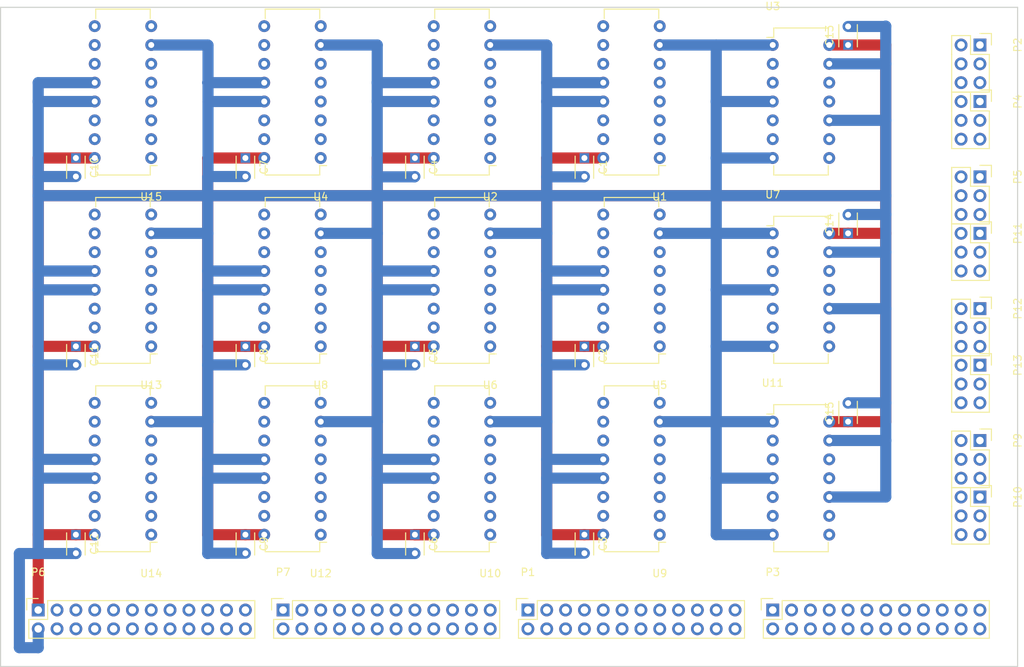
<source format=kicad_pcb>
(kicad_pcb (version 4) (host pcbnew 4.0.5+dfsg1-4~bpo8+1)

  (general
    (links 252)
    (no_connects 156)
    (area 30.404999 25.324999 167.715001 114.375001)
    (thickness 1.6)
    (drawings 4)
    (tracks 528)
    (zones 0)
    (modules 42)
    (nets 114)
  )

  (page A4)
  (layers
    (0 F.Cu signal)
    (1 In1.Cu signal)
    (2 In2.Cu signal)
    (31 B.Cu signal)
    (33 F.Adhes user)
    (35 F.Paste user)
    (37 F.SilkS user)
    (39 F.Mask user)
    (40 Dwgs.User user)
    (41 Cmts.User user)
    (42 Eco1.User user)
    (43 Eco2.User user)
    (44 Edge.Cuts user)
    (45 Margin user)
    (47 F.CrtYd user)
    (49 F.Fab user)
  )

  (setup
    (last_trace_width 1.5)
    (user_trace_width 0.25)
    (user_trace_width 0.5)
    (user_trace_width 0.75)
    (user_trace_width 1)
    (user_trace_width 1.5)
    (user_trace_width 2)
    (trace_clearance 0.2)
    (zone_clearance 0.508)
    (zone_45_only no)
    (trace_min 0.2)
    (segment_width 0.2)
    (edge_width 0.15)
    (via_size 0.6)
    (via_drill 0.4)
    (via_min_size 0.4)
    (via_min_drill 0.3)
    (uvia_size 0.3)
    (uvia_drill 0.1)
    (uvias_allowed no)
    (uvia_min_size 0.2)
    (uvia_min_drill 0.1)
    (pcb_text_width 0.3)
    (pcb_text_size 1.5 1.5)
    (mod_edge_width 0.15)
    (mod_text_size 1 1)
    (mod_text_width 0.15)
    (pad_size 1.524 1.524)
    (pad_drill 0.762)
    (pad_to_mask_clearance 0.2)
    (aux_axis_origin 0 0)
    (visible_elements FFFFF77F)
    (pcbplotparams
      (layerselection 0x00030_80000001)
      (usegerberextensions false)
      (excludeedgelayer true)
      (linewidth 0.100000)
      (plotframeref false)
      (viasonmask false)
      (mode 1)
      (useauxorigin false)
      (hpglpennumber 1)
      (hpglpenspeed 20)
      (hpglpendiameter 15)
      (hpglpenoverlay 2)
      (psnegative false)
      (psa4output false)
      (plotreference true)
      (plotvalue true)
      (plotinvisibletext false)
      (padsonsilk false)
      (subtractmaskfromsilk false)
      (outputformat 1)
      (mirror false)
      (drillshape 1)
      (scaleselection 1)
      (outputdirectory ""))
  )

  (net 0 "")
  (net 1 VCC)
  (net 2 GND)
  (net 3 /OUT_0)
  (net 4 /OUT_1)
  (net 5 /OUT_2)
  (net 6 /OUT_3)
  (net 7 /OUT_4)
  (net 8 /OUT_5)
  (net 9 /OUT_6)
  (net 10 /OUT_7)
  (net 11 /OUT_8)
  (net 12 /OUT_9)
  (net 13 /OUT_10)
  (net 14 /OUT_11)
  (net 15 /OUT_BUF_0)
  (net 16 /OUT_BUF_1)
  (net 17 /OUT_BUF_2)
  (net 18 /OUT_BUF_3)
  (net 19 /OUT_BUF_4)
  (net 20 /OUT_BUF_5)
  (net 21 /OUT_BUF_6)
  (net 22 /OUT_BUF_7)
  (net 23 /OUT_BUF_8)
  (net 24 /OUT_BUF_9)
  (net 25 /OUT_BUF_10)
  (net 26 /OUT_BUF_11)
  (net 27 /S2)
  (net 28 /S1)
  (net 29 /S0)
  (net 30 /IN_SR_0)
  (net 31 /IN_SR_1)
  (net 32 /IN_SR_2)
  (net 33 /IN_SR_5)
  (net 34 /IN_SR_4)
  (net 35 /IN_SR_3)
  (net 36 /IN_SR_6)
  (net 37 /IN_SR_7)
  (net 38 /IN_SR_8)
  (net 39 /IN_SR_9)
  (net 40 /IN_SR_10)
  (net 41 /IN_SR_11)
  (net 42 /IN_AC_0)
  (net 43 /IN_AC_1)
  (net 44 /IN_AC_2)
  (net 45 /IN_AC_3)
  (net 46 /IN_AC_4)
  (net 47 /IN_AC_5)
  (net 48 /IN_AC_6)
  (net 49 /IN_AC_7)
  (net 50 /IN_AC_8)
  (net 51 /IN_AC_9)
  (net 52 /IN_AC_10)
  (net 53 /IN_AC_11)
  (net 54 /IN_MA_0)
  (net 55 /IN_MA_1)
  (net 56 /IN_MA_2)
  (net 57 /IN_MA_3)
  (net 58 /IN_MA_4)
  (net 59 /IN_MA_5)
  (net 60 /IN_MA_6)
  (net 61 /IN_MA_7)
  (net 62 /IN_MA_8)
  (net 63 /IN_MA_9)
  (net 64 /IN_MA_10)
  (net 65 /IN_MA_11)
  (net 66 /IN_MD_0)
  (net 67 /IN_MD_1)
  (net 68 /IN_MD_2)
  (net 69 /IN_MD_3)
  (net 70 /IN_MD_4)
  (net 71 /IN_MD_5)
  (net 72 /IN_MD_6)
  (net 73 /IN_MD_7)
  (net 74 /IN_MD_8)
  (net 75 /IN_MD_9)
  (net 76 /IN_MD_10)
  (net 77 /IN_MD_11)
  (net 78 /IN_PC_0)
  (net 79 /IN_PC_1)
  (net 80 /IN_PC_2)
  (net 81 /IN_PC_3)
  (net 82 /IN_PC_4)
  (net 83 /IN_PC_5)
  (net 84 /IN_PC_6)
  (net 85 /IN_PC_7)
  (net 86 /IN_PC_8)
  (net 87 /IN_PC_9)
  (net 88 /IN_PC_10)
  (net 89 /IN_PC_11)
  (net 90 /IN_IOT1_0)
  (net 91 /IN_IOT1_1)
  (net 92 /IN_IOT1_2)
  (net 93 /IN_IOT1_3)
  (net 94 /IN_IOT1_4)
  (net 95 /IN_IOT1_5)
  (net 96 /IN_IOT1_6)
  (net 97 /IN_IOT1_7)
  (net 98 /IN_IOT1_8)
  (net 99 /IN_IOT1_9)
  (net 100 /IN_IOT1_10)
  (net 101 /IN_IOT1_11)
  (net 102 /IN_IOT2_0)
  (net 103 /IN_IOT2_1)
  (net 104 /IN_IOT2_2)
  (net 105 /IN_IOT2_3)
  (net 106 /IN_IOT2_4)
  (net 107 /IN_IOT2_5)
  (net 108 /IN_IOT2_6)
  (net 109 /IN_IOT2_7)
  (net 110 /IN_IOT2_8)
  (net 111 /IN_IOT2_9)
  (net 112 /IN_IOT2_10)
  (net 113 /IN_IOT2_11)

  (net_class Default "This is the default net class."
    (clearance 0.2)
    (trace_width 0.25)
    (via_dia 0.6)
    (via_drill 0.4)
    (uvia_dia 0.3)
    (uvia_drill 0.1)
    (add_net /IN_AC_0)
    (add_net /IN_AC_1)
    (add_net /IN_AC_10)
    (add_net /IN_AC_11)
    (add_net /IN_AC_2)
    (add_net /IN_AC_3)
    (add_net /IN_AC_4)
    (add_net /IN_AC_5)
    (add_net /IN_AC_6)
    (add_net /IN_AC_7)
    (add_net /IN_AC_8)
    (add_net /IN_AC_9)
    (add_net /IN_IOT1_0)
    (add_net /IN_IOT1_1)
    (add_net /IN_IOT1_10)
    (add_net /IN_IOT1_11)
    (add_net /IN_IOT1_2)
    (add_net /IN_IOT1_3)
    (add_net /IN_IOT1_4)
    (add_net /IN_IOT1_5)
    (add_net /IN_IOT1_6)
    (add_net /IN_IOT1_7)
    (add_net /IN_IOT1_8)
    (add_net /IN_IOT1_9)
    (add_net /IN_IOT2_0)
    (add_net /IN_IOT2_1)
    (add_net /IN_IOT2_10)
    (add_net /IN_IOT2_11)
    (add_net /IN_IOT2_2)
    (add_net /IN_IOT2_3)
    (add_net /IN_IOT2_4)
    (add_net /IN_IOT2_5)
    (add_net /IN_IOT2_6)
    (add_net /IN_IOT2_7)
    (add_net /IN_IOT2_8)
    (add_net /IN_IOT2_9)
    (add_net /IN_MA_0)
    (add_net /IN_MA_1)
    (add_net /IN_MA_10)
    (add_net /IN_MA_11)
    (add_net /IN_MA_2)
    (add_net /IN_MA_3)
    (add_net /IN_MA_4)
    (add_net /IN_MA_5)
    (add_net /IN_MA_6)
    (add_net /IN_MA_7)
    (add_net /IN_MA_8)
    (add_net /IN_MA_9)
    (add_net /IN_MD_0)
    (add_net /IN_MD_1)
    (add_net /IN_MD_10)
    (add_net /IN_MD_11)
    (add_net /IN_MD_2)
    (add_net /IN_MD_3)
    (add_net /IN_MD_4)
    (add_net /IN_MD_5)
    (add_net /IN_MD_6)
    (add_net /IN_MD_7)
    (add_net /IN_MD_8)
    (add_net /IN_MD_9)
    (add_net /IN_PC_0)
    (add_net /IN_PC_1)
    (add_net /IN_PC_10)
    (add_net /IN_PC_11)
    (add_net /IN_PC_2)
    (add_net /IN_PC_3)
    (add_net /IN_PC_4)
    (add_net /IN_PC_5)
    (add_net /IN_PC_6)
    (add_net /IN_PC_7)
    (add_net /IN_PC_8)
    (add_net /IN_PC_9)
    (add_net /IN_SR_0)
    (add_net /IN_SR_1)
    (add_net /IN_SR_10)
    (add_net /IN_SR_11)
    (add_net /IN_SR_2)
    (add_net /IN_SR_3)
    (add_net /IN_SR_4)
    (add_net /IN_SR_5)
    (add_net /IN_SR_6)
    (add_net /IN_SR_7)
    (add_net /IN_SR_8)
    (add_net /IN_SR_9)
    (add_net /OUT_0)
    (add_net /OUT_1)
    (add_net /OUT_10)
    (add_net /OUT_11)
    (add_net /OUT_2)
    (add_net /OUT_3)
    (add_net /OUT_4)
    (add_net /OUT_5)
    (add_net /OUT_6)
    (add_net /OUT_7)
    (add_net /OUT_8)
    (add_net /OUT_9)
    (add_net /OUT_BUF_0)
    (add_net /OUT_BUF_1)
    (add_net /OUT_BUF_10)
    (add_net /OUT_BUF_11)
    (add_net /OUT_BUF_2)
    (add_net /OUT_BUF_3)
    (add_net /OUT_BUF_4)
    (add_net /OUT_BUF_5)
    (add_net /OUT_BUF_6)
    (add_net /OUT_BUF_7)
    (add_net /OUT_BUF_8)
    (add_net /OUT_BUF_9)
    (add_net /S0)
    (add_net /S1)
    (add_net /S2)
    (add_net GND)
    (add_net VCC)
  )

  (module Capacitors_ThroughHole:C_Disc_D3_P2.5 (layer F.Cu) (tedit 0) (tstamp 5AC4F026)
    (at 109.22 45.72 270)
    (descr "Capacitor 3mm Disc, Pitch 2.5mm")
    (tags Capacitor)
    (path /5AC4BCD0)
    (fp_text reference C1 (at 1.25 -2.5 270) (layer F.SilkS)
      (effects (font (size 1 1) (thickness 0.15)))
    )
    (fp_text value 1uF (at 1.25 2.5 270) (layer F.Fab)
      (effects (font (size 1 1) (thickness 0.15)))
    )
    (fp_line (start -0.9 -1.5) (end 3.4 -1.5) (layer F.CrtYd) (width 0.05))
    (fp_line (start 3.4 -1.5) (end 3.4 1.5) (layer F.CrtYd) (width 0.05))
    (fp_line (start 3.4 1.5) (end -0.9 1.5) (layer F.CrtYd) (width 0.05))
    (fp_line (start -0.9 1.5) (end -0.9 -1.5) (layer F.CrtYd) (width 0.05))
    (fp_line (start -0.25 -1.25) (end 2.75 -1.25) (layer F.SilkS) (width 0.15))
    (fp_line (start 2.75 1.25) (end -0.25 1.25) (layer F.SilkS) (width 0.15))
    (pad 1 thru_hole rect (at 0 0 270) (size 1.3 1.3) (drill 0.8) (layers *.Cu *.Mask)
      (net 1 VCC))
    (pad 2 thru_hole circle (at 2.5 0 270) (size 1.3 1.3) (drill 0.8001) (layers *.Cu *.Mask)
      (net 2 GND))
    (model Capacitors_ThroughHole.3dshapes/C_Disc_D3_P2.5.wrl
      (at (xyz 0.0492126 0 0))
      (scale (xyz 1 1 1))
      (rotate (xyz 0 0 0))
    )
  )

  (module Capacitors_ThroughHole:C_Disc_D3_P2.5 (layer F.Cu) (tedit 0) (tstamp 5AC4F02C)
    (at 109.22 71.12 270)
    (descr "Capacitor 3mm Disc, Pitch 2.5mm")
    (tags Capacitor)
    (path /5AC4E758)
    (fp_text reference C2 (at 1.25 -2.5 270) (layer F.SilkS)
      (effects (font (size 1 1) (thickness 0.15)))
    )
    (fp_text value 1uF (at 1.25 2.5 270) (layer F.Fab)
      (effects (font (size 1 1) (thickness 0.15)))
    )
    (fp_line (start -0.9 -1.5) (end 3.4 -1.5) (layer F.CrtYd) (width 0.05))
    (fp_line (start 3.4 -1.5) (end 3.4 1.5) (layer F.CrtYd) (width 0.05))
    (fp_line (start 3.4 1.5) (end -0.9 1.5) (layer F.CrtYd) (width 0.05))
    (fp_line (start -0.9 1.5) (end -0.9 -1.5) (layer F.CrtYd) (width 0.05))
    (fp_line (start -0.25 -1.25) (end 2.75 -1.25) (layer F.SilkS) (width 0.15))
    (fp_line (start 2.75 1.25) (end -0.25 1.25) (layer F.SilkS) (width 0.15))
    (pad 1 thru_hole rect (at 0 0 270) (size 1.3 1.3) (drill 0.8) (layers *.Cu *.Mask)
      (net 1 VCC))
    (pad 2 thru_hole circle (at 2.5 0 270) (size 1.3 1.3) (drill 0.8001) (layers *.Cu *.Mask)
      (net 2 GND))
    (model Capacitors_ThroughHole.3dshapes/C_Disc_D3_P2.5.wrl
      (at (xyz 0.0492126 0 0))
      (scale (xyz 1 1 1))
      (rotate (xyz 0 0 0))
    )
  )

  (module Capacitors_ThroughHole:C_Disc_D3_P2.5 (layer F.Cu) (tedit 0) (tstamp 5AC4F032)
    (at 109.22 96.52 270)
    (descr "Capacitor 3mm Disc, Pitch 2.5mm")
    (tags Capacitor)
    (path /5AC4E816)
    (fp_text reference C3 (at 1.25 -2.5 270) (layer F.SilkS)
      (effects (font (size 1 1) (thickness 0.15)))
    )
    (fp_text value 1uF (at 1.25 2.5 270) (layer F.Fab)
      (effects (font (size 1 1) (thickness 0.15)))
    )
    (fp_line (start -0.9 -1.5) (end 3.4 -1.5) (layer F.CrtYd) (width 0.05))
    (fp_line (start 3.4 -1.5) (end 3.4 1.5) (layer F.CrtYd) (width 0.05))
    (fp_line (start 3.4 1.5) (end -0.9 1.5) (layer F.CrtYd) (width 0.05))
    (fp_line (start -0.9 1.5) (end -0.9 -1.5) (layer F.CrtYd) (width 0.05))
    (fp_line (start -0.25 -1.25) (end 2.75 -1.25) (layer F.SilkS) (width 0.15))
    (fp_line (start 2.75 1.25) (end -0.25 1.25) (layer F.SilkS) (width 0.15))
    (pad 1 thru_hole rect (at 0 0 270) (size 1.3 1.3) (drill 0.8) (layers *.Cu *.Mask)
      (net 1 VCC))
    (pad 2 thru_hole circle (at 2.5 0 270) (size 1.3 1.3) (drill 0.8001) (layers *.Cu *.Mask)
      (net 2 GND))
    (model Capacitors_ThroughHole.3dshapes/C_Disc_D3_P2.5.wrl
      (at (xyz 0.0492126 0 0))
      (scale (xyz 1 1 1))
      (rotate (xyz 0 0 0))
    )
  )

  (module Capacitors_ThroughHole:C_Disc_D3_P2.5 (layer F.Cu) (tedit 0) (tstamp 5AC4F038)
    (at 86.36 45.72 270)
    (descr "Capacitor 3mm Disc, Pitch 2.5mm")
    (tags Capacitor)
    (path /5AC4E8D6)
    (fp_text reference C4 (at 1.25 -2.5 270) (layer F.SilkS)
      (effects (font (size 1 1) (thickness 0.15)))
    )
    (fp_text value 1uF (at 1.25 2.5 270) (layer F.Fab)
      (effects (font (size 1 1) (thickness 0.15)))
    )
    (fp_line (start -0.9 -1.5) (end 3.4 -1.5) (layer F.CrtYd) (width 0.05))
    (fp_line (start 3.4 -1.5) (end 3.4 1.5) (layer F.CrtYd) (width 0.05))
    (fp_line (start 3.4 1.5) (end -0.9 1.5) (layer F.CrtYd) (width 0.05))
    (fp_line (start -0.9 1.5) (end -0.9 -1.5) (layer F.CrtYd) (width 0.05))
    (fp_line (start -0.25 -1.25) (end 2.75 -1.25) (layer F.SilkS) (width 0.15))
    (fp_line (start 2.75 1.25) (end -0.25 1.25) (layer F.SilkS) (width 0.15))
    (pad 1 thru_hole rect (at 0 0 270) (size 1.3 1.3) (drill 0.8) (layers *.Cu *.Mask)
      (net 1 VCC))
    (pad 2 thru_hole circle (at 2.5 0 270) (size 1.3 1.3) (drill 0.8001) (layers *.Cu *.Mask)
      (net 2 GND))
    (model Capacitors_ThroughHole.3dshapes/C_Disc_D3_P2.5.wrl
      (at (xyz 0.0492126 0 0))
      (scale (xyz 1 1 1))
      (rotate (xyz 0 0 0))
    )
  )

  (module Capacitors_ThroughHole:C_Disc_D3_P2.5 (layer F.Cu) (tedit 0) (tstamp 5AC4F03E)
    (at 86.36 71.12 270)
    (descr "Capacitor 3mm Disc, Pitch 2.5mm")
    (tags Capacitor)
    (path /5AC4E992)
    (fp_text reference C5 (at 1.25 -2.5 270) (layer F.SilkS)
      (effects (font (size 1 1) (thickness 0.15)))
    )
    (fp_text value 1uF (at 1.25 2.5 270) (layer F.Fab)
      (effects (font (size 1 1) (thickness 0.15)))
    )
    (fp_line (start -0.9 -1.5) (end 3.4 -1.5) (layer F.CrtYd) (width 0.05))
    (fp_line (start 3.4 -1.5) (end 3.4 1.5) (layer F.CrtYd) (width 0.05))
    (fp_line (start 3.4 1.5) (end -0.9 1.5) (layer F.CrtYd) (width 0.05))
    (fp_line (start -0.9 1.5) (end -0.9 -1.5) (layer F.CrtYd) (width 0.05))
    (fp_line (start -0.25 -1.25) (end 2.75 -1.25) (layer F.SilkS) (width 0.15))
    (fp_line (start 2.75 1.25) (end -0.25 1.25) (layer F.SilkS) (width 0.15))
    (pad 1 thru_hole rect (at 0 0 270) (size 1.3 1.3) (drill 0.8) (layers *.Cu *.Mask)
      (net 1 VCC))
    (pad 2 thru_hole circle (at 2.5 0 270) (size 1.3 1.3) (drill 0.8001) (layers *.Cu *.Mask)
      (net 2 GND))
    (model Capacitors_ThroughHole.3dshapes/C_Disc_D3_P2.5.wrl
      (at (xyz 0.0492126 0 0))
      (scale (xyz 1 1 1))
      (rotate (xyz 0 0 0))
    )
  )

  (module Capacitors_ThroughHole:C_Disc_D3_P2.5 (layer F.Cu) (tedit 0) (tstamp 5AC4F044)
    (at 86.36 96.52 270)
    (descr "Capacitor 3mm Disc, Pitch 2.5mm")
    (tags Capacitor)
    (path /5AC4ECB4)
    (fp_text reference C6 (at 1.25 -2.5 270) (layer F.SilkS)
      (effects (font (size 1 1) (thickness 0.15)))
    )
    (fp_text value 1uF (at 1.25 2.5 270) (layer F.Fab)
      (effects (font (size 1 1) (thickness 0.15)))
    )
    (fp_line (start -0.9 -1.5) (end 3.4 -1.5) (layer F.CrtYd) (width 0.05))
    (fp_line (start 3.4 -1.5) (end 3.4 1.5) (layer F.CrtYd) (width 0.05))
    (fp_line (start 3.4 1.5) (end -0.9 1.5) (layer F.CrtYd) (width 0.05))
    (fp_line (start -0.9 1.5) (end -0.9 -1.5) (layer F.CrtYd) (width 0.05))
    (fp_line (start -0.25 -1.25) (end 2.75 -1.25) (layer F.SilkS) (width 0.15))
    (fp_line (start 2.75 1.25) (end -0.25 1.25) (layer F.SilkS) (width 0.15))
    (pad 1 thru_hole rect (at 0 0 270) (size 1.3 1.3) (drill 0.8) (layers *.Cu *.Mask)
      (net 1 VCC))
    (pad 2 thru_hole circle (at 2.5 0 270) (size 1.3 1.3) (drill 0.8001) (layers *.Cu *.Mask)
      (net 2 GND))
    (model Capacitors_ThroughHole.3dshapes/C_Disc_D3_P2.5.wrl
      (at (xyz 0.0492126 0 0))
      (scale (xyz 1 1 1))
      (rotate (xyz 0 0 0))
    )
  )

  (module Capacitors_ThroughHole:C_Disc_D3_P2.5 (layer F.Cu) (tedit 0) (tstamp 5AC4F04A)
    (at 63.5 45.72 270)
    (descr "Capacitor 3mm Disc, Pitch 2.5mm")
    (tags Capacitor)
    (path /5AC4ECBA)
    (fp_text reference C7 (at 1.25 -2.5 270) (layer F.SilkS)
      (effects (font (size 1 1) (thickness 0.15)))
    )
    (fp_text value 1uF (at 1.25 2.5 270) (layer F.Fab)
      (effects (font (size 1 1) (thickness 0.15)))
    )
    (fp_line (start -0.9 -1.5) (end 3.4 -1.5) (layer F.CrtYd) (width 0.05))
    (fp_line (start 3.4 -1.5) (end 3.4 1.5) (layer F.CrtYd) (width 0.05))
    (fp_line (start 3.4 1.5) (end -0.9 1.5) (layer F.CrtYd) (width 0.05))
    (fp_line (start -0.9 1.5) (end -0.9 -1.5) (layer F.CrtYd) (width 0.05))
    (fp_line (start -0.25 -1.25) (end 2.75 -1.25) (layer F.SilkS) (width 0.15))
    (fp_line (start 2.75 1.25) (end -0.25 1.25) (layer F.SilkS) (width 0.15))
    (pad 1 thru_hole rect (at 0 0 270) (size 1.3 1.3) (drill 0.8) (layers *.Cu *.Mask)
      (net 1 VCC))
    (pad 2 thru_hole circle (at 2.5 0 270) (size 1.3 1.3) (drill 0.8001) (layers *.Cu *.Mask)
      (net 2 GND))
    (model Capacitors_ThroughHole.3dshapes/C_Disc_D3_P2.5.wrl
      (at (xyz 0.0492126 0 0))
      (scale (xyz 1 1 1))
      (rotate (xyz 0 0 0))
    )
  )

  (module Capacitors_ThroughHole:C_Disc_D3_P2.5 (layer F.Cu) (tedit 0) (tstamp 5AC4F050)
    (at 63.5 71.12 270)
    (descr "Capacitor 3mm Disc, Pitch 2.5mm")
    (tags Capacitor)
    (path /5AC4ECC0)
    (fp_text reference C8 (at 1.25 -2.5 270) (layer F.SilkS)
      (effects (font (size 1 1) (thickness 0.15)))
    )
    (fp_text value 1uF (at 1.25 2.5 270) (layer F.Fab)
      (effects (font (size 1 1) (thickness 0.15)))
    )
    (fp_line (start -0.9 -1.5) (end 3.4 -1.5) (layer F.CrtYd) (width 0.05))
    (fp_line (start 3.4 -1.5) (end 3.4 1.5) (layer F.CrtYd) (width 0.05))
    (fp_line (start 3.4 1.5) (end -0.9 1.5) (layer F.CrtYd) (width 0.05))
    (fp_line (start -0.9 1.5) (end -0.9 -1.5) (layer F.CrtYd) (width 0.05))
    (fp_line (start -0.25 -1.25) (end 2.75 -1.25) (layer F.SilkS) (width 0.15))
    (fp_line (start 2.75 1.25) (end -0.25 1.25) (layer F.SilkS) (width 0.15))
    (pad 1 thru_hole rect (at 0 0 270) (size 1.3 1.3) (drill 0.8) (layers *.Cu *.Mask)
      (net 1 VCC))
    (pad 2 thru_hole circle (at 2.5 0 270) (size 1.3 1.3) (drill 0.8001) (layers *.Cu *.Mask)
      (net 2 GND))
    (model Capacitors_ThroughHole.3dshapes/C_Disc_D3_P2.5.wrl
      (at (xyz 0.0492126 0 0))
      (scale (xyz 1 1 1))
      (rotate (xyz 0 0 0))
    )
  )

  (module Capacitors_ThroughHole:C_Disc_D3_P2.5 (layer F.Cu) (tedit 0) (tstamp 5AC4F056)
    (at 63.5 96.52 270)
    (descr "Capacitor 3mm Disc, Pitch 2.5mm")
    (tags Capacitor)
    (path /5AC4ECC6)
    (fp_text reference C9 (at 1.25 -2.5 270) (layer F.SilkS)
      (effects (font (size 1 1) (thickness 0.15)))
    )
    (fp_text value 1uF (at 1.25 2.5 270) (layer F.Fab)
      (effects (font (size 1 1) (thickness 0.15)))
    )
    (fp_line (start -0.9 -1.5) (end 3.4 -1.5) (layer F.CrtYd) (width 0.05))
    (fp_line (start 3.4 -1.5) (end 3.4 1.5) (layer F.CrtYd) (width 0.05))
    (fp_line (start 3.4 1.5) (end -0.9 1.5) (layer F.CrtYd) (width 0.05))
    (fp_line (start -0.9 1.5) (end -0.9 -1.5) (layer F.CrtYd) (width 0.05))
    (fp_line (start -0.25 -1.25) (end 2.75 -1.25) (layer F.SilkS) (width 0.15))
    (fp_line (start 2.75 1.25) (end -0.25 1.25) (layer F.SilkS) (width 0.15))
    (pad 1 thru_hole rect (at 0 0 270) (size 1.3 1.3) (drill 0.8) (layers *.Cu *.Mask)
      (net 1 VCC))
    (pad 2 thru_hole circle (at 2.5 0 270) (size 1.3 1.3) (drill 0.8001) (layers *.Cu *.Mask)
      (net 2 GND))
    (model Capacitors_ThroughHole.3dshapes/C_Disc_D3_P2.5.wrl
      (at (xyz 0.0492126 0 0))
      (scale (xyz 1 1 1))
      (rotate (xyz 0 0 0))
    )
  )

  (module Capacitors_ThroughHole:C_Disc_D3_P2.5 (layer F.Cu) (tedit 0) (tstamp 5AC4F05C)
    (at 40.64 45.72 270)
    (descr "Capacitor 3mm Disc, Pitch 2.5mm")
    (tags Capacitor)
    (path /5AC4ECCC)
    (fp_text reference C10 (at 1.25 -2.5 270) (layer F.SilkS)
      (effects (font (size 1 1) (thickness 0.15)))
    )
    (fp_text value 1uF (at 1.25 2.5 270) (layer F.Fab)
      (effects (font (size 1 1) (thickness 0.15)))
    )
    (fp_line (start -0.9 -1.5) (end 3.4 -1.5) (layer F.CrtYd) (width 0.05))
    (fp_line (start 3.4 -1.5) (end 3.4 1.5) (layer F.CrtYd) (width 0.05))
    (fp_line (start 3.4 1.5) (end -0.9 1.5) (layer F.CrtYd) (width 0.05))
    (fp_line (start -0.9 1.5) (end -0.9 -1.5) (layer F.CrtYd) (width 0.05))
    (fp_line (start -0.25 -1.25) (end 2.75 -1.25) (layer F.SilkS) (width 0.15))
    (fp_line (start 2.75 1.25) (end -0.25 1.25) (layer F.SilkS) (width 0.15))
    (pad 1 thru_hole rect (at 0 0 270) (size 1.3 1.3) (drill 0.8) (layers *.Cu *.Mask)
      (net 1 VCC))
    (pad 2 thru_hole circle (at 2.5 0 270) (size 1.3 1.3) (drill 0.8001) (layers *.Cu *.Mask)
      (net 2 GND))
    (model Capacitors_ThroughHole.3dshapes/C_Disc_D3_P2.5.wrl
      (at (xyz 0.0492126 0 0))
      (scale (xyz 1 1 1))
      (rotate (xyz 0 0 0))
    )
  )

  (module Capacitors_ThroughHole:C_Disc_D3_P2.5 (layer F.Cu) (tedit 0) (tstamp 5AC4F062)
    (at 40.64 71.12 270)
    (descr "Capacitor 3mm Disc, Pitch 2.5mm")
    (tags Capacitor)
    (path /5AC507E2)
    (fp_text reference C11 (at 1.25 -2.5 270) (layer F.SilkS)
      (effects (font (size 1 1) (thickness 0.15)))
    )
    (fp_text value 1uF (at 1.25 2.5 270) (layer F.Fab)
      (effects (font (size 1 1) (thickness 0.15)))
    )
    (fp_line (start -0.9 -1.5) (end 3.4 -1.5) (layer F.CrtYd) (width 0.05))
    (fp_line (start 3.4 -1.5) (end 3.4 1.5) (layer F.CrtYd) (width 0.05))
    (fp_line (start 3.4 1.5) (end -0.9 1.5) (layer F.CrtYd) (width 0.05))
    (fp_line (start -0.9 1.5) (end -0.9 -1.5) (layer F.CrtYd) (width 0.05))
    (fp_line (start -0.25 -1.25) (end 2.75 -1.25) (layer F.SilkS) (width 0.15))
    (fp_line (start 2.75 1.25) (end -0.25 1.25) (layer F.SilkS) (width 0.15))
    (pad 1 thru_hole rect (at 0 0 270) (size 1.3 1.3) (drill 0.8) (layers *.Cu *.Mask)
      (net 1 VCC))
    (pad 2 thru_hole circle (at 2.5 0 270) (size 1.3 1.3) (drill 0.8001) (layers *.Cu *.Mask)
      (net 2 GND))
    (model Capacitors_ThroughHole.3dshapes/C_Disc_D3_P2.5.wrl
      (at (xyz 0.0492126 0 0))
      (scale (xyz 1 1 1))
      (rotate (xyz 0 0 0))
    )
  )

  (module Capacitors_ThroughHole:C_Disc_D3_P2.5 (layer F.Cu) (tedit 0) (tstamp 5AC4F068)
    (at 40.64 96.52 270)
    (descr "Capacitor 3mm Disc, Pitch 2.5mm")
    (tags Capacitor)
    (path /5AC507E8)
    (fp_text reference C12 (at 1.25 -2.5 270) (layer F.SilkS)
      (effects (font (size 1 1) (thickness 0.15)))
    )
    (fp_text value 1uF (at 1.25 2.5 270) (layer F.Fab)
      (effects (font (size 1 1) (thickness 0.15)))
    )
    (fp_line (start -0.9 -1.5) (end 3.4 -1.5) (layer F.CrtYd) (width 0.05))
    (fp_line (start 3.4 -1.5) (end 3.4 1.5) (layer F.CrtYd) (width 0.05))
    (fp_line (start 3.4 1.5) (end -0.9 1.5) (layer F.CrtYd) (width 0.05))
    (fp_line (start -0.9 1.5) (end -0.9 -1.5) (layer F.CrtYd) (width 0.05))
    (fp_line (start -0.25 -1.25) (end 2.75 -1.25) (layer F.SilkS) (width 0.15))
    (fp_line (start 2.75 1.25) (end -0.25 1.25) (layer F.SilkS) (width 0.15))
    (pad 1 thru_hole rect (at 0 0 270) (size 1.3 1.3) (drill 0.8) (layers *.Cu *.Mask)
      (net 1 VCC))
    (pad 2 thru_hole circle (at 2.5 0 270) (size 1.3 1.3) (drill 0.8001) (layers *.Cu *.Mask)
      (net 2 GND))
    (model Capacitors_ThroughHole.3dshapes/C_Disc_D3_P2.5.wrl
      (at (xyz 0.0492126 0 0))
      (scale (xyz 1 1 1))
      (rotate (xyz 0 0 0))
    )
  )

  (module Capacitors_ThroughHole:C_Disc_D3_P2.5 (layer F.Cu) (tedit 0) (tstamp 5AC4F06E)
    (at 144.78 30.48 90)
    (descr "Capacitor 3mm Disc, Pitch 2.5mm")
    (tags Capacitor)
    (path /5AC507EE)
    (fp_text reference C13 (at 1.25 -2.5 90) (layer F.SilkS)
      (effects (font (size 1 1) (thickness 0.15)))
    )
    (fp_text value 1uF (at 1.25 2.5 90) (layer F.Fab)
      (effects (font (size 1 1) (thickness 0.15)))
    )
    (fp_line (start -0.9 -1.5) (end 3.4 -1.5) (layer F.CrtYd) (width 0.05))
    (fp_line (start 3.4 -1.5) (end 3.4 1.5) (layer F.CrtYd) (width 0.05))
    (fp_line (start 3.4 1.5) (end -0.9 1.5) (layer F.CrtYd) (width 0.05))
    (fp_line (start -0.9 1.5) (end -0.9 -1.5) (layer F.CrtYd) (width 0.05))
    (fp_line (start -0.25 -1.25) (end 2.75 -1.25) (layer F.SilkS) (width 0.15))
    (fp_line (start 2.75 1.25) (end -0.25 1.25) (layer F.SilkS) (width 0.15))
    (pad 1 thru_hole rect (at 0 0 90) (size 1.3 1.3) (drill 0.8) (layers *.Cu *.Mask)
      (net 1 VCC))
    (pad 2 thru_hole circle (at 2.5 0 90) (size 1.3 1.3) (drill 0.8001) (layers *.Cu *.Mask)
      (net 2 GND))
    (model Capacitors_ThroughHole.3dshapes/C_Disc_D3_P2.5.wrl
      (at (xyz 0.0492126 0 0))
      (scale (xyz 1 1 1))
      (rotate (xyz 0 0 0))
    )
  )

  (module Capacitors_ThroughHole:C_Disc_D3_P2.5 (layer F.Cu) (tedit 0) (tstamp 5AC4F074)
    (at 144.78 55.88 90)
    (descr "Capacitor 3mm Disc, Pitch 2.5mm")
    (tags Capacitor)
    (path /5AC507F4)
    (fp_text reference C14 (at 1.25 -2.5 90) (layer F.SilkS)
      (effects (font (size 1 1) (thickness 0.15)))
    )
    (fp_text value 1uF (at 1.25 2.5 90) (layer F.Fab)
      (effects (font (size 1 1) (thickness 0.15)))
    )
    (fp_line (start -0.9 -1.5) (end 3.4 -1.5) (layer F.CrtYd) (width 0.05))
    (fp_line (start 3.4 -1.5) (end 3.4 1.5) (layer F.CrtYd) (width 0.05))
    (fp_line (start 3.4 1.5) (end -0.9 1.5) (layer F.CrtYd) (width 0.05))
    (fp_line (start -0.9 1.5) (end -0.9 -1.5) (layer F.CrtYd) (width 0.05))
    (fp_line (start -0.25 -1.25) (end 2.75 -1.25) (layer F.SilkS) (width 0.15))
    (fp_line (start 2.75 1.25) (end -0.25 1.25) (layer F.SilkS) (width 0.15))
    (pad 1 thru_hole rect (at 0 0 90) (size 1.3 1.3) (drill 0.8) (layers *.Cu *.Mask)
      (net 1 VCC))
    (pad 2 thru_hole circle (at 2.5 0 90) (size 1.3 1.3) (drill 0.8001) (layers *.Cu *.Mask)
      (net 2 GND))
    (model Capacitors_ThroughHole.3dshapes/C_Disc_D3_P2.5.wrl
      (at (xyz 0.0492126 0 0))
      (scale (xyz 1 1 1))
      (rotate (xyz 0 0 0))
    )
  )

  (module Capacitors_ThroughHole:C_Disc_D3_P2.5 (layer F.Cu) (tedit 0) (tstamp 5AC4F07A)
    (at 144.78 81.28 90)
    (descr "Capacitor 3mm Disc, Pitch 2.5mm")
    (tags Capacitor)
    (path /5AC507FA)
    (fp_text reference C15 (at 1.25 -2.5 90) (layer F.SilkS)
      (effects (font (size 1 1) (thickness 0.15)))
    )
    (fp_text value 1uF (at 1.25 2.5 90) (layer F.Fab)
      (effects (font (size 1 1) (thickness 0.15)))
    )
    (fp_line (start -0.9 -1.5) (end 3.4 -1.5) (layer F.CrtYd) (width 0.05))
    (fp_line (start 3.4 -1.5) (end 3.4 1.5) (layer F.CrtYd) (width 0.05))
    (fp_line (start 3.4 1.5) (end -0.9 1.5) (layer F.CrtYd) (width 0.05))
    (fp_line (start -0.9 1.5) (end -0.9 -1.5) (layer F.CrtYd) (width 0.05))
    (fp_line (start -0.25 -1.25) (end 2.75 -1.25) (layer F.SilkS) (width 0.15))
    (fp_line (start 2.75 1.25) (end -0.25 1.25) (layer F.SilkS) (width 0.15))
    (pad 1 thru_hole rect (at 0 0 90) (size 1.3 1.3) (drill 0.8) (layers *.Cu *.Mask)
      (net 1 VCC))
    (pad 2 thru_hole circle (at 2.5 0 90) (size 1.3 1.3) (drill 0.8001) (layers *.Cu *.Mask)
      (net 2 GND))
    (model Capacitors_ThroughHole.3dshapes/C_Disc_D3_P2.5.wrl
      (at (xyz 0.0492126 0 0))
      (scale (xyz 1 1 1))
      (rotate (xyz 0 0 0))
    )
  )

  (module Socket_Strips:Socket_Strip_Straight_2x12 (layer F.Cu) (tedit 0) (tstamp 5AC4F096)
    (at 101.6 106.68)
    (descr "Through hole socket strip")
    (tags "socket strip")
    (path /5AC4DFFF)
    (fp_text reference P1 (at 0 -5.1) (layer F.SilkS)
      (effects (font (size 1 1) (thickness 0.15)))
    )
    (fp_text value DIL24 (at 0 -3.1) (layer F.Fab)
      (effects (font (size 1 1) (thickness 0.15)))
    )
    (fp_line (start -1.75 -1.75) (end -1.75 4.3) (layer F.CrtYd) (width 0.05))
    (fp_line (start 29.7 -1.75) (end 29.7 4.3) (layer F.CrtYd) (width 0.05))
    (fp_line (start -1.75 -1.75) (end 29.7 -1.75) (layer F.CrtYd) (width 0.05))
    (fp_line (start -1.75 4.3) (end 29.7 4.3) (layer F.CrtYd) (width 0.05))
    (fp_line (start 29.21 3.81) (end -1.27 3.81) (layer F.SilkS) (width 0.15))
    (fp_line (start 1.27 -1.27) (end 29.21 -1.27) (layer F.SilkS) (width 0.15))
    (fp_line (start 29.21 3.81) (end 29.21 -1.27) (layer F.SilkS) (width 0.15))
    (fp_line (start -1.27 3.81) (end -1.27 1.27) (layer F.SilkS) (width 0.15))
    (fp_line (start 0 -1.55) (end -1.55 -1.55) (layer F.SilkS) (width 0.15))
    (fp_line (start -1.27 1.27) (end 1.27 1.27) (layer F.SilkS) (width 0.15))
    (fp_line (start 1.27 1.27) (end 1.27 -1.27) (layer F.SilkS) (width 0.15))
    (fp_line (start -1.55 -1.55) (end -1.55 0) (layer F.SilkS) (width 0.15))
    (pad 1 thru_hole rect (at 0 0) (size 1.7272 1.7272) (drill 1.016) (layers *.Cu *.Mask)
      (net 54 /IN_MA_0))
    (pad 2 thru_hole oval (at 0 2.54) (size 1.7272 1.7272) (drill 1.016) (layers *.Cu *.Mask)
      (net 55 /IN_MA_1))
    (pad 3 thru_hole oval (at 2.54 0) (size 1.7272 1.7272) (drill 1.016) (layers *.Cu *.Mask)
      (net 56 /IN_MA_2))
    (pad 4 thru_hole oval (at 2.54 2.54) (size 1.7272 1.7272) (drill 1.016) (layers *.Cu *.Mask)
      (net 57 /IN_MA_3))
    (pad 5 thru_hole oval (at 5.08 0) (size 1.7272 1.7272) (drill 1.016) (layers *.Cu *.Mask)
      (net 58 /IN_MA_4))
    (pad 6 thru_hole oval (at 5.08 2.54) (size 1.7272 1.7272) (drill 1.016) (layers *.Cu *.Mask)
      (net 59 /IN_MA_5))
    (pad 7 thru_hole oval (at 7.62 0) (size 1.7272 1.7272) (drill 1.016) (layers *.Cu *.Mask)
      (net 60 /IN_MA_6))
    (pad 8 thru_hole oval (at 7.62 2.54) (size 1.7272 1.7272) (drill 1.016) (layers *.Cu *.Mask)
      (net 61 /IN_MA_7))
    (pad 9 thru_hole oval (at 10.16 0) (size 1.7272 1.7272) (drill 1.016) (layers *.Cu *.Mask)
      (net 62 /IN_MA_8))
    (pad 10 thru_hole oval (at 10.16 2.54) (size 1.7272 1.7272) (drill 1.016) (layers *.Cu *.Mask)
      (net 63 /IN_MA_9))
    (pad 11 thru_hole oval (at 12.7 0) (size 1.7272 1.7272) (drill 1.016) (layers *.Cu *.Mask)
      (net 64 /IN_MA_10))
    (pad 12 thru_hole oval (at 12.7 2.54) (size 1.7272 1.7272) (drill 1.016) (layers *.Cu *.Mask)
      (net 65 /IN_MA_11))
    (pad 13 thru_hole oval (at 15.24 0) (size 1.7272 1.7272) (drill 1.016) (layers *.Cu *.Mask)
      (net 66 /IN_MD_0))
    (pad 14 thru_hole oval (at 15.24 2.54) (size 1.7272 1.7272) (drill 1.016) (layers *.Cu *.Mask)
      (net 67 /IN_MD_1))
    (pad 15 thru_hole oval (at 17.78 0) (size 1.7272 1.7272) (drill 1.016) (layers *.Cu *.Mask)
      (net 68 /IN_MD_2))
    (pad 16 thru_hole oval (at 17.78 2.54) (size 1.7272 1.7272) (drill 1.016) (layers *.Cu *.Mask)
      (net 69 /IN_MD_3))
    (pad 17 thru_hole oval (at 20.32 0) (size 1.7272 1.7272) (drill 1.016) (layers *.Cu *.Mask)
      (net 70 /IN_MD_4))
    (pad 18 thru_hole oval (at 20.32 2.54) (size 1.7272 1.7272) (drill 1.016) (layers *.Cu *.Mask)
      (net 71 /IN_MD_5))
    (pad 19 thru_hole oval (at 22.86 0) (size 1.7272 1.7272) (drill 1.016) (layers *.Cu *.Mask)
      (net 72 /IN_MD_6))
    (pad 20 thru_hole oval (at 22.86 2.54) (size 1.7272 1.7272) (drill 1.016) (layers *.Cu *.Mask)
      (net 73 /IN_MD_7))
    (pad 21 thru_hole oval (at 25.4 0) (size 1.7272 1.7272) (drill 1.016) (layers *.Cu *.Mask)
      (net 74 /IN_MD_8))
    (pad 22 thru_hole oval (at 25.4 2.54) (size 1.7272 1.7272) (drill 1.016) (layers *.Cu *.Mask)
      (net 75 /IN_MD_9))
    (pad 23 thru_hole oval (at 27.94 0) (size 1.7272 1.7272) (drill 1.016) (layers *.Cu *.Mask)
      (net 76 /IN_MD_10))
    (pad 24 thru_hole oval (at 27.94 2.54) (size 1.7272 1.7272) (drill 1.016) (layers *.Cu *.Mask)
      (net 77 /IN_MD_11))
    (model Socket_Strips.3dshapes/Socket_Strip_Straight_2x12.wrl
      (at (xyz 0.55 -0.05 0))
      (scale (xyz 1 1 1))
      (rotate (xyz 0 0 180))
    )
  )

  (module Socket_Strips:Socket_Strip_Straight_2x12 (layer F.Cu) (tedit 0) (tstamp 5AC4F0CE)
    (at 134.62 106.68)
    (descr "Through hole socket strip")
    (tags "socket strip")
    (path /5AC4E124)
    (fp_text reference P3 (at 0 -5.1) (layer F.SilkS)
      (effects (font (size 1 1) (thickness 0.15)))
    )
    (fp_text value DIL24 (at 0 -3.1) (layer F.Fab)
      (effects (font (size 1 1) (thickness 0.15)))
    )
    (fp_line (start -1.75 -1.75) (end -1.75 4.3) (layer F.CrtYd) (width 0.05))
    (fp_line (start 29.7 -1.75) (end 29.7 4.3) (layer F.CrtYd) (width 0.05))
    (fp_line (start -1.75 -1.75) (end 29.7 -1.75) (layer F.CrtYd) (width 0.05))
    (fp_line (start -1.75 4.3) (end 29.7 4.3) (layer F.CrtYd) (width 0.05))
    (fp_line (start 29.21 3.81) (end -1.27 3.81) (layer F.SilkS) (width 0.15))
    (fp_line (start 1.27 -1.27) (end 29.21 -1.27) (layer F.SilkS) (width 0.15))
    (fp_line (start 29.21 3.81) (end 29.21 -1.27) (layer F.SilkS) (width 0.15))
    (fp_line (start -1.27 3.81) (end -1.27 1.27) (layer F.SilkS) (width 0.15))
    (fp_line (start 0 -1.55) (end -1.55 -1.55) (layer F.SilkS) (width 0.15))
    (fp_line (start -1.27 1.27) (end 1.27 1.27) (layer F.SilkS) (width 0.15))
    (fp_line (start 1.27 1.27) (end 1.27 -1.27) (layer F.SilkS) (width 0.15))
    (fp_line (start -1.55 -1.55) (end -1.55 0) (layer F.SilkS) (width 0.15))
    (pad 1 thru_hole rect (at 0 0) (size 1.7272 1.7272) (drill 1.016) (layers *.Cu *.Mask)
      (net 78 /IN_PC_0))
    (pad 2 thru_hole oval (at 0 2.54) (size 1.7272 1.7272) (drill 1.016) (layers *.Cu *.Mask)
      (net 79 /IN_PC_1))
    (pad 3 thru_hole oval (at 2.54 0) (size 1.7272 1.7272) (drill 1.016) (layers *.Cu *.Mask)
      (net 80 /IN_PC_2))
    (pad 4 thru_hole oval (at 2.54 2.54) (size 1.7272 1.7272) (drill 1.016) (layers *.Cu *.Mask)
      (net 81 /IN_PC_3))
    (pad 5 thru_hole oval (at 5.08 0) (size 1.7272 1.7272) (drill 1.016) (layers *.Cu *.Mask)
      (net 82 /IN_PC_4))
    (pad 6 thru_hole oval (at 5.08 2.54) (size 1.7272 1.7272) (drill 1.016) (layers *.Cu *.Mask)
      (net 83 /IN_PC_5))
    (pad 7 thru_hole oval (at 7.62 0) (size 1.7272 1.7272) (drill 1.016) (layers *.Cu *.Mask)
      (net 84 /IN_PC_6))
    (pad 8 thru_hole oval (at 7.62 2.54) (size 1.7272 1.7272) (drill 1.016) (layers *.Cu *.Mask)
      (net 85 /IN_PC_7))
    (pad 9 thru_hole oval (at 10.16 0) (size 1.7272 1.7272) (drill 1.016) (layers *.Cu *.Mask)
      (net 86 /IN_PC_8))
    (pad 10 thru_hole oval (at 10.16 2.54) (size 1.7272 1.7272) (drill 1.016) (layers *.Cu *.Mask)
      (net 87 /IN_PC_9))
    (pad 11 thru_hole oval (at 12.7 0) (size 1.7272 1.7272) (drill 1.016) (layers *.Cu *.Mask)
      (net 88 /IN_PC_10))
    (pad 12 thru_hole oval (at 12.7 2.54) (size 1.7272 1.7272) (drill 1.016) (layers *.Cu *.Mask)
      (net 89 /IN_PC_11))
    (pad 13 thru_hole oval (at 15.24 0) (size 1.7272 1.7272) (drill 1.016) (layers *.Cu *.Mask)
      (net 42 /IN_AC_0))
    (pad 14 thru_hole oval (at 15.24 2.54) (size 1.7272 1.7272) (drill 1.016) (layers *.Cu *.Mask)
      (net 43 /IN_AC_1))
    (pad 15 thru_hole oval (at 17.78 0) (size 1.7272 1.7272) (drill 1.016) (layers *.Cu *.Mask)
      (net 44 /IN_AC_2))
    (pad 16 thru_hole oval (at 17.78 2.54) (size 1.7272 1.7272) (drill 1.016) (layers *.Cu *.Mask)
      (net 45 /IN_AC_3))
    (pad 17 thru_hole oval (at 20.32 0) (size 1.7272 1.7272) (drill 1.016) (layers *.Cu *.Mask)
      (net 46 /IN_AC_4))
    (pad 18 thru_hole oval (at 20.32 2.54) (size 1.7272 1.7272) (drill 1.016) (layers *.Cu *.Mask)
      (net 47 /IN_AC_5))
    (pad 19 thru_hole oval (at 22.86 0) (size 1.7272 1.7272) (drill 1.016) (layers *.Cu *.Mask)
      (net 48 /IN_AC_6))
    (pad 20 thru_hole oval (at 22.86 2.54) (size 1.7272 1.7272) (drill 1.016) (layers *.Cu *.Mask)
      (net 49 /IN_AC_7))
    (pad 21 thru_hole oval (at 25.4 0) (size 1.7272 1.7272) (drill 1.016) (layers *.Cu *.Mask)
      (net 50 /IN_AC_8))
    (pad 22 thru_hole oval (at 25.4 2.54) (size 1.7272 1.7272) (drill 1.016) (layers *.Cu *.Mask)
      (net 51 /IN_AC_9))
    (pad 23 thru_hole oval (at 27.94 0) (size 1.7272 1.7272) (drill 1.016) (layers *.Cu *.Mask)
      (net 52 /IN_AC_10))
    (pad 24 thru_hole oval (at 27.94 2.54) (size 1.7272 1.7272) (drill 1.016) (layers *.Cu *.Mask)
      (net 53 /IN_AC_11))
    (model Socket_Strips.3dshapes/Socket_Strip_Straight_2x12.wrl
      (at (xyz 0.55 -0.05 0))
      (scale (xyz 1 1 1))
      (rotate (xyz 0 0 180))
    )
  )

  (module Housings_DIP:DIP-16_W7.62mm (layer F.Cu) (tedit 54130A77) (tstamp 5AC4F11A)
    (at 119.38 45.72 180)
    (descr "16-lead dip package, row spacing 7.62 mm (300 mils)")
    (tags "dil dip 2.54 300")
    (path /5AC4FC84)
    (fp_text reference U1 (at 0 -5.22 180) (layer F.SilkS)
      (effects (font (size 1 1) (thickness 0.15)))
    )
    (fp_text value 74LS251 (at 0 -3.72 180) (layer F.Fab)
      (effects (font (size 1 1) (thickness 0.15)))
    )
    (fp_line (start -1.05 -2.45) (end -1.05 20.25) (layer F.CrtYd) (width 0.05))
    (fp_line (start 8.65 -2.45) (end 8.65 20.25) (layer F.CrtYd) (width 0.05))
    (fp_line (start -1.05 -2.45) (end 8.65 -2.45) (layer F.CrtYd) (width 0.05))
    (fp_line (start -1.05 20.25) (end 8.65 20.25) (layer F.CrtYd) (width 0.05))
    (fp_line (start 0.135 -2.295) (end 0.135 -1.025) (layer F.SilkS) (width 0.15))
    (fp_line (start 7.485 -2.295) (end 7.485 -1.025) (layer F.SilkS) (width 0.15))
    (fp_line (start 7.485 20.075) (end 7.485 18.805) (layer F.SilkS) (width 0.15))
    (fp_line (start 0.135 20.075) (end 0.135 18.805) (layer F.SilkS) (width 0.15))
    (fp_line (start 0.135 -2.295) (end 7.485 -2.295) (layer F.SilkS) (width 0.15))
    (fp_line (start 0.135 20.075) (end 7.485 20.075) (layer F.SilkS) (width 0.15))
    (fp_line (start 0.135 -1.025) (end -0.8 -1.025) (layer F.SilkS) (width 0.15))
    (pad 1 thru_hole oval (at 0 0 180) (size 1.6 1.6) (drill 0.8) (layers *.Cu *.Mask)
      (net 30 /IN_SR_0))
    (pad 2 thru_hole oval (at 0 2.54 180) (size 1.6 1.6) (drill 0.8) (layers *.Cu *.Mask)
      (net 78 /IN_PC_0))
    (pad 3 thru_hole oval (at 0 5.08 180) (size 1.6 1.6) (drill 0.8) (layers *.Cu *.Mask)
      (net 66 /IN_MD_0))
    (pad 4 thru_hole oval (at 0 7.62 180) (size 1.6 1.6) (drill 0.8) (layers *.Cu *.Mask)
      (net 54 /IN_MA_0))
    (pad 5 thru_hole oval (at 0 10.16 180) (size 1.6 1.6) (drill 0.8) (layers *.Cu *.Mask)
      (net 3 /OUT_0))
    (pad 6 thru_hole oval (at 0 12.7 180) (size 1.6 1.6) (drill 0.8) (layers *.Cu *.Mask))
    (pad 7 thru_hole oval (at 0 15.24 180) (size 1.6 1.6) (drill 0.8) (layers *.Cu *.Mask)
      (net 2 GND))
    (pad 8 thru_hole oval (at 0 17.78 180) (size 1.6 1.6) (drill 0.8) (layers *.Cu *.Mask))
    (pad 9 thru_hole oval (at 7.62 17.78 180) (size 1.6 1.6) (drill 0.8) (layers *.Cu *.Mask)
      (net 27 /S2))
    (pad 10 thru_hole oval (at 7.62 15.24 180) (size 1.6 1.6) (drill 0.8) (layers *.Cu *.Mask)
      (net 28 /S1))
    (pad 11 thru_hole oval (at 7.62 12.7 180) (size 1.6 1.6) (drill 0.8) (layers *.Cu *.Mask)
      (net 29 /S0))
    (pad 12 thru_hole oval (at 7.62 10.16 180) (size 1.6 1.6) (drill 0.8) (layers *.Cu *.Mask)
      (net 2 GND))
    (pad 13 thru_hole oval (at 7.62 7.62 180) (size 1.6 1.6) (drill 0.8) (layers *.Cu *.Mask)
      (net 2 GND))
    (pad 14 thru_hole oval (at 7.62 5.08 180) (size 1.6 1.6) (drill 0.8) (layers *.Cu *.Mask)
      (net 102 /IN_IOT2_0))
    (pad 15 thru_hole oval (at 7.62 2.54 180) (size 1.6 1.6) (drill 0.8) (layers *.Cu *.Mask)
      (net 90 /IN_IOT1_0))
    (pad 16 thru_hole oval (at 7.62 0 180) (size 1.6 1.6) (drill 0.8) (layers *.Cu *.Mask)
      (net 1 VCC))
    (model Housings_DIP.3dshapes/DIP-16_W7.62mm.wrl
      (at (xyz 0 0 0))
      (scale (xyz 1 1 1))
      (rotate (xyz 0 0 0))
    )
  )

  (module Housings_DIP:DIP-16_W7.62mm (layer F.Cu) (tedit 54130A77) (tstamp 5AC4F12E)
    (at 96.52 45.72 180)
    (descr "16-lead dip package, row spacing 7.62 mm (300 mils)")
    (tags "dil dip 2.54 300")
    (path /5AC4FC8A)
    (fp_text reference U2 (at 0 -5.22 180) (layer F.SilkS)
      (effects (font (size 1 1) (thickness 0.15)))
    )
    (fp_text value 74LS251 (at 0 -3.72 180) (layer F.Fab)
      (effects (font (size 1 1) (thickness 0.15)))
    )
    (fp_line (start -1.05 -2.45) (end -1.05 20.25) (layer F.CrtYd) (width 0.05))
    (fp_line (start 8.65 -2.45) (end 8.65 20.25) (layer F.CrtYd) (width 0.05))
    (fp_line (start -1.05 -2.45) (end 8.65 -2.45) (layer F.CrtYd) (width 0.05))
    (fp_line (start -1.05 20.25) (end 8.65 20.25) (layer F.CrtYd) (width 0.05))
    (fp_line (start 0.135 -2.295) (end 0.135 -1.025) (layer F.SilkS) (width 0.15))
    (fp_line (start 7.485 -2.295) (end 7.485 -1.025) (layer F.SilkS) (width 0.15))
    (fp_line (start 7.485 20.075) (end 7.485 18.805) (layer F.SilkS) (width 0.15))
    (fp_line (start 0.135 20.075) (end 0.135 18.805) (layer F.SilkS) (width 0.15))
    (fp_line (start 0.135 -2.295) (end 7.485 -2.295) (layer F.SilkS) (width 0.15))
    (fp_line (start 0.135 20.075) (end 7.485 20.075) (layer F.SilkS) (width 0.15))
    (fp_line (start 0.135 -1.025) (end -0.8 -1.025) (layer F.SilkS) (width 0.15))
    (pad 1 thru_hole oval (at 0 0 180) (size 1.6 1.6) (drill 0.8) (layers *.Cu *.Mask)
      (net 31 /IN_SR_1))
    (pad 2 thru_hole oval (at 0 2.54 180) (size 1.6 1.6) (drill 0.8) (layers *.Cu *.Mask)
      (net 79 /IN_PC_1))
    (pad 3 thru_hole oval (at 0 5.08 180) (size 1.6 1.6) (drill 0.8) (layers *.Cu *.Mask)
      (net 67 /IN_MD_1))
    (pad 4 thru_hole oval (at 0 7.62 180) (size 1.6 1.6) (drill 0.8) (layers *.Cu *.Mask)
      (net 55 /IN_MA_1))
    (pad 5 thru_hole oval (at 0 10.16 180) (size 1.6 1.6) (drill 0.8) (layers *.Cu *.Mask)
      (net 4 /OUT_1))
    (pad 6 thru_hole oval (at 0 12.7 180) (size 1.6 1.6) (drill 0.8) (layers *.Cu *.Mask))
    (pad 7 thru_hole oval (at 0 15.24 180) (size 1.6 1.6) (drill 0.8) (layers *.Cu *.Mask)
      (net 2 GND))
    (pad 8 thru_hole oval (at 0 17.78 180) (size 1.6 1.6) (drill 0.8) (layers *.Cu *.Mask))
    (pad 9 thru_hole oval (at 7.62 17.78 180) (size 1.6 1.6) (drill 0.8) (layers *.Cu *.Mask)
      (net 27 /S2))
    (pad 10 thru_hole oval (at 7.62 15.24 180) (size 1.6 1.6) (drill 0.8) (layers *.Cu *.Mask)
      (net 28 /S1))
    (pad 11 thru_hole oval (at 7.62 12.7 180) (size 1.6 1.6) (drill 0.8) (layers *.Cu *.Mask)
      (net 29 /S0))
    (pad 12 thru_hole oval (at 7.62 10.16 180) (size 1.6 1.6) (drill 0.8) (layers *.Cu *.Mask)
      (net 2 GND))
    (pad 13 thru_hole oval (at 7.62 7.62 180) (size 1.6 1.6) (drill 0.8) (layers *.Cu *.Mask)
      (net 2 GND))
    (pad 14 thru_hole oval (at 7.62 5.08 180) (size 1.6 1.6) (drill 0.8) (layers *.Cu *.Mask)
      (net 103 /IN_IOT2_1))
    (pad 15 thru_hole oval (at 7.62 2.54 180) (size 1.6 1.6) (drill 0.8) (layers *.Cu *.Mask)
      (net 91 /IN_IOT1_1))
    (pad 16 thru_hole oval (at 7.62 0 180) (size 1.6 1.6) (drill 0.8) (layers *.Cu *.Mask)
      (net 1 VCC))
    (model Housings_DIP.3dshapes/DIP-16_W7.62mm.wrl
      (at (xyz 0 0 0))
      (scale (xyz 1 1 1))
      (rotate (xyz 0 0 0))
    )
  )

  (module Housings_DIP:DIP-14_W7.62mm (layer F.Cu) (tedit 54130A77) (tstamp 5AC4F140)
    (at 134.62 30.48)
    (descr "14-lead dip package, row spacing 7.62 mm (300 mils)")
    (tags "dil dip 2.54 300")
    (path /5AC39339)
    (fp_text reference U3 (at 0 -5.22) (layer F.SilkS)
      (effects (font (size 1 1) (thickness 0.15)))
    )
    (fp_text value 74LS125 (at 0 -3.72) (layer F.Fab)
      (effects (font (size 1 1) (thickness 0.15)))
    )
    (fp_line (start -1.05 -2.45) (end -1.05 17.7) (layer F.CrtYd) (width 0.05))
    (fp_line (start 8.65 -2.45) (end 8.65 17.7) (layer F.CrtYd) (width 0.05))
    (fp_line (start -1.05 -2.45) (end 8.65 -2.45) (layer F.CrtYd) (width 0.05))
    (fp_line (start -1.05 17.7) (end 8.65 17.7) (layer F.CrtYd) (width 0.05))
    (fp_line (start 0.135 -2.295) (end 0.135 -1.025) (layer F.SilkS) (width 0.15))
    (fp_line (start 7.485 -2.295) (end 7.485 -1.025) (layer F.SilkS) (width 0.15))
    (fp_line (start 7.485 17.535) (end 7.485 16.265) (layer F.SilkS) (width 0.15))
    (fp_line (start 0.135 17.535) (end 0.135 16.265) (layer F.SilkS) (width 0.15))
    (fp_line (start 0.135 -2.295) (end 7.485 -2.295) (layer F.SilkS) (width 0.15))
    (fp_line (start 0.135 17.535) (end 7.485 17.535) (layer F.SilkS) (width 0.15))
    (fp_line (start 0.135 -1.025) (end -0.8 -1.025) (layer F.SilkS) (width 0.15))
    (pad 1 thru_hole oval (at 0 0) (size 1.6 1.6) (drill 0.8) (layers *.Cu *.Mask)
      (net 2 GND))
    (pad 2 thru_hole oval (at 0 2.54) (size 1.6 1.6) (drill 0.8) (layers *.Cu *.Mask)
      (net 3 /OUT_0))
    (pad 3 thru_hole oval (at 0 5.08) (size 1.6 1.6) (drill 0.8) (layers *.Cu *.Mask)
      (net 15 /OUT_BUF_0))
    (pad 4 thru_hole oval (at 0 7.62) (size 1.6 1.6) (drill 0.8) (layers *.Cu *.Mask)
      (net 2 GND))
    (pad 5 thru_hole oval (at 0 10.16) (size 1.6 1.6) (drill 0.8) (layers *.Cu *.Mask)
      (net 4 /OUT_1))
    (pad 6 thru_hole oval (at 0 12.7) (size 1.6 1.6) (drill 0.8) (layers *.Cu *.Mask)
      (net 16 /OUT_BUF_1))
    (pad 7 thru_hole oval (at 0 15.24) (size 1.6 1.6) (drill 0.8) (layers *.Cu *.Mask)
      (net 2 GND))
    (pad 8 thru_hole oval (at 7.62 15.24) (size 1.6 1.6) (drill 0.8) (layers *.Cu *.Mask)
      (net 17 /OUT_BUF_2))
    (pad 9 thru_hole oval (at 7.62 12.7) (size 1.6 1.6) (drill 0.8) (layers *.Cu *.Mask)
      (net 5 /OUT_2))
    (pad 10 thru_hole oval (at 7.62 10.16) (size 1.6 1.6) (drill 0.8) (layers *.Cu *.Mask)
      (net 2 GND))
    (pad 11 thru_hole oval (at 7.62 7.62) (size 1.6 1.6) (drill 0.8) (layers *.Cu *.Mask)
      (net 18 /OUT_BUF_3))
    (pad 12 thru_hole oval (at 7.62 5.08) (size 1.6 1.6) (drill 0.8) (layers *.Cu *.Mask)
      (net 6 /OUT_3))
    (pad 13 thru_hole oval (at 7.62 2.54) (size 1.6 1.6) (drill 0.8) (layers *.Cu *.Mask)
      (net 2 GND))
    (pad 14 thru_hole oval (at 7.62 0) (size 1.6 1.6) (drill 0.8) (layers *.Cu *.Mask)
      (net 1 VCC))
    (model Housings_DIP.3dshapes/DIP-14_W7.62mm.wrl
      (at (xyz 0 0 0))
      (scale (xyz 1 1 1))
      (rotate (xyz 0 0 0))
    )
  )

  (module Housings_DIP:DIP-16_W7.62mm (layer F.Cu) (tedit 54130A77) (tstamp 5AC4F154)
    (at 73.66 45.72 180)
    (descr "16-lead dip package, row spacing 7.62 mm (300 mils)")
    (tags "dil dip 2.54 300")
    (path /5AC4FC90)
    (fp_text reference U4 (at 0 -5.22 180) (layer F.SilkS)
      (effects (font (size 1 1) (thickness 0.15)))
    )
    (fp_text value 74LS251 (at 0 -3.72 180) (layer F.Fab)
      (effects (font (size 1 1) (thickness 0.15)))
    )
    (fp_line (start -1.05 -2.45) (end -1.05 20.25) (layer F.CrtYd) (width 0.05))
    (fp_line (start 8.65 -2.45) (end 8.65 20.25) (layer F.CrtYd) (width 0.05))
    (fp_line (start -1.05 -2.45) (end 8.65 -2.45) (layer F.CrtYd) (width 0.05))
    (fp_line (start -1.05 20.25) (end 8.65 20.25) (layer F.CrtYd) (width 0.05))
    (fp_line (start 0.135 -2.295) (end 0.135 -1.025) (layer F.SilkS) (width 0.15))
    (fp_line (start 7.485 -2.295) (end 7.485 -1.025) (layer F.SilkS) (width 0.15))
    (fp_line (start 7.485 20.075) (end 7.485 18.805) (layer F.SilkS) (width 0.15))
    (fp_line (start 0.135 20.075) (end 0.135 18.805) (layer F.SilkS) (width 0.15))
    (fp_line (start 0.135 -2.295) (end 7.485 -2.295) (layer F.SilkS) (width 0.15))
    (fp_line (start 0.135 20.075) (end 7.485 20.075) (layer F.SilkS) (width 0.15))
    (fp_line (start 0.135 -1.025) (end -0.8 -1.025) (layer F.SilkS) (width 0.15))
    (pad 1 thru_hole oval (at 0 0 180) (size 1.6 1.6) (drill 0.8) (layers *.Cu *.Mask)
      (net 32 /IN_SR_2))
    (pad 2 thru_hole oval (at 0 2.54 180) (size 1.6 1.6) (drill 0.8) (layers *.Cu *.Mask)
      (net 80 /IN_PC_2))
    (pad 3 thru_hole oval (at 0 5.08 180) (size 1.6 1.6) (drill 0.8) (layers *.Cu *.Mask)
      (net 68 /IN_MD_2))
    (pad 4 thru_hole oval (at 0 7.62 180) (size 1.6 1.6) (drill 0.8) (layers *.Cu *.Mask)
      (net 56 /IN_MA_2))
    (pad 5 thru_hole oval (at 0 10.16 180) (size 1.6 1.6) (drill 0.8) (layers *.Cu *.Mask)
      (net 5 /OUT_2))
    (pad 6 thru_hole oval (at 0 12.7 180) (size 1.6 1.6) (drill 0.8) (layers *.Cu *.Mask))
    (pad 7 thru_hole oval (at 0 15.24 180) (size 1.6 1.6) (drill 0.8) (layers *.Cu *.Mask)
      (net 2 GND))
    (pad 8 thru_hole oval (at 0 17.78 180) (size 1.6 1.6) (drill 0.8) (layers *.Cu *.Mask))
    (pad 9 thru_hole oval (at 7.62 17.78 180) (size 1.6 1.6) (drill 0.8) (layers *.Cu *.Mask)
      (net 27 /S2))
    (pad 10 thru_hole oval (at 7.62 15.24 180) (size 1.6 1.6) (drill 0.8) (layers *.Cu *.Mask)
      (net 28 /S1))
    (pad 11 thru_hole oval (at 7.62 12.7 180) (size 1.6 1.6) (drill 0.8) (layers *.Cu *.Mask)
      (net 29 /S0))
    (pad 12 thru_hole oval (at 7.62 10.16 180) (size 1.6 1.6) (drill 0.8) (layers *.Cu *.Mask)
      (net 2 GND))
    (pad 13 thru_hole oval (at 7.62 7.62 180) (size 1.6 1.6) (drill 0.8) (layers *.Cu *.Mask)
      (net 2 GND))
    (pad 14 thru_hole oval (at 7.62 5.08 180) (size 1.6 1.6) (drill 0.8) (layers *.Cu *.Mask)
      (net 104 /IN_IOT2_2))
    (pad 15 thru_hole oval (at 7.62 2.54 180) (size 1.6 1.6) (drill 0.8) (layers *.Cu *.Mask)
      (net 92 /IN_IOT1_2))
    (pad 16 thru_hole oval (at 7.62 0 180) (size 1.6 1.6) (drill 0.8) (layers *.Cu *.Mask)
      (net 1 VCC))
    (model Housings_DIP.3dshapes/DIP-16_W7.62mm.wrl
      (at (xyz 0 0 0))
      (scale (xyz 1 1 1))
      (rotate (xyz 0 0 0))
    )
  )

  (module Housings_DIP:DIP-16_W7.62mm (layer F.Cu) (tedit 54130A77) (tstamp 5AC4F168)
    (at 119.38 71.12 180)
    (descr "16-lead dip package, row spacing 7.62 mm (300 mils)")
    (tags "dil dip 2.54 300")
    (path /5AC4FC96)
    (fp_text reference U5 (at 0 -5.22 180) (layer F.SilkS)
      (effects (font (size 1 1) (thickness 0.15)))
    )
    (fp_text value 74LS251 (at 0 -3.72 180) (layer F.Fab)
      (effects (font (size 1 1) (thickness 0.15)))
    )
    (fp_line (start -1.05 -2.45) (end -1.05 20.25) (layer F.CrtYd) (width 0.05))
    (fp_line (start 8.65 -2.45) (end 8.65 20.25) (layer F.CrtYd) (width 0.05))
    (fp_line (start -1.05 -2.45) (end 8.65 -2.45) (layer F.CrtYd) (width 0.05))
    (fp_line (start -1.05 20.25) (end 8.65 20.25) (layer F.CrtYd) (width 0.05))
    (fp_line (start 0.135 -2.295) (end 0.135 -1.025) (layer F.SilkS) (width 0.15))
    (fp_line (start 7.485 -2.295) (end 7.485 -1.025) (layer F.SilkS) (width 0.15))
    (fp_line (start 7.485 20.075) (end 7.485 18.805) (layer F.SilkS) (width 0.15))
    (fp_line (start 0.135 20.075) (end 0.135 18.805) (layer F.SilkS) (width 0.15))
    (fp_line (start 0.135 -2.295) (end 7.485 -2.295) (layer F.SilkS) (width 0.15))
    (fp_line (start 0.135 20.075) (end 7.485 20.075) (layer F.SilkS) (width 0.15))
    (fp_line (start 0.135 -1.025) (end -0.8 -1.025) (layer F.SilkS) (width 0.15))
    (pad 1 thru_hole oval (at 0 0 180) (size 1.6 1.6) (drill 0.8) (layers *.Cu *.Mask)
      (net 35 /IN_SR_3))
    (pad 2 thru_hole oval (at 0 2.54 180) (size 1.6 1.6) (drill 0.8) (layers *.Cu *.Mask)
      (net 81 /IN_PC_3))
    (pad 3 thru_hole oval (at 0 5.08 180) (size 1.6 1.6) (drill 0.8) (layers *.Cu *.Mask)
      (net 69 /IN_MD_3))
    (pad 4 thru_hole oval (at 0 7.62 180) (size 1.6 1.6) (drill 0.8) (layers *.Cu *.Mask)
      (net 57 /IN_MA_3))
    (pad 5 thru_hole oval (at 0 10.16 180) (size 1.6 1.6) (drill 0.8) (layers *.Cu *.Mask)
      (net 6 /OUT_3))
    (pad 6 thru_hole oval (at 0 12.7 180) (size 1.6 1.6) (drill 0.8) (layers *.Cu *.Mask))
    (pad 7 thru_hole oval (at 0 15.24 180) (size 1.6 1.6) (drill 0.8) (layers *.Cu *.Mask)
      (net 2 GND))
    (pad 8 thru_hole oval (at 0 17.78 180) (size 1.6 1.6) (drill 0.8) (layers *.Cu *.Mask))
    (pad 9 thru_hole oval (at 7.62 17.78 180) (size 1.6 1.6) (drill 0.8) (layers *.Cu *.Mask)
      (net 27 /S2))
    (pad 10 thru_hole oval (at 7.62 15.24 180) (size 1.6 1.6) (drill 0.8) (layers *.Cu *.Mask)
      (net 28 /S1))
    (pad 11 thru_hole oval (at 7.62 12.7 180) (size 1.6 1.6) (drill 0.8) (layers *.Cu *.Mask)
      (net 29 /S0))
    (pad 12 thru_hole oval (at 7.62 10.16 180) (size 1.6 1.6) (drill 0.8) (layers *.Cu *.Mask)
      (net 2 GND))
    (pad 13 thru_hole oval (at 7.62 7.62 180) (size 1.6 1.6) (drill 0.8) (layers *.Cu *.Mask)
      (net 2 GND))
    (pad 14 thru_hole oval (at 7.62 5.08 180) (size 1.6 1.6) (drill 0.8) (layers *.Cu *.Mask)
      (net 105 /IN_IOT2_3))
    (pad 15 thru_hole oval (at 7.62 2.54 180) (size 1.6 1.6) (drill 0.8) (layers *.Cu *.Mask)
      (net 93 /IN_IOT1_3))
    (pad 16 thru_hole oval (at 7.62 0 180) (size 1.6 1.6) (drill 0.8) (layers *.Cu *.Mask)
      (net 1 VCC))
    (model Housings_DIP.3dshapes/DIP-16_W7.62mm.wrl
      (at (xyz 0 0 0))
      (scale (xyz 1 1 1))
      (rotate (xyz 0 0 0))
    )
  )

  (module Housings_DIP:DIP-16_W7.62mm (layer F.Cu) (tedit 54130A77) (tstamp 5AC4F17C)
    (at 96.52 71.12 180)
    (descr "16-lead dip package, row spacing 7.62 mm (300 mils)")
    (tags "dil dip 2.54 300")
    (path /5AC4DCE9)
    (fp_text reference U6 (at 0 -5.22 180) (layer F.SilkS)
      (effects (font (size 1 1) (thickness 0.15)))
    )
    (fp_text value 74LS251 (at 0 -3.72 180) (layer F.Fab)
      (effects (font (size 1 1) (thickness 0.15)))
    )
    (fp_line (start -1.05 -2.45) (end -1.05 20.25) (layer F.CrtYd) (width 0.05))
    (fp_line (start 8.65 -2.45) (end 8.65 20.25) (layer F.CrtYd) (width 0.05))
    (fp_line (start -1.05 -2.45) (end 8.65 -2.45) (layer F.CrtYd) (width 0.05))
    (fp_line (start -1.05 20.25) (end 8.65 20.25) (layer F.CrtYd) (width 0.05))
    (fp_line (start 0.135 -2.295) (end 0.135 -1.025) (layer F.SilkS) (width 0.15))
    (fp_line (start 7.485 -2.295) (end 7.485 -1.025) (layer F.SilkS) (width 0.15))
    (fp_line (start 7.485 20.075) (end 7.485 18.805) (layer F.SilkS) (width 0.15))
    (fp_line (start 0.135 20.075) (end 0.135 18.805) (layer F.SilkS) (width 0.15))
    (fp_line (start 0.135 -2.295) (end 7.485 -2.295) (layer F.SilkS) (width 0.15))
    (fp_line (start 0.135 20.075) (end 7.485 20.075) (layer F.SilkS) (width 0.15))
    (fp_line (start 0.135 -1.025) (end -0.8 -1.025) (layer F.SilkS) (width 0.15))
    (pad 1 thru_hole oval (at 0 0 180) (size 1.6 1.6) (drill 0.8) (layers *.Cu *.Mask)
      (net 34 /IN_SR_4))
    (pad 2 thru_hole oval (at 0 2.54 180) (size 1.6 1.6) (drill 0.8) (layers *.Cu *.Mask)
      (net 82 /IN_PC_4))
    (pad 3 thru_hole oval (at 0 5.08 180) (size 1.6 1.6) (drill 0.8) (layers *.Cu *.Mask)
      (net 70 /IN_MD_4))
    (pad 4 thru_hole oval (at 0 7.62 180) (size 1.6 1.6) (drill 0.8) (layers *.Cu *.Mask)
      (net 58 /IN_MA_4))
    (pad 5 thru_hole oval (at 0 10.16 180) (size 1.6 1.6) (drill 0.8) (layers *.Cu *.Mask)
      (net 7 /OUT_4))
    (pad 6 thru_hole oval (at 0 12.7 180) (size 1.6 1.6) (drill 0.8) (layers *.Cu *.Mask))
    (pad 7 thru_hole oval (at 0 15.24 180) (size 1.6 1.6) (drill 0.8) (layers *.Cu *.Mask)
      (net 2 GND))
    (pad 8 thru_hole oval (at 0 17.78 180) (size 1.6 1.6) (drill 0.8) (layers *.Cu *.Mask))
    (pad 9 thru_hole oval (at 7.62 17.78 180) (size 1.6 1.6) (drill 0.8) (layers *.Cu *.Mask)
      (net 27 /S2))
    (pad 10 thru_hole oval (at 7.62 15.24 180) (size 1.6 1.6) (drill 0.8) (layers *.Cu *.Mask)
      (net 28 /S1))
    (pad 11 thru_hole oval (at 7.62 12.7 180) (size 1.6 1.6) (drill 0.8) (layers *.Cu *.Mask)
      (net 29 /S0))
    (pad 12 thru_hole oval (at 7.62 10.16 180) (size 1.6 1.6) (drill 0.8) (layers *.Cu *.Mask)
      (net 2 GND))
    (pad 13 thru_hole oval (at 7.62 7.62 180) (size 1.6 1.6) (drill 0.8) (layers *.Cu *.Mask)
      (net 2 GND))
    (pad 14 thru_hole oval (at 7.62 5.08 180) (size 1.6 1.6) (drill 0.8) (layers *.Cu *.Mask)
      (net 106 /IN_IOT2_4))
    (pad 15 thru_hole oval (at 7.62 2.54 180) (size 1.6 1.6) (drill 0.8) (layers *.Cu *.Mask)
      (net 94 /IN_IOT1_4))
    (pad 16 thru_hole oval (at 7.62 0 180) (size 1.6 1.6) (drill 0.8) (layers *.Cu *.Mask)
      (net 1 VCC))
    (model Housings_DIP.3dshapes/DIP-16_W7.62mm.wrl
      (at (xyz 0 0 0))
      (scale (xyz 1 1 1))
      (rotate (xyz 0 0 0))
    )
  )

  (module Housings_DIP:DIP-14_W7.62mm (layer F.Cu) (tedit 54130A77) (tstamp 5AC4F18E)
    (at 134.62 55.88)
    (descr "14-lead dip package, row spacing 7.62 mm (300 mils)")
    (tags "dil dip 2.54 300")
    (path /5AC3CECA)
    (fp_text reference U7 (at 0 -5.22) (layer F.SilkS)
      (effects (font (size 1 1) (thickness 0.15)))
    )
    (fp_text value 74LS125 (at 0 -3.72) (layer F.Fab)
      (effects (font (size 1 1) (thickness 0.15)))
    )
    (fp_line (start -1.05 -2.45) (end -1.05 17.7) (layer F.CrtYd) (width 0.05))
    (fp_line (start 8.65 -2.45) (end 8.65 17.7) (layer F.CrtYd) (width 0.05))
    (fp_line (start -1.05 -2.45) (end 8.65 -2.45) (layer F.CrtYd) (width 0.05))
    (fp_line (start -1.05 17.7) (end 8.65 17.7) (layer F.CrtYd) (width 0.05))
    (fp_line (start 0.135 -2.295) (end 0.135 -1.025) (layer F.SilkS) (width 0.15))
    (fp_line (start 7.485 -2.295) (end 7.485 -1.025) (layer F.SilkS) (width 0.15))
    (fp_line (start 7.485 17.535) (end 7.485 16.265) (layer F.SilkS) (width 0.15))
    (fp_line (start 0.135 17.535) (end 0.135 16.265) (layer F.SilkS) (width 0.15))
    (fp_line (start 0.135 -2.295) (end 7.485 -2.295) (layer F.SilkS) (width 0.15))
    (fp_line (start 0.135 17.535) (end 7.485 17.535) (layer F.SilkS) (width 0.15))
    (fp_line (start 0.135 -1.025) (end -0.8 -1.025) (layer F.SilkS) (width 0.15))
    (pad 1 thru_hole oval (at 0 0) (size 1.6 1.6) (drill 0.8) (layers *.Cu *.Mask)
      (net 2 GND))
    (pad 2 thru_hole oval (at 0 2.54) (size 1.6 1.6) (drill 0.8) (layers *.Cu *.Mask)
      (net 7 /OUT_4))
    (pad 3 thru_hole oval (at 0 5.08) (size 1.6 1.6) (drill 0.8) (layers *.Cu *.Mask)
      (net 19 /OUT_BUF_4))
    (pad 4 thru_hole oval (at 0 7.62) (size 1.6 1.6) (drill 0.8) (layers *.Cu *.Mask)
      (net 2 GND))
    (pad 5 thru_hole oval (at 0 10.16) (size 1.6 1.6) (drill 0.8) (layers *.Cu *.Mask)
      (net 8 /OUT_5))
    (pad 6 thru_hole oval (at 0 12.7) (size 1.6 1.6) (drill 0.8) (layers *.Cu *.Mask)
      (net 20 /OUT_BUF_5))
    (pad 7 thru_hole oval (at 0 15.24) (size 1.6 1.6) (drill 0.8) (layers *.Cu *.Mask)
      (net 2 GND))
    (pad 8 thru_hole oval (at 7.62 15.24) (size 1.6 1.6) (drill 0.8) (layers *.Cu *.Mask)
      (net 21 /OUT_BUF_6))
    (pad 9 thru_hole oval (at 7.62 12.7) (size 1.6 1.6) (drill 0.8) (layers *.Cu *.Mask)
      (net 9 /OUT_6))
    (pad 10 thru_hole oval (at 7.62 10.16) (size 1.6 1.6) (drill 0.8) (layers *.Cu *.Mask)
      (net 2 GND))
    (pad 11 thru_hole oval (at 7.62 7.62) (size 1.6 1.6) (drill 0.8) (layers *.Cu *.Mask)
      (net 22 /OUT_BUF_7))
    (pad 12 thru_hole oval (at 7.62 5.08) (size 1.6 1.6) (drill 0.8) (layers *.Cu *.Mask)
      (net 10 /OUT_7))
    (pad 13 thru_hole oval (at 7.62 2.54) (size 1.6 1.6) (drill 0.8) (layers *.Cu *.Mask)
      (net 2 GND))
    (pad 14 thru_hole oval (at 7.62 0) (size 1.6 1.6) (drill 0.8) (layers *.Cu *.Mask)
      (net 1 VCC))
    (model Housings_DIP.3dshapes/DIP-14_W7.62mm.wrl
      (at (xyz 0 0 0))
      (scale (xyz 1 1 1))
      (rotate (xyz 0 0 0))
    )
  )

  (module Housings_DIP:DIP-16_W7.62mm (layer F.Cu) (tedit 54130A77) (tstamp 5AC4F1A2)
    (at 73.66 71.12 180)
    (descr "16-lead dip package, row spacing 7.62 mm (300 mils)")
    (tags "dil dip 2.54 300")
    (path /5AC4E215)
    (fp_text reference U8 (at 0 -5.22 180) (layer F.SilkS)
      (effects (font (size 1 1) (thickness 0.15)))
    )
    (fp_text value 74LS251 (at 0 -3.72 180) (layer F.Fab)
      (effects (font (size 1 1) (thickness 0.15)))
    )
    (fp_line (start -1.05 -2.45) (end -1.05 20.25) (layer F.CrtYd) (width 0.05))
    (fp_line (start 8.65 -2.45) (end 8.65 20.25) (layer F.CrtYd) (width 0.05))
    (fp_line (start -1.05 -2.45) (end 8.65 -2.45) (layer F.CrtYd) (width 0.05))
    (fp_line (start -1.05 20.25) (end 8.65 20.25) (layer F.CrtYd) (width 0.05))
    (fp_line (start 0.135 -2.295) (end 0.135 -1.025) (layer F.SilkS) (width 0.15))
    (fp_line (start 7.485 -2.295) (end 7.485 -1.025) (layer F.SilkS) (width 0.15))
    (fp_line (start 7.485 20.075) (end 7.485 18.805) (layer F.SilkS) (width 0.15))
    (fp_line (start 0.135 20.075) (end 0.135 18.805) (layer F.SilkS) (width 0.15))
    (fp_line (start 0.135 -2.295) (end 7.485 -2.295) (layer F.SilkS) (width 0.15))
    (fp_line (start 0.135 20.075) (end 7.485 20.075) (layer F.SilkS) (width 0.15))
    (fp_line (start 0.135 -1.025) (end -0.8 -1.025) (layer F.SilkS) (width 0.15))
    (pad 1 thru_hole oval (at 0 0 180) (size 1.6 1.6) (drill 0.8) (layers *.Cu *.Mask)
      (net 33 /IN_SR_5))
    (pad 2 thru_hole oval (at 0 2.54 180) (size 1.6 1.6) (drill 0.8) (layers *.Cu *.Mask)
      (net 83 /IN_PC_5))
    (pad 3 thru_hole oval (at 0 5.08 180) (size 1.6 1.6) (drill 0.8) (layers *.Cu *.Mask)
      (net 71 /IN_MD_5))
    (pad 4 thru_hole oval (at 0 7.62 180) (size 1.6 1.6) (drill 0.8) (layers *.Cu *.Mask)
      (net 59 /IN_MA_5))
    (pad 5 thru_hole oval (at 0 10.16 180) (size 1.6 1.6) (drill 0.8) (layers *.Cu *.Mask)
      (net 8 /OUT_5))
    (pad 6 thru_hole oval (at 0 12.7 180) (size 1.6 1.6) (drill 0.8) (layers *.Cu *.Mask))
    (pad 7 thru_hole oval (at 0 15.24 180) (size 1.6 1.6) (drill 0.8) (layers *.Cu *.Mask)
      (net 2 GND))
    (pad 8 thru_hole oval (at 0 17.78 180) (size 1.6 1.6) (drill 0.8) (layers *.Cu *.Mask))
    (pad 9 thru_hole oval (at 7.62 17.78 180) (size 1.6 1.6) (drill 0.8) (layers *.Cu *.Mask)
      (net 27 /S2))
    (pad 10 thru_hole oval (at 7.62 15.24 180) (size 1.6 1.6) (drill 0.8) (layers *.Cu *.Mask)
      (net 28 /S1))
    (pad 11 thru_hole oval (at 7.62 12.7 180) (size 1.6 1.6) (drill 0.8) (layers *.Cu *.Mask)
      (net 29 /S0))
    (pad 12 thru_hole oval (at 7.62 10.16 180) (size 1.6 1.6) (drill 0.8) (layers *.Cu *.Mask)
      (net 2 GND))
    (pad 13 thru_hole oval (at 7.62 7.62 180) (size 1.6 1.6) (drill 0.8) (layers *.Cu *.Mask)
      (net 2 GND))
    (pad 14 thru_hole oval (at 7.62 5.08 180) (size 1.6 1.6) (drill 0.8) (layers *.Cu *.Mask)
      (net 107 /IN_IOT2_5))
    (pad 15 thru_hole oval (at 7.62 2.54 180) (size 1.6 1.6) (drill 0.8) (layers *.Cu *.Mask)
      (net 95 /IN_IOT1_5))
    (pad 16 thru_hole oval (at 7.62 0 180) (size 1.6 1.6) (drill 0.8) (layers *.Cu *.Mask)
      (net 1 VCC))
    (model Housings_DIP.3dshapes/DIP-16_W7.62mm.wrl
      (at (xyz 0 0 0))
      (scale (xyz 1 1 1))
      (rotate (xyz 0 0 0))
    )
  )

  (module Housings_DIP:DIP-16_W7.62mm (layer F.Cu) (tedit 54130A77) (tstamp 5AC4F1B6)
    (at 119.38 96.52 180)
    (descr "16-lead dip package, row spacing 7.62 mm (300 mils)")
    (tags "dil dip 2.54 300")
    (path /5AC4E4A4)
    (fp_text reference U9 (at 0 -5.22 180) (layer F.SilkS)
      (effects (font (size 1 1) (thickness 0.15)))
    )
    (fp_text value 74LS251 (at 0 -3.72 180) (layer F.Fab)
      (effects (font (size 1 1) (thickness 0.15)))
    )
    (fp_line (start -1.05 -2.45) (end -1.05 20.25) (layer F.CrtYd) (width 0.05))
    (fp_line (start 8.65 -2.45) (end 8.65 20.25) (layer F.CrtYd) (width 0.05))
    (fp_line (start -1.05 -2.45) (end 8.65 -2.45) (layer F.CrtYd) (width 0.05))
    (fp_line (start -1.05 20.25) (end 8.65 20.25) (layer F.CrtYd) (width 0.05))
    (fp_line (start 0.135 -2.295) (end 0.135 -1.025) (layer F.SilkS) (width 0.15))
    (fp_line (start 7.485 -2.295) (end 7.485 -1.025) (layer F.SilkS) (width 0.15))
    (fp_line (start 7.485 20.075) (end 7.485 18.805) (layer F.SilkS) (width 0.15))
    (fp_line (start 0.135 20.075) (end 0.135 18.805) (layer F.SilkS) (width 0.15))
    (fp_line (start 0.135 -2.295) (end 7.485 -2.295) (layer F.SilkS) (width 0.15))
    (fp_line (start 0.135 20.075) (end 7.485 20.075) (layer F.SilkS) (width 0.15))
    (fp_line (start 0.135 -1.025) (end -0.8 -1.025) (layer F.SilkS) (width 0.15))
    (pad 1 thru_hole oval (at 0 0 180) (size 1.6 1.6) (drill 0.8) (layers *.Cu *.Mask)
      (net 36 /IN_SR_6))
    (pad 2 thru_hole oval (at 0 2.54 180) (size 1.6 1.6) (drill 0.8) (layers *.Cu *.Mask)
      (net 84 /IN_PC_6))
    (pad 3 thru_hole oval (at 0 5.08 180) (size 1.6 1.6) (drill 0.8) (layers *.Cu *.Mask)
      (net 72 /IN_MD_6))
    (pad 4 thru_hole oval (at 0 7.62 180) (size 1.6 1.6) (drill 0.8) (layers *.Cu *.Mask)
      (net 60 /IN_MA_6))
    (pad 5 thru_hole oval (at 0 10.16 180) (size 1.6 1.6) (drill 0.8) (layers *.Cu *.Mask)
      (net 9 /OUT_6))
    (pad 6 thru_hole oval (at 0 12.7 180) (size 1.6 1.6) (drill 0.8) (layers *.Cu *.Mask))
    (pad 7 thru_hole oval (at 0 15.24 180) (size 1.6 1.6) (drill 0.8) (layers *.Cu *.Mask)
      (net 2 GND))
    (pad 8 thru_hole oval (at 0 17.78 180) (size 1.6 1.6) (drill 0.8) (layers *.Cu *.Mask))
    (pad 9 thru_hole oval (at 7.62 17.78 180) (size 1.6 1.6) (drill 0.8) (layers *.Cu *.Mask)
      (net 27 /S2))
    (pad 10 thru_hole oval (at 7.62 15.24 180) (size 1.6 1.6) (drill 0.8) (layers *.Cu *.Mask)
      (net 28 /S1))
    (pad 11 thru_hole oval (at 7.62 12.7 180) (size 1.6 1.6) (drill 0.8) (layers *.Cu *.Mask)
      (net 29 /S0))
    (pad 12 thru_hole oval (at 7.62 10.16 180) (size 1.6 1.6) (drill 0.8) (layers *.Cu *.Mask)
      (net 2 GND))
    (pad 13 thru_hole oval (at 7.62 7.62 180) (size 1.6 1.6) (drill 0.8) (layers *.Cu *.Mask)
      (net 2 GND))
    (pad 14 thru_hole oval (at 7.62 5.08 180) (size 1.6 1.6) (drill 0.8) (layers *.Cu *.Mask)
      (net 108 /IN_IOT2_6))
    (pad 15 thru_hole oval (at 7.62 2.54 180) (size 1.6 1.6) (drill 0.8) (layers *.Cu *.Mask)
      (net 96 /IN_IOT1_6))
    (pad 16 thru_hole oval (at 7.62 0 180) (size 1.6 1.6) (drill 0.8) (layers *.Cu *.Mask)
      (net 1 VCC))
    (model Housings_DIP.3dshapes/DIP-16_W7.62mm.wrl
      (at (xyz 0 0 0))
      (scale (xyz 1 1 1))
      (rotate (xyz 0 0 0))
    )
  )

  (module Housings_DIP:DIP-16_W7.62mm (layer F.Cu) (tedit 54130A77) (tstamp 5AC4F1CA)
    (at 96.52 96.52 180)
    (descr "16-lead dip package, row spacing 7.62 mm (300 mils)")
    (tags "dil dip 2.54 300")
    (path /5AC4E4AA)
    (fp_text reference U10 (at 0 -5.22 180) (layer F.SilkS)
      (effects (font (size 1 1) (thickness 0.15)))
    )
    (fp_text value 74LS251 (at 0 -3.72 180) (layer F.Fab)
      (effects (font (size 1 1) (thickness 0.15)))
    )
    (fp_line (start -1.05 -2.45) (end -1.05 20.25) (layer F.CrtYd) (width 0.05))
    (fp_line (start 8.65 -2.45) (end 8.65 20.25) (layer F.CrtYd) (width 0.05))
    (fp_line (start -1.05 -2.45) (end 8.65 -2.45) (layer F.CrtYd) (width 0.05))
    (fp_line (start -1.05 20.25) (end 8.65 20.25) (layer F.CrtYd) (width 0.05))
    (fp_line (start 0.135 -2.295) (end 0.135 -1.025) (layer F.SilkS) (width 0.15))
    (fp_line (start 7.485 -2.295) (end 7.485 -1.025) (layer F.SilkS) (width 0.15))
    (fp_line (start 7.485 20.075) (end 7.485 18.805) (layer F.SilkS) (width 0.15))
    (fp_line (start 0.135 20.075) (end 0.135 18.805) (layer F.SilkS) (width 0.15))
    (fp_line (start 0.135 -2.295) (end 7.485 -2.295) (layer F.SilkS) (width 0.15))
    (fp_line (start 0.135 20.075) (end 7.485 20.075) (layer F.SilkS) (width 0.15))
    (fp_line (start 0.135 -1.025) (end -0.8 -1.025) (layer F.SilkS) (width 0.15))
    (pad 1 thru_hole oval (at 0 0 180) (size 1.6 1.6) (drill 0.8) (layers *.Cu *.Mask)
      (net 37 /IN_SR_7))
    (pad 2 thru_hole oval (at 0 2.54 180) (size 1.6 1.6) (drill 0.8) (layers *.Cu *.Mask)
      (net 85 /IN_PC_7))
    (pad 3 thru_hole oval (at 0 5.08 180) (size 1.6 1.6) (drill 0.8) (layers *.Cu *.Mask)
      (net 73 /IN_MD_7))
    (pad 4 thru_hole oval (at 0 7.62 180) (size 1.6 1.6) (drill 0.8) (layers *.Cu *.Mask)
      (net 61 /IN_MA_7))
    (pad 5 thru_hole oval (at 0 10.16 180) (size 1.6 1.6) (drill 0.8) (layers *.Cu *.Mask)
      (net 10 /OUT_7))
    (pad 6 thru_hole oval (at 0 12.7 180) (size 1.6 1.6) (drill 0.8) (layers *.Cu *.Mask))
    (pad 7 thru_hole oval (at 0 15.24 180) (size 1.6 1.6) (drill 0.8) (layers *.Cu *.Mask)
      (net 2 GND))
    (pad 8 thru_hole oval (at 0 17.78 180) (size 1.6 1.6) (drill 0.8) (layers *.Cu *.Mask))
    (pad 9 thru_hole oval (at 7.62 17.78 180) (size 1.6 1.6) (drill 0.8) (layers *.Cu *.Mask)
      (net 27 /S2))
    (pad 10 thru_hole oval (at 7.62 15.24 180) (size 1.6 1.6) (drill 0.8) (layers *.Cu *.Mask)
      (net 28 /S1))
    (pad 11 thru_hole oval (at 7.62 12.7 180) (size 1.6 1.6) (drill 0.8) (layers *.Cu *.Mask)
      (net 29 /S0))
    (pad 12 thru_hole oval (at 7.62 10.16 180) (size 1.6 1.6) (drill 0.8) (layers *.Cu *.Mask)
      (net 2 GND))
    (pad 13 thru_hole oval (at 7.62 7.62 180) (size 1.6 1.6) (drill 0.8) (layers *.Cu *.Mask)
      (net 2 GND))
    (pad 14 thru_hole oval (at 7.62 5.08 180) (size 1.6 1.6) (drill 0.8) (layers *.Cu *.Mask)
      (net 109 /IN_IOT2_7))
    (pad 15 thru_hole oval (at 7.62 2.54 180) (size 1.6 1.6) (drill 0.8) (layers *.Cu *.Mask)
      (net 97 /IN_IOT1_7))
    (pad 16 thru_hole oval (at 7.62 0 180) (size 1.6 1.6) (drill 0.8) (layers *.Cu *.Mask)
      (net 1 VCC))
    (model Housings_DIP.3dshapes/DIP-16_W7.62mm.wrl
      (at (xyz 0 0 0))
      (scale (xyz 1 1 1))
      (rotate (xyz 0 0 0))
    )
  )

  (module Housings_DIP:DIP-14_W7.62mm (layer F.Cu) (tedit 54130A77) (tstamp 5AC4F1DC)
    (at 134.62 81.28)
    (descr "14-lead dip package, row spacing 7.62 mm (300 mils)")
    (tags "dil dip 2.54 300")
    (path /5AC3EAD4)
    (fp_text reference U11 (at 0 -5.22) (layer F.SilkS)
      (effects (font (size 1 1) (thickness 0.15)))
    )
    (fp_text value 74LS125 (at 0 -3.72) (layer F.Fab)
      (effects (font (size 1 1) (thickness 0.15)))
    )
    (fp_line (start -1.05 -2.45) (end -1.05 17.7) (layer F.CrtYd) (width 0.05))
    (fp_line (start 8.65 -2.45) (end 8.65 17.7) (layer F.CrtYd) (width 0.05))
    (fp_line (start -1.05 -2.45) (end 8.65 -2.45) (layer F.CrtYd) (width 0.05))
    (fp_line (start -1.05 17.7) (end 8.65 17.7) (layer F.CrtYd) (width 0.05))
    (fp_line (start 0.135 -2.295) (end 0.135 -1.025) (layer F.SilkS) (width 0.15))
    (fp_line (start 7.485 -2.295) (end 7.485 -1.025) (layer F.SilkS) (width 0.15))
    (fp_line (start 7.485 17.535) (end 7.485 16.265) (layer F.SilkS) (width 0.15))
    (fp_line (start 0.135 17.535) (end 0.135 16.265) (layer F.SilkS) (width 0.15))
    (fp_line (start 0.135 -2.295) (end 7.485 -2.295) (layer F.SilkS) (width 0.15))
    (fp_line (start 0.135 17.535) (end 7.485 17.535) (layer F.SilkS) (width 0.15))
    (fp_line (start 0.135 -1.025) (end -0.8 -1.025) (layer F.SilkS) (width 0.15))
    (pad 1 thru_hole oval (at 0 0) (size 1.6 1.6) (drill 0.8) (layers *.Cu *.Mask)
      (net 2 GND))
    (pad 2 thru_hole oval (at 0 2.54) (size 1.6 1.6) (drill 0.8) (layers *.Cu *.Mask)
      (net 11 /OUT_8))
    (pad 3 thru_hole oval (at 0 5.08) (size 1.6 1.6) (drill 0.8) (layers *.Cu *.Mask)
      (net 23 /OUT_BUF_8))
    (pad 4 thru_hole oval (at 0 7.62) (size 1.6 1.6) (drill 0.8) (layers *.Cu *.Mask)
      (net 2 GND))
    (pad 5 thru_hole oval (at 0 10.16) (size 1.6 1.6) (drill 0.8) (layers *.Cu *.Mask)
      (net 12 /OUT_9))
    (pad 6 thru_hole oval (at 0 12.7) (size 1.6 1.6) (drill 0.8) (layers *.Cu *.Mask)
      (net 24 /OUT_BUF_9))
    (pad 7 thru_hole oval (at 0 15.24) (size 1.6 1.6) (drill 0.8) (layers *.Cu *.Mask)
      (net 2 GND))
    (pad 8 thru_hole oval (at 7.62 15.24) (size 1.6 1.6) (drill 0.8) (layers *.Cu *.Mask)
      (net 25 /OUT_BUF_10))
    (pad 9 thru_hole oval (at 7.62 12.7) (size 1.6 1.6) (drill 0.8) (layers *.Cu *.Mask)
      (net 13 /OUT_10))
    (pad 10 thru_hole oval (at 7.62 10.16) (size 1.6 1.6) (drill 0.8) (layers *.Cu *.Mask)
      (net 2 GND))
    (pad 11 thru_hole oval (at 7.62 7.62) (size 1.6 1.6) (drill 0.8) (layers *.Cu *.Mask)
      (net 26 /OUT_BUF_11))
    (pad 12 thru_hole oval (at 7.62 5.08) (size 1.6 1.6) (drill 0.8) (layers *.Cu *.Mask)
      (net 14 /OUT_11))
    (pad 13 thru_hole oval (at 7.62 2.54) (size 1.6 1.6) (drill 0.8) (layers *.Cu *.Mask)
      (net 2 GND))
    (pad 14 thru_hole oval (at 7.62 0) (size 1.6 1.6) (drill 0.8) (layers *.Cu *.Mask)
      (net 1 VCC))
    (model Housings_DIP.3dshapes/DIP-14_W7.62mm.wrl
      (at (xyz 0 0 0))
      (scale (xyz 1 1 1))
      (rotate (xyz 0 0 0))
    )
  )

  (module Housings_DIP:DIP-16_W7.62mm (layer F.Cu) (tedit 54130A77) (tstamp 5AC4F1F0)
    (at 73.66 96.52 180)
    (descr "16-lead dip package, row spacing 7.62 mm (300 mils)")
    (tags "dil dip 2.54 300")
    (path /5AC4F0DC)
    (fp_text reference U12 (at 0 -5.22 180) (layer F.SilkS)
      (effects (font (size 1 1) (thickness 0.15)))
    )
    (fp_text value 74LS251 (at 0 -3.72 180) (layer F.Fab)
      (effects (font (size 1 1) (thickness 0.15)))
    )
    (fp_line (start -1.05 -2.45) (end -1.05 20.25) (layer F.CrtYd) (width 0.05))
    (fp_line (start 8.65 -2.45) (end 8.65 20.25) (layer F.CrtYd) (width 0.05))
    (fp_line (start -1.05 -2.45) (end 8.65 -2.45) (layer F.CrtYd) (width 0.05))
    (fp_line (start -1.05 20.25) (end 8.65 20.25) (layer F.CrtYd) (width 0.05))
    (fp_line (start 0.135 -2.295) (end 0.135 -1.025) (layer F.SilkS) (width 0.15))
    (fp_line (start 7.485 -2.295) (end 7.485 -1.025) (layer F.SilkS) (width 0.15))
    (fp_line (start 7.485 20.075) (end 7.485 18.805) (layer F.SilkS) (width 0.15))
    (fp_line (start 0.135 20.075) (end 0.135 18.805) (layer F.SilkS) (width 0.15))
    (fp_line (start 0.135 -2.295) (end 7.485 -2.295) (layer F.SilkS) (width 0.15))
    (fp_line (start 0.135 20.075) (end 7.485 20.075) (layer F.SilkS) (width 0.15))
    (fp_line (start 0.135 -1.025) (end -0.8 -1.025) (layer F.SilkS) (width 0.15))
    (pad 1 thru_hole oval (at 0 0 180) (size 1.6 1.6) (drill 0.8) (layers *.Cu *.Mask)
      (net 38 /IN_SR_8))
    (pad 2 thru_hole oval (at 0 2.54 180) (size 1.6 1.6) (drill 0.8) (layers *.Cu *.Mask)
      (net 86 /IN_PC_8))
    (pad 3 thru_hole oval (at 0 5.08 180) (size 1.6 1.6) (drill 0.8) (layers *.Cu *.Mask)
      (net 74 /IN_MD_8))
    (pad 4 thru_hole oval (at 0 7.62 180) (size 1.6 1.6) (drill 0.8) (layers *.Cu *.Mask)
      (net 62 /IN_MA_8))
    (pad 5 thru_hole oval (at 0 10.16 180) (size 1.6 1.6) (drill 0.8) (layers *.Cu *.Mask)
      (net 11 /OUT_8))
    (pad 6 thru_hole oval (at 0 12.7 180) (size 1.6 1.6) (drill 0.8) (layers *.Cu *.Mask))
    (pad 7 thru_hole oval (at 0 15.24 180) (size 1.6 1.6) (drill 0.8) (layers *.Cu *.Mask)
      (net 2 GND))
    (pad 8 thru_hole oval (at 0 17.78 180) (size 1.6 1.6) (drill 0.8) (layers *.Cu *.Mask))
    (pad 9 thru_hole oval (at 7.62 17.78 180) (size 1.6 1.6) (drill 0.8) (layers *.Cu *.Mask)
      (net 27 /S2))
    (pad 10 thru_hole oval (at 7.62 15.24 180) (size 1.6 1.6) (drill 0.8) (layers *.Cu *.Mask)
      (net 28 /S1))
    (pad 11 thru_hole oval (at 7.62 12.7 180) (size 1.6 1.6) (drill 0.8) (layers *.Cu *.Mask)
      (net 29 /S0))
    (pad 12 thru_hole oval (at 7.62 10.16 180) (size 1.6 1.6) (drill 0.8) (layers *.Cu *.Mask)
      (net 2 GND))
    (pad 13 thru_hole oval (at 7.62 7.62 180) (size 1.6 1.6) (drill 0.8) (layers *.Cu *.Mask)
      (net 2 GND))
    (pad 14 thru_hole oval (at 7.62 5.08 180) (size 1.6 1.6) (drill 0.8) (layers *.Cu *.Mask)
      (net 110 /IN_IOT2_8))
    (pad 15 thru_hole oval (at 7.62 2.54 180) (size 1.6 1.6) (drill 0.8) (layers *.Cu *.Mask)
      (net 98 /IN_IOT1_8))
    (pad 16 thru_hole oval (at 7.62 0 180) (size 1.6 1.6) (drill 0.8) (layers *.Cu *.Mask)
      (net 1 VCC))
    (model Housings_DIP.3dshapes/DIP-16_W7.62mm.wrl
      (at (xyz 0 0 0))
      (scale (xyz 1 1 1))
      (rotate (xyz 0 0 0))
    )
  )

  (module Housings_DIP:DIP-16_W7.62mm (layer F.Cu) (tedit 54130A77) (tstamp 5AC4F204)
    (at 50.8 71.12 180)
    (descr "16-lead dip package, row spacing 7.62 mm (300 mils)")
    (tags "dil dip 2.54 300")
    (path /5AC4F0E2)
    (fp_text reference U13 (at 0 -5.22 180) (layer F.SilkS)
      (effects (font (size 1 1) (thickness 0.15)))
    )
    (fp_text value 74LS251 (at 0 -3.72 180) (layer F.Fab)
      (effects (font (size 1 1) (thickness 0.15)))
    )
    (fp_line (start -1.05 -2.45) (end -1.05 20.25) (layer F.CrtYd) (width 0.05))
    (fp_line (start 8.65 -2.45) (end 8.65 20.25) (layer F.CrtYd) (width 0.05))
    (fp_line (start -1.05 -2.45) (end 8.65 -2.45) (layer F.CrtYd) (width 0.05))
    (fp_line (start -1.05 20.25) (end 8.65 20.25) (layer F.CrtYd) (width 0.05))
    (fp_line (start 0.135 -2.295) (end 0.135 -1.025) (layer F.SilkS) (width 0.15))
    (fp_line (start 7.485 -2.295) (end 7.485 -1.025) (layer F.SilkS) (width 0.15))
    (fp_line (start 7.485 20.075) (end 7.485 18.805) (layer F.SilkS) (width 0.15))
    (fp_line (start 0.135 20.075) (end 0.135 18.805) (layer F.SilkS) (width 0.15))
    (fp_line (start 0.135 -2.295) (end 7.485 -2.295) (layer F.SilkS) (width 0.15))
    (fp_line (start 0.135 20.075) (end 7.485 20.075) (layer F.SilkS) (width 0.15))
    (fp_line (start 0.135 -1.025) (end -0.8 -1.025) (layer F.SilkS) (width 0.15))
    (pad 1 thru_hole oval (at 0 0 180) (size 1.6 1.6) (drill 0.8) (layers *.Cu *.Mask)
      (net 39 /IN_SR_9))
    (pad 2 thru_hole oval (at 0 2.54 180) (size 1.6 1.6) (drill 0.8) (layers *.Cu *.Mask)
      (net 87 /IN_PC_9))
    (pad 3 thru_hole oval (at 0 5.08 180) (size 1.6 1.6) (drill 0.8) (layers *.Cu *.Mask)
      (net 75 /IN_MD_9))
    (pad 4 thru_hole oval (at 0 7.62 180) (size 1.6 1.6) (drill 0.8) (layers *.Cu *.Mask)
      (net 63 /IN_MA_9))
    (pad 5 thru_hole oval (at 0 10.16 180) (size 1.6 1.6) (drill 0.8) (layers *.Cu *.Mask)
      (net 12 /OUT_9))
    (pad 6 thru_hole oval (at 0 12.7 180) (size 1.6 1.6) (drill 0.8) (layers *.Cu *.Mask))
    (pad 7 thru_hole oval (at 0 15.24 180) (size 1.6 1.6) (drill 0.8) (layers *.Cu *.Mask)
      (net 2 GND))
    (pad 8 thru_hole oval (at 0 17.78 180) (size 1.6 1.6) (drill 0.8) (layers *.Cu *.Mask))
    (pad 9 thru_hole oval (at 7.62 17.78 180) (size 1.6 1.6) (drill 0.8) (layers *.Cu *.Mask)
      (net 27 /S2))
    (pad 10 thru_hole oval (at 7.62 15.24 180) (size 1.6 1.6) (drill 0.8) (layers *.Cu *.Mask)
      (net 28 /S1))
    (pad 11 thru_hole oval (at 7.62 12.7 180) (size 1.6 1.6) (drill 0.8) (layers *.Cu *.Mask)
      (net 29 /S0))
    (pad 12 thru_hole oval (at 7.62 10.16 180) (size 1.6 1.6) (drill 0.8) (layers *.Cu *.Mask)
      (net 2 GND))
    (pad 13 thru_hole oval (at 7.62 7.62 180) (size 1.6 1.6) (drill 0.8) (layers *.Cu *.Mask)
      (net 2 GND))
    (pad 14 thru_hole oval (at 7.62 5.08 180) (size 1.6 1.6) (drill 0.8) (layers *.Cu *.Mask)
      (net 111 /IN_IOT2_9))
    (pad 15 thru_hole oval (at 7.62 2.54 180) (size 1.6 1.6) (drill 0.8) (layers *.Cu *.Mask)
      (net 99 /IN_IOT1_9))
    (pad 16 thru_hole oval (at 7.62 0 180) (size 1.6 1.6) (drill 0.8) (layers *.Cu *.Mask)
      (net 1 VCC))
    (model Housings_DIP.3dshapes/DIP-16_W7.62mm.wrl
      (at (xyz 0 0 0))
      (scale (xyz 1 1 1))
      (rotate (xyz 0 0 0))
    )
  )

  (module Housings_DIP:DIP-16_W7.62mm (layer F.Cu) (tedit 54130A77) (tstamp 5AC4F218)
    (at 50.8 96.52 180)
    (descr "16-lead dip package, row spacing 7.62 mm (300 mils)")
    (tags "dil dip 2.54 300")
    (path /5AC4F0E8)
    (fp_text reference U14 (at 0 -5.22 180) (layer F.SilkS)
      (effects (font (size 1 1) (thickness 0.15)))
    )
    (fp_text value 74LS251 (at 0 -3.72 180) (layer F.Fab)
      (effects (font (size 1 1) (thickness 0.15)))
    )
    (fp_line (start -1.05 -2.45) (end -1.05 20.25) (layer F.CrtYd) (width 0.05))
    (fp_line (start 8.65 -2.45) (end 8.65 20.25) (layer F.CrtYd) (width 0.05))
    (fp_line (start -1.05 -2.45) (end 8.65 -2.45) (layer F.CrtYd) (width 0.05))
    (fp_line (start -1.05 20.25) (end 8.65 20.25) (layer F.CrtYd) (width 0.05))
    (fp_line (start 0.135 -2.295) (end 0.135 -1.025) (layer F.SilkS) (width 0.15))
    (fp_line (start 7.485 -2.295) (end 7.485 -1.025) (layer F.SilkS) (width 0.15))
    (fp_line (start 7.485 20.075) (end 7.485 18.805) (layer F.SilkS) (width 0.15))
    (fp_line (start 0.135 20.075) (end 0.135 18.805) (layer F.SilkS) (width 0.15))
    (fp_line (start 0.135 -2.295) (end 7.485 -2.295) (layer F.SilkS) (width 0.15))
    (fp_line (start 0.135 20.075) (end 7.485 20.075) (layer F.SilkS) (width 0.15))
    (fp_line (start 0.135 -1.025) (end -0.8 -1.025) (layer F.SilkS) (width 0.15))
    (pad 1 thru_hole oval (at 0 0 180) (size 1.6 1.6) (drill 0.8) (layers *.Cu *.Mask)
      (net 40 /IN_SR_10))
    (pad 2 thru_hole oval (at 0 2.54 180) (size 1.6 1.6) (drill 0.8) (layers *.Cu *.Mask)
      (net 88 /IN_PC_10))
    (pad 3 thru_hole oval (at 0 5.08 180) (size 1.6 1.6) (drill 0.8) (layers *.Cu *.Mask)
      (net 76 /IN_MD_10))
    (pad 4 thru_hole oval (at 0 7.62 180) (size 1.6 1.6) (drill 0.8) (layers *.Cu *.Mask)
      (net 64 /IN_MA_10))
    (pad 5 thru_hole oval (at 0 10.16 180) (size 1.6 1.6) (drill 0.8) (layers *.Cu *.Mask)
      (net 13 /OUT_10))
    (pad 6 thru_hole oval (at 0 12.7 180) (size 1.6 1.6) (drill 0.8) (layers *.Cu *.Mask))
    (pad 7 thru_hole oval (at 0 15.24 180) (size 1.6 1.6) (drill 0.8) (layers *.Cu *.Mask)
      (net 2 GND))
    (pad 8 thru_hole oval (at 0 17.78 180) (size 1.6 1.6) (drill 0.8) (layers *.Cu *.Mask))
    (pad 9 thru_hole oval (at 7.62 17.78 180) (size 1.6 1.6) (drill 0.8) (layers *.Cu *.Mask)
      (net 27 /S2))
    (pad 10 thru_hole oval (at 7.62 15.24 180) (size 1.6 1.6) (drill 0.8) (layers *.Cu *.Mask)
      (net 28 /S1))
    (pad 11 thru_hole oval (at 7.62 12.7 180) (size 1.6 1.6) (drill 0.8) (layers *.Cu *.Mask)
      (net 29 /S0))
    (pad 12 thru_hole oval (at 7.62 10.16 180) (size 1.6 1.6) (drill 0.8) (layers *.Cu *.Mask)
      (net 2 GND))
    (pad 13 thru_hole oval (at 7.62 7.62 180) (size 1.6 1.6) (drill 0.8) (layers *.Cu *.Mask)
      (net 2 GND))
    (pad 14 thru_hole oval (at 7.62 5.08 180) (size 1.6 1.6) (drill 0.8) (layers *.Cu *.Mask)
      (net 112 /IN_IOT2_10))
    (pad 15 thru_hole oval (at 7.62 2.54 180) (size 1.6 1.6) (drill 0.8) (layers *.Cu *.Mask)
      (net 100 /IN_IOT1_10))
    (pad 16 thru_hole oval (at 7.62 0 180) (size 1.6 1.6) (drill 0.8) (layers *.Cu *.Mask)
      (net 1 VCC))
    (model Housings_DIP.3dshapes/DIP-16_W7.62mm.wrl
      (at (xyz 0 0 0))
      (scale (xyz 1 1 1))
      (rotate (xyz 0 0 0))
    )
  )

  (module Housings_DIP:DIP-16_W7.62mm (layer F.Cu) (tedit 54130A77) (tstamp 5AC4F22C)
    (at 50.8 45.72 180)
    (descr "16-lead dip package, row spacing 7.62 mm (300 mils)")
    (tags "dil dip 2.54 300")
    (path /5AC4F0EE)
    (fp_text reference U15 (at 0 -5.22 180) (layer F.SilkS)
      (effects (font (size 1 1) (thickness 0.15)))
    )
    (fp_text value 74LS251 (at 0 -3.72 180) (layer F.Fab)
      (effects (font (size 1 1) (thickness 0.15)))
    )
    (fp_line (start -1.05 -2.45) (end -1.05 20.25) (layer F.CrtYd) (width 0.05))
    (fp_line (start 8.65 -2.45) (end 8.65 20.25) (layer F.CrtYd) (width 0.05))
    (fp_line (start -1.05 -2.45) (end 8.65 -2.45) (layer F.CrtYd) (width 0.05))
    (fp_line (start -1.05 20.25) (end 8.65 20.25) (layer F.CrtYd) (width 0.05))
    (fp_line (start 0.135 -2.295) (end 0.135 -1.025) (layer F.SilkS) (width 0.15))
    (fp_line (start 7.485 -2.295) (end 7.485 -1.025) (layer F.SilkS) (width 0.15))
    (fp_line (start 7.485 20.075) (end 7.485 18.805) (layer F.SilkS) (width 0.15))
    (fp_line (start 0.135 20.075) (end 0.135 18.805) (layer F.SilkS) (width 0.15))
    (fp_line (start 0.135 -2.295) (end 7.485 -2.295) (layer F.SilkS) (width 0.15))
    (fp_line (start 0.135 20.075) (end 7.485 20.075) (layer F.SilkS) (width 0.15))
    (fp_line (start 0.135 -1.025) (end -0.8 -1.025) (layer F.SilkS) (width 0.15))
    (pad 1 thru_hole oval (at 0 0 180) (size 1.6 1.6) (drill 0.8) (layers *.Cu *.Mask)
      (net 41 /IN_SR_11))
    (pad 2 thru_hole oval (at 0 2.54 180) (size 1.6 1.6) (drill 0.8) (layers *.Cu *.Mask)
      (net 89 /IN_PC_11))
    (pad 3 thru_hole oval (at 0 5.08 180) (size 1.6 1.6) (drill 0.8) (layers *.Cu *.Mask)
      (net 77 /IN_MD_11))
    (pad 4 thru_hole oval (at 0 7.62 180) (size 1.6 1.6) (drill 0.8) (layers *.Cu *.Mask)
      (net 65 /IN_MA_11))
    (pad 5 thru_hole oval (at 0 10.16 180) (size 1.6 1.6) (drill 0.8) (layers *.Cu *.Mask)
      (net 14 /OUT_11))
    (pad 6 thru_hole oval (at 0 12.7 180) (size 1.6 1.6) (drill 0.8) (layers *.Cu *.Mask))
    (pad 7 thru_hole oval (at 0 15.24 180) (size 1.6 1.6) (drill 0.8) (layers *.Cu *.Mask)
      (net 2 GND))
    (pad 8 thru_hole oval (at 0 17.78 180) (size 1.6 1.6) (drill 0.8) (layers *.Cu *.Mask))
    (pad 9 thru_hole oval (at 7.62 17.78 180) (size 1.6 1.6) (drill 0.8) (layers *.Cu *.Mask)
      (net 27 /S2))
    (pad 10 thru_hole oval (at 7.62 15.24 180) (size 1.6 1.6) (drill 0.8) (layers *.Cu *.Mask)
      (net 28 /S1))
    (pad 11 thru_hole oval (at 7.62 12.7 180) (size 1.6 1.6) (drill 0.8) (layers *.Cu *.Mask)
      (net 29 /S0))
    (pad 12 thru_hole oval (at 7.62 10.16 180) (size 1.6 1.6) (drill 0.8) (layers *.Cu *.Mask)
      (net 2 GND))
    (pad 13 thru_hole oval (at 7.62 7.62 180) (size 1.6 1.6) (drill 0.8) (layers *.Cu *.Mask)
      (net 2 GND))
    (pad 14 thru_hole oval (at 7.62 5.08 180) (size 1.6 1.6) (drill 0.8) (layers *.Cu *.Mask)
      (net 113 /IN_IOT2_11))
    (pad 15 thru_hole oval (at 7.62 2.54 180) (size 1.6 1.6) (drill 0.8) (layers *.Cu *.Mask)
      (net 101 /IN_IOT1_11))
    (pad 16 thru_hole oval (at 7.62 0 180) (size 1.6 1.6) (drill 0.8) (layers *.Cu *.Mask)
      (net 1 VCC))
    (model Housings_DIP.3dshapes/DIP-16_W7.62mm.wrl
      (at (xyz 0 0 0))
      (scale (xyz 1 1 1))
      (rotate (xyz 0 0 0))
    )
  )

  (module Socket_Strips:Socket_Strip_Straight_2x12 (layer F.Cu) (tedit 0) (tstamp 5AC500B7)
    (at 35.56 106.68)
    (descr "Through hole socket strip")
    (tags "socket strip")
    (path /5AC9DD04)
    (fp_text reference P6 (at 0 -5.1) (layer F.SilkS)
      (effects (font (size 1 1) (thickness 0.15)))
    )
    (fp_text value DIL24 (at 0 -3.1) (layer F.Fab)
      (effects (font (size 1 1) (thickness 0.15)))
    )
    (fp_line (start -1.75 -1.75) (end -1.75 4.3) (layer F.CrtYd) (width 0.05))
    (fp_line (start 29.7 -1.75) (end 29.7 4.3) (layer F.CrtYd) (width 0.05))
    (fp_line (start -1.75 -1.75) (end 29.7 -1.75) (layer F.CrtYd) (width 0.05))
    (fp_line (start -1.75 4.3) (end 29.7 4.3) (layer F.CrtYd) (width 0.05))
    (fp_line (start 29.21 3.81) (end -1.27 3.81) (layer F.SilkS) (width 0.15))
    (fp_line (start 1.27 -1.27) (end 29.21 -1.27) (layer F.SilkS) (width 0.15))
    (fp_line (start 29.21 3.81) (end 29.21 -1.27) (layer F.SilkS) (width 0.15))
    (fp_line (start -1.27 3.81) (end -1.27 1.27) (layer F.SilkS) (width 0.15))
    (fp_line (start 0 -1.55) (end -1.55 -1.55) (layer F.SilkS) (width 0.15))
    (fp_line (start -1.27 1.27) (end 1.27 1.27) (layer F.SilkS) (width 0.15))
    (fp_line (start 1.27 1.27) (end 1.27 -1.27) (layer F.SilkS) (width 0.15))
    (fp_line (start -1.55 -1.55) (end -1.55 0) (layer F.SilkS) (width 0.15))
    (pad 1 thru_hole rect (at 0 0) (size 1.7272 1.7272) (drill 1.016) (layers *.Cu *.Mask)
      (net 1 VCC))
    (pad 2 thru_hole oval (at 0 2.54) (size 1.7272 1.7272) (drill 1.016) (layers *.Cu *.Mask)
      (net 2 GND))
    (pad 3 thru_hole oval (at 2.54 0) (size 1.7272 1.7272) (drill 1.016) (layers *.Cu *.Mask))
    (pad 4 thru_hole oval (at 2.54 2.54) (size 1.7272 1.7272) (drill 1.016) (layers *.Cu *.Mask))
    (pad 5 thru_hole oval (at 5.08 0) (size 1.7272 1.7272) (drill 1.016) (layers *.Cu *.Mask))
    (pad 6 thru_hole oval (at 5.08 2.54) (size 1.7272 1.7272) (drill 1.016) (layers *.Cu *.Mask))
    (pad 7 thru_hole oval (at 7.62 0) (size 1.7272 1.7272) (drill 1.016) (layers *.Cu *.Mask))
    (pad 8 thru_hole oval (at 7.62 2.54) (size 1.7272 1.7272) (drill 1.016) (layers *.Cu *.Mask))
    (pad 9 thru_hole oval (at 10.16 0) (size 1.7272 1.7272) (drill 1.016) (layers *.Cu *.Mask))
    (pad 10 thru_hole oval (at 10.16 2.54) (size 1.7272 1.7272) (drill 1.016) (layers *.Cu *.Mask))
    (pad 11 thru_hole oval (at 12.7 0) (size 1.7272 1.7272) (drill 1.016) (layers *.Cu *.Mask))
    (pad 12 thru_hole oval (at 12.7 2.54) (size 1.7272 1.7272) (drill 1.016) (layers *.Cu *.Mask))
    (pad 13 thru_hole oval (at 15.24 0) (size 1.7272 1.7272) (drill 1.016) (layers *.Cu *.Mask))
    (pad 14 thru_hole oval (at 15.24 2.54) (size 1.7272 1.7272) (drill 1.016) (layers *.Cu *.Mask))
    (pad 15 thru_hole oval (at 17.78 0) (size 1.7272 1.7272) (drill 1.016) (layers *.Cu *.Mask))
    (pad 16 thru_hole oval (at 17.78 2.54) (size 1.7272 1.7272) (drill 1.016) (layers *.Cu *.Mask)
      (net 29 /S0))
    (pad 17 thru_hole oval (at 20.32 0) (size 1.7272 1.7272) (drill 1.016) (layers *.Cu *.Mask)
      (net 28 /S1))
    (pad 18 thru_hole oval (at 20.32 2.54) (size 1.7272 1.7272) (drill 1.016) (layers *.Cu *.Mask)
      (net 27 /S2))
    (pad 19 thru_hole oval (at 22.86 0) (size 1.7272 1.7272) (drill 1.016) (layers *.Cu *.Mask))
    (pad 20 thru_hole oval (at 22.86 2.54) (size 1.7272 1.7272) (drill 1.016) (layers *.Cu *.Mask))
    (pad 21 thru_hole oval (at 25.4 0) (size 1.7272 1.7272) (drill 1.016) (layers *.Cu *.Mask))
    (pad 22 thru_hole oval (at 25.4 2.54) (size 1.7272 1.7272) (drill 1.016) (layers *.Cu *.Mask))
    (pad 23 thru_hole oval (at 27.94 0) (size 1.7272 1.7272) (drill 1.016) (layers *.Cu *.Mask))
    (pad 24 thru_hole oval (at 27.94 2.54) (size 1.7272 1.7272) (drill 1.016) (layers *.Cu *.Mask))
    (model Socket_Strips.3dshapes/Socket_Strip_Straight_2x12.wrl
      (at (xyz 0.55 -0.05 0))
      (scale (xyz 1 1 1))
      (rotate (xyz 0 0 180))
    )
  )

  (module Socket_Strips:Socket_Strip_Straight_2x03 (layer F.Cu) (tedit 54E9F9C7) (tstamp 5AC904BD)
    (at 162.56 30.48 270)
    (descr "Through hole socket strip")
    (tags "socket strip")
    (path /5ACD4491)
    (fp_text reference P2 (at 0 -5.1 270) (layer F.SilkS)
      (effects (font (size 1 1) (thickness 0.15)))
    )
    (fp_text value DIL6 (at 0 -3.1 270) (layer F.Fab)
      (effects (font (size 1 1) (thickness 0.15)))
    )
    (fp_line (start 6.35 -1.27) (end 1.27 -1.27) (layer F.SilkS) (width 0.15))
    (fp_line (start -1.55 -1.55) (end 0 -1.55) (layer F.SilkS) (width 0.15))
    (fp_line (start -1.75 -1.75) (end -1.75 4.3) (layer F.CrtYd) (width 0.05))
    (fp_line (start 6.85 -1.75) (end 6.85 4.3) (layer F.CrtYd) (width 0.05))
    (fp_line (start -1.75 -1.75) (end 6.85 -1.75) (layer F.CrtYd) (width 0.05))
    (fp_line (start -1.75 4.3) (end 6.85 4.3) (layer F.CrtYd) (width 0.05))
    (fp_line (start -1.27 1.27) (end 1.27 1.27) (layer F.SilkS) (width 0.15))
    (fp_line (start 1.27 1.27) (end 1.27 -1.27) (layer F.SilkS) (width 0.15))
    (fp_line (start 6.35 -1.27) (end 6.35 3.81) (layer F.SilkS) (width 0.15))
    (fp_line (start 6.35 3.81) (end 1.27 3.81) (layer F.SilkS) (width 0.15))
    (fp_line (start -1.55 -1.55) (end -1.55 0) (layer F.SilkS) (width 0.15))
    (fp_line (start -1.27 3.81) (end -1.27 1.27) (layer F.SilkS) (width 0.15))
    (fp_line (start 1.27 3.81) (end -1.27 3.81) (layer F.SilkS) (width 0.15))
    (pad 1 thru_hole rect (at 0 0 270) (size 1.7272 1.7272) (drill 1.016) (layers *.Cu *.Mask)
      (net 30 /IN_SR_0))
    (pad 2 thru_hole oval (at 0 2.54 270) (size 1.7272 1.7272) (drill 1.016) (layers *.Cu *.Mask)
      (net 31 /IN_SR_1))
    (pad 3 thru_hole oval (at 2.54 0 270) (size 1.7272 1.7272) (drill 1.016) (layers *.Cu *.Mask)
      (net 32 /IN_SR_2))
    (pad 4 thru_hole oval (at 2.54 2.54 270) (size 1.7272 1.7272) (drill 1.016) (layers *.Cu *.Mask)
      (net 33 /IN_SR_5))
    (pad 5 thru_hole oval (at 5.08 0 270) (size 1.7272 1.7272) (drill 1.016) (layers *.Cu *.Mask)
      (net 34 /IN_SR_4))
    (pad 6 thru_hole oval (at 5.08 2.54 270) (size 1.7272 1.7272) (drill 1.016) (layers *.Cu *.Mask)
      (net 35 /IN_SR_3))
    (model Socket_Strips.3dshapes/Socket_Strip_Straight_2x03.wrl
      (at (xyz 0.1 -0.05 0))
      (scale (xyz 1 1 1))
      (rotate (xyz 0 0 180))
    )
  )

  (module Socket_Strips:Socket_Strip_Straight_2x03 (layer F.Cu) (tedit 54E9F9C7) (tstamp 5AC904C6)
    (at 162.56 38.1 270)
    (descr "Through hole socket strip")
    (tags "socket strip")
    (path /5ACD52D0)
    (fp_text reference P4 (at 0 -5.1 270) (layer F.SilkS)
      (effects (font (size 1 1) (thickness 0.15)))
    )
    (fp_text value DIL6 (at 0 -3.1 270) (layer F.Fab)
      (effects (font (size 1 1) (thickness 0.15)))
    )
    (fp_line (start 6.35 -1.27) (end 1.27 -1.27) (layer F.SilkS) (width 0.15))
    (fp_line (start -1.55 -1.55) (end 0 -1.55) (layer F.SilkS) (width 0.15))
    (fp_line (start -1.75 -1.75) (end -1.75 4.3) (layer F.CrtYd) (width 0.05))
    (fp_line (start 6.85 -1.75) (end 6.85 4.3) (layer F.CrtYd) (width 0.05))
    (fp_line (start -1.75 -1.75) (end 6.85 -1.75) (layer F.CrtYd) (width 0.05))
    (fp_line (start -1.75 4.3) (end 6.85 4.3) (layer F.CrtYd) (width 0.05))
    (fp_line (start -1.27 1.27) (end 1.27 1.27) (layer F.SilkS) (width 0.15))
    (fp_line (start 1.27 1.27) (end 1.27 -1.27) (layer F.SilkS) (width 0.15))
    (fp_line (start 6.35 -1.27) (end 6.35 3.81) (layer F.SilkS) (width 0.15))
    (fp_line (start 6.35 3.81) (end 1.27 3.81) (layer F.SilkS) (width 0.15))
    (fp_line (start -1.55 -1.55) (end -1.55 0) (layer F.SilkS) (width 0.15))
    (fp_line (start -1.27 3.81) (end -1.27 1.27) (layer F.SilkS) (width 0.15))
    (fp_line (start 1.27 3.81) (end -1.27 3.81) (layer F.SilkS) (width 0.15))
    (pad 1 thru_hole rect (at 0 0 270) (size 1.7272 1.7272) (drill 1.016) (layers *.Cu *.Mask)
      (net 36 /IN_SR_6))
    (pad 2 thru_hole oval (at 0 2.54 270) (size 1.7272 1.7272) (drill 1.016) (layers *.Cu *.Mask)
      (net 37 /IN_SR_7))
    (pad 3 thru_hole oval (at 2.54 0 270) (size 1.7272 1.7272) (drill 1.016) (layers *.Cu *.Mask)
      (net 38 /IN_SR_8))
    (pad 4 thru_hole oval (at 2.54 2.54 270) (size 1.7272 1.7272) (drill 1.016) (layers *.Cu *.Mask)
      (net 39 /IN_SR_9))
    (pad 5 thru_hole oval (at 5.08 0 270) (size 1.7272 1.7272) (drill 1.016) (layers *.Cu *.Mask)
      (net 40 /IN_SR_10))
    (pad 6 thru_hole oval (at 5.08 2.54 270) (size 1.7272 1.7272) (drill 1.016) (layers *.Cu *.Mask)
      (net 41 /IN_SR_11))
    (model Socket_Strips.3dshapes/Socket_Strip_Straight_2x03.wrl
      (at (xyz 0.1 -0.05 0))
      (scale (xyz 1 1 1))
      (rotate (xyz 0 0 180))
    )
  )

  (module Socket_Strips:Socket_Strip_Straight_2x03 (layer F.Cu) (tedit 54E9F9C7) (tstamp 5AC904EC)
    (at 162.56 83.82 270)
    (descr "Through hole socket strip")
    (tags "socket strip")
    (path /5ACD3D6E)
    (fp_text reference P9 (at 0 -5.1 270) (layer F.SilkS)
      (effects (font (size 1 1) (thickness 0.15)))
    )
    (fp_text value DIL6 (at 0 -3.1 270) (layer F.Fab)
      (effects (font (size 1 1) (thickness 0.15)))
    )
    (fp_line (start 6.35 -1.27) (end 1.27 -1.27) (layer F.SilkS) (width 0.15))
    (fp_line (start -1.55 -1.55) (end 0 -1.55) (layer F.SilkS) (width 0.15))
    (fp_line (start -1.75 -1.75) (end -1.75 4.3) (layer F.CrtYd) (width 0.05))
    (fp_line (start 6.85 -1.75) (end 6.85 4.3) (layer F.CrtYd) (width 0.05))
    (fp_line (start -1.75 -1.75) (end 6.85 -1.75) (layer F.CrtYd) (width 0.05))
    (fp_line (start -1.75 4.3) (end 6.85 4.3) (layer F.CrtYd) (width 0.05))
    (fp_line (start -1.27 1.27) (end 1.27 1.27) (layer F.SilkS) (width 0.15))
    (fp_line (start 1.27 1.27) (end 1.27 -1.27) (layer F.SilkS) (width 0.15))
    (fp_line (start 6.35 -1.27) (end 6.35 3.81) (layer F.SilkS) (width 0.15))
    (fp_line (start 6.35 3.81) (end 1.27 3.81) (layer F.SilkS) (width 0.15))
    (fp_line (start -1.55 -1.55) (end -1.55 0) (layer F.SilkS) (width 0.15))
    (fp_line (start -1.27 3.81) (end -1.27 1.27) (layer F.SilkS) (width 0.15))
    (fp_line (start 1.27 3.81) (end -1.27 3.81) (layer F.SilkS) (width 0.15))
    (pad 1 thru_hole rect (at 0 0 270) (size 1.7272 1.7272) (drill 1.016) (layers *.Cu *.Mask)
      (net 15 /OUT_BUF_0))
    (pad 2 thru_hole oval (at 0 2.54 270) (size 1.7272 1.7272) (drill 1.016) (layers *.Cu *.Mask)
      (net 16 /OUT_BUF_1))
    (pad 3 thru_hole oval (at 2.54 0 270) (size 1.7272 1.7272) (drill 1.016) (layers *.Cu *.Mask)
      (net 17 /OUT_BUF_2))
    (pad 4 thru_hole oval (at 2.54 2.54 270) (size 1.7272 1.7272) (drill 1.016) (layers *.Cu *.Mask)
      (net 18 /OUT_BUF_3))
    (pad 5 thru_hole oval (at 5.08 0 270) (size 1.7272 1.7272) (drill 1.016) (layers *.Cu *.Mask)
      (net 19 /OUT_BUF_4))
    (pad 6 thru_hole oval (at 5.08 2.54 270) (size 1.7272 1.7272) (drill 1.016) (layers *.Cu *.Mask)
      (net 20 /OUT_BUF_5))
    (model Socket_Strips.3dshapes/Socket_Strip_Straight_2x03.wrl
      (at (xyz 0.1 -0.05 0))
      (scale (xyz 1 1 1))
      (rotate (xyz 0 0 180))
    )
  )

  (module Socket_Strips:Socket_Strip_Straight_2x03 (layer F.Cu) (tedit 54E9F9C7) (tstamp 5AC904F6)
    (at 162.56 91.44 270)
    (descr "Through hole socket strip")
    (tags "socket strip")
    (path /5ACD3E63)
    (fp_text reference P10 (at 0 -5.1 270) (layer F.SilkS)
      (effects (font (size 1 1) (thickness 0.15)))
    )
    (fp_text value DIL6 (at 0 -3.1 270) (layer F.Fab)
      (effects (font (size 1 1) (thickness 0.15)))
    )
    (fp_line (start 6.35 -1.27) (end 1.27 -1.27) (layer F.SilkS) (width 0.15))
    (fp_line (start -1.55 -1.55) (end 0 -1.55) (layer F.SilkS) (width 0.15))
    (fp_line (start -1.75 -1.75) (end -1.75 4.3) (layer F.CrtYd) (width 0.05))
    (fp_line (start 6.85 -1.75) (end 6.85 4.3) (layer F.CrtYd) (width 0.05))
    (fp_line (start -1.75 -1.75) (end 6.85 -1.75) (layer F.CrtYd) (width 0.05))
    (fp_line (start -1.75 4.3) (end 6.85 4.3) (layer F.CrtYd) (width 0.05))
    (fp_line (start -1.27 1.27) (end 1.27 1.27) (layer F.SilkS) (width 0.15))
    (fp_line (start 1.27 1.27) (end 1.27 -1.27) (layer F.SilkS) (width 0.15))
    (fp_line (start 6.35 -1.27) (end 6.35 3.81) (layer F.SilkS) (width 0.15))
    (fp_line (start 6.35 3.81) (end 1.27 3.81) (layer F.SilkS) (width 0.15))
    (fp_line (start -1.55 -1.55) (end -1.55 0) (layer F.SilkS) (width 0.15))
    (fp_line (start -1.27 3.81) (end -1.27 1.27) (layer F.SilkS) (width 0.15))
    (fp_line (start 1.27 3.81) (end -1.27 3.81) (layer F.SilkS) (width 0.15))
    (pad 1 thru_hole rect (at 0 0 270) (size 1.7272 1.7272) (drill 1.016) (layers *.Cu *.Mask)
      (net 21 /OUT_BUF_6))
    (pad 2 thru_hole oval (at 0 2.54 270) (size 1.7272 1.7272) (drill 1.016) (layers *.Cu *.Mask)
      (net 22 /OUT_BUF_7))
    (pad 3 thru_hole oval (at 2.54 0 270) (size 1.7272 1.7272) (drill 1.016) (layers *.Cu *.Mask)
      (net 23 /OUT_BUF_8))
    (pad 4 thru_hole oval (at 2.54 2.54 270) (size 1.7272 1.7272) (drill 1.016) (layers *.Cu *.Mask)
      (net 24 /OUT_BUF_9))
    (pad 5 thru_hole oval (at 5.08 0 270) (size 1.7272 1.7272) (drill 1.016) (layers *.Cu *.Mask)
      (net 25 /OUT_BUF_10))
    (pad 6 thru_hole oval (at 5.08 2.54 270) (size 1.7272 1.7272) (drill 1.016) (layers *.Cu *.Mask)
      (net 26 /OUT_BUF_11))
    (model Socket_Strips.3dshapes/Socket_Strip_Straight_2x03.wrl
      (at (xyz 0.1 -0.05 0))
      (scale (xyz 1 1 1))
      (rotate (xyz 0 0 180))
    )
  )

  (module Socket_Strips:Socket_Strip_Straight_2x03 (layer F.Cu) (tedit 54E9F9C7) (tstamp 5AC90844)
    (at 162.56 48.26 270)
    (descr "Through hole socket strip")
    (tags "socket strip")
    (path /5ACE19BE)
    (fp_text reference P5 (at 0 -5.1 270) (layer F.SilkS)
      (effects (font (size 1 1) (thickness 0.15)))
    )
    (fp_text value DIL6 (at 0 -3.1 270) (layer F.Fab)
      (effects (font (size 1 1) (thickness 0.15)))
    )
    (fp_line (start 6.35 -1.27) (end 1.27 -1.27) (layer F.SilkS) (width 0.15))
    (fp_line (start -1.55 -1.55) (end 0 -1.55) (layer F.SilkS) (width 0.15))
    (fp_line (start -1.75 -1.75) (end -1.75 4.3) (layer F.CrtYd) (width 0.05))
    (fp_line (start 6.85 -1.75) (end 6.85 4.3) (layer F.CrtYd) (width 0.05))
    (fp_line (start -1.75 -1.75) (end 6.85 -1.75) (layer F.CrtYd) (width 0.05))
    (fp_line (start -1.75 4.3) (end 6.85 4.3) (layer F.CrtYd) (width 0.05))
    (fp_line (start -1.27 1.27) (end 1.27 1.27) (layer F.SilkS) (width 0.15))
    (fp_line (start 1.27 1.27) (end 1.27 -1.27) (layer F.SilkS) (width 0.15))
    (fp_line (start 6.35 -1.27) (end 6.35 3.81) (layer F.SilkS) (width 0.15))
    (fp_line (start 6.35 3.81) (end 1.27 3.81) (layer F.SilkS) (width 0.15))
    (fp_line (start -1.55 -1.55) (end -1.55 0) (layer F.SilkS) (width 0.15))
    (fp_line (start -1.27 3.81) (end -1.27 1.27) (layer F.SilkS) (width 0.15))
    (fp_line (start 1.27 3.81) (end -1.27 3.81) (layer F.SilkS) (width 0.15))
    (pad 1 thru_hole rect (at 0 0 270) (size 1.7272 1.7272) (drill 1.016) (layers *.Cu *.Mask)
      (net 90 /IN_IOT1_0))
    (pad 2 thru_hole oval (at 0 2.54 270) (size 1.7272 1.7272) (drill 1.016) (layers *.Cu *.Mask)
      (net 91 /IN_IOT1_1))
    (pad 3 thru_hole oval (at 2.54 0 270) (size 1.7272 1.7272) (drill 1.016) (layers *.Cu *.Mask)
      (net 92 /IN_IOT1_2))
    (pad 4 thru_hole oval (at 2.54 2.54 270) (size 1.7272 1.7272) (drill 1.016) (layers *.Cu *.Mask)
      (net 93 /IN_IOT1_3))
    (pad 5 thru_hole oval (at 5.08 0 270) (size 1.7272 1.7272) (drill 1.016) (layers *.Cu *.Mask)
      (net 94 /IN_IOT1_4))
    (pad 6 thru_hole oval (at 5.08 2.54 270) (size 1.7272 1.7272) (drill 1.016) (layers *.Cu *.Mask)
      (net 95 /IN_IOT1_5))
    (model Socket_Strips.3dshapes/Socket_Strip_Straight_2x03.wrl
      (at (xyz 0.1 -0.05 0))
      (scale (xyz 1 1 1))
      (rotate (xyz 0 0 180))
    )
  )

  (module Socket_Strips:Socket_Strip_Straight_2x03 (layer F.Cu) (tedit 54E9F9C7) (tstamp 5AC90856)
    (at 162.56 55.88 270)
    (descr "Through hole socket strip")
    (tags "socket strip")
    (path /5ACE1A8B)
    (fp_text reference P11 (at 0 -5.1 270) (layer F.SilkS)
      (effects (font (size 1 1) (thickness 0.15)))
    )
    (fp_text value DIL6 (at 0 -3.1 270) (layer F.Fab)
      (effects (font (size 1 1) (thickness 0.15)))
    )
    (fp_line (start 6.35 -1.27) (end 1.27 -1.27) (layer F.SilkS) (width 0.15))
    (fp_line (start -1.55 -1.55) (end 0 -1.55) (layer F.SilkS) (width 0.15))
    (fp_line (start -1.75 -1.75) (end -1.75 4.3) (layer F.CrtYd) (width 0.05))
    (fp_line (start 6.85 -1.75) (end 6.85 4.3) (layer F.CrtYd) (width 0.05))
    (fp_line (start -1.75 -1.75) (end 6.85 -1.75) (layer F.CrtYd) (width 0.05))
    (fp_line (start -1.75 4.3) (end 6.85 4.3) (layer F.CrtYd) (width 0.05))
    (fp_line (start -1.27 1.27) (end 1.27 1.27) (layer F.SilkS) (width 0.15))
    (fp_line (start 1.27 1.27) (end 1.27 -1.27) (layer F.SilkS) (width 0.15))
    (fp_line (start 6.35 -1.27) (end 6.35 3.81) (layer F.SilkS) (width 0.15))
    (fp_line (start 6.35 3.81) (end 1.27 3.81) (layer F.SilkS) (width 0.15))
    (fp_line (start -1.55 -1.55) (end -1.55 0) (layer F.SilkS) (width 0.15))
    (fp_line (start -1.27 3.81) (end -1.27 1.27) (layer F.SilkS) (width 0.15))
    (fp_line (start 1.27 3.81) (end -1.27 3.81) (layer F.SilkS) (width 0.15))
    (pad 1 thru_hole rect (at 0 0 270) (size 1.7272 1.7272) (drill 1.016) (layers *.Cu *.Mask)
      (net 96 /IN_IOT1_6))
    (pad 2 thru_hole oval (at 0 2.54 270) (size 1.7272 1.7272) (drill 1.016) (layers *.Cu *.Mask)
      (net 97 /IN_IOT1_7))
    (pad 3 thru_hole oval (at 2.54 0 270) (size 1.7272 1.7272) (drill 1.016) (layers *.Cu *.Mask)
      (net 98 /IN_IOT1_8))
    (pad 4 thru_hole oval (at 2.54 2.54 270) (size 1.7272 1.7272) (drill 1.016) (layers *.Cu *.Mask)
      (net 99 /IN_IOT1_9))
    (pad 5 thru_hole oval (at 5.08 0 270) (size 1.7272 1.7272) (drill 1.016) (layers *.Cu *.Mask)
      (net 100 /IN_IOT1_10))
    (pad 6 thru_hole oval (at 5.08 2.54 270) (size 1.7272 1.7272) (drill 1.016) (layers *.Cu *.Mask)
      (net 101 /IN_IOT1_11))
    (model Socket_Strips.3dshapes/Socket_Strip_Straight_2x03.wrl
      (at (xyz 0.1 -0.05 0))
      (scale (xyz 1 1 1))
      (rotate (xyz 0 0 180))
    )
  )

  (module Socket_Strips:Socket_Strip_Straight_2x03 (layer F.Cu) (tedit 54E9F9C7) (tstamp 5AC90860)
    (at 162.56 66.04 270)
    (descr "Through hole socket strip")
    (tags "socket strip")
    (path /5ACE1B6C)
    (fp_text reference P12 (at 0 -5.1 270) (layer F.SilkS)
      (effects (font (size 1 1) (thickness 0.15)))
    )
    (fp_text value DIL6 (at 0 -3.1 270) (layer F.Fab)
      (effects (font (size 1 1) (thickness 0.15)))
    )
    (fp_line (start 6.35 -1.27) (end 1.27 -1.27) (layer F.SilkS) (width 0.15))
    (fp_line (start -1.55 -1.55) (end 0 -1.55) (layer F.SilkS) (width 0.15))
    (fp_line (start -1.75 -1.75) (end -1.75 4.3) (layer F.CrtYd) (width 0.05))
    (fp_line (start 6.85 -1.75) (end 6.85 4.3) (layer F.CrtYd) (width 0.05))
    (fp_line (start -1.75 -1.75) (end 6.85 -1.75) (layer F.CrtYd) (width 0.05))
    (fp_line (start -1.75 4.3) (end 6.85 4.3) (layer F.CrtYd) (width 0.05))
    (fp_line (start -1.27 1.27) (end 1.27 1.27) (layer F.SilkS) (width 0.15))
    (fp_line (start 1.27 1.27) (end 1.27 -1.27) (layer F.SilkS) (width 0.15))
    (fp_line (start 6.35 -1.27) (end 6.35 3.81) (layer F.SilkS) (width 0.15))
    (fp_line (start 6.35 3.81) (end 1.27 3.81) (layer F.SilkS) (width 0.15))
    (fp_line (start -1.55 -1.55) (end -1.55 0) (layer F.SilkS) (width 0.15))
    (fp_line (start -1.27 3.81) (end -1.27 1.27) (layer F.SilkS) (width 0.15))
    (fp_line (start 1.27 3.81) (end -1.27 3.81) (layer F.SilkS) (width 0.15))
    (pad 1 thru_hole rect (at 0 0 270) (size 1.7272 1.7272) (drill 1.016) (layers *.Cu *.Mask)
      (net 102 /IN_IOT2_0))
    (pad 2 thru_hole oval (at 0 2.54 270) (size 1.7272 1.7272) (drill 1.016) (layers *.Cu *.Mask)
      (net 103 /IN_IOT2_1))
    (pad 3 thru_hole oval (at 2.54 0 270) (size 1.7272 1.7272) (drill 1.016) (layers *.Cu *.Mask)
      (net 104 /IN_IOT2_2))
    (pad 4 thru_hole oval (at 2.54 2.54 270) (size 1.7272 1.7272) (drill 1.016) (layers *.Cu *.Mask)
      (net 105 /IN_IOT2_3))
    (pad 5 thru_hole oval (at 5.08 0 270) (size 1.7272 1.7272) (drill 1.016) (layers *.Cu *.Mask)
      (net 106 /IN_IOT2_4))
    (pad 6 thru_hole oval (at 5.08 2.54 270) (size 1.7272 1.7272) (drill 1.016) (layers *.Cu *.Mask)
      (net 107 /IN_IOT2_5))
    (model Socket_Strips.3dshapes/Socket_Strip_Straight_2x03.wrl
      (at (xyz 0.1 -0.05 0))
      (scale (xyz 1 1 1))
      (rotate (xyz 0 0 180))
    )
  )

  (module Socket_Strips:Socket_Strip_Straight_2x03 (layer F.Cu) (tedit 54E9F9C7) (tstamp 5AC9086A)
    (at 162.56 73.66 270)
    (descr "Through hole socket strip")
    (tags "socket strip")
    (path /5ACE1C3B)
    (fp_text reference P13 (at 0 -5.1 270) (layer F.SilkS)
      (effects (font (size 1 1) (thickness 0.15)))
    )
    (fp_text value DIL6 (at 0 -3.1 270) (layer F.Fab)
      (effects (font (size 1 1) (thickness 0.15)))
    )
    (fp_line (start 6.35 -1.27) (end 1.27 -1.27) (layer F.SilkS) (width 0.15))
    (fp_line (start -1.55 -1.55) (end 0 -1.55) (layer F.SilkS) (width 0.15))
    (fp_line (start -1.75 -1.75) (end -1.75 4.3) (layer F.CrtYd) (width 0.05))
    (fp_line (start 6.85 -1.75) (end 6.85 4.3) (layer F.CrtYd) (width 0.05))
    (fp_line (start -1.75 -1.75) (end 6.85 -1.75) (layer F.CrtYd) (width 0.05))
    (fp_line (start -1.75 4.3) (end 6.85 4.3) (layer F.CrtYd) (width 0.05))
    (fp_line (start -1.27 1.27) (end 1.27 1.27) (layer F.SilkS) (width 0.15))
    (fp_line (start 1.27 1.27) (end 1.27 -1.27) (layer F.SilkS) (width 0.15))
    (fp_line (start 6.35 -1.27) (end 6.35 3.81) (layer F.SilkS) (width 0.15))
    (fp_line (start 6.35 3.81) (end 1.27 3.81) (layer F.SilkS) (width 0.15))
    (fp_line (start -1.55 -1.55) (end -1.55 0) (layer F.SilkS) (width 0.15))
    (fp_line (start -1.27 3.81) (end -1.27 1.27) (layer F.SilkS) (width 0.15))
    (fp_line (start 1.27 3.81) (end -1.27 3.81) (layer F.SilkS) (width 0.15))
    (pad 1 thru_hole rect (at 0 0 270) (size 1.7272 1.7272) (drill 1.016) (layers *.Cu *.Mask)
      (net 108 /IN_IOT2_6))
    (pad 2 thru_hole oval (at 0 2.54 270) (size 1.7272 1.7272) (drill 1.016) (layers *.Cu *.Mask)
      (net 109 /IN_IOT2_7))
    (pad 3 thru_hole oval (at 2.54 0 270) (size 1.7272 1.7272) (drill 1.016) (layers *.Cu *.Mask)
      (net 110 /IN_IOT2_8))
    (pad 4 thru_hole oval (at 2.54 2.54 270) (size 1.7272 1.7272) (drill 1.016) (layers *.Cu *.Mask)
      (net 111 /IN_IOT2_9))
    (pad 5 thru_hole oval (at 5.08 0 270) (size 1.7272 1.7272) (drill 1.016) (layers *.Cu *.Mask)
      (net 112 /IN_IOT2_10))
    (pad 6 thru_hole oval (at 5.08 2.54 270) (size 1.7272 1.7272) (drill 1.016) (layers *.Cu *.Mask)
      (net 113 /IN_IOT2_11))
    (model Socket_Strips.3dshapes/Socket_Strip_Straight_2x03.wrl
      (at (xyz 0.1 -0.05 0))
      (scale (xyz 1 1 1))
      (rotate (xyz 0 0 180))
    )
  )

  (module Socket_Strips:Socket_Strip_Straight_2x12 (layer F.Cu) (tedit 0) (tstamp 5AC9168A)
    (at 68.58 106.68)
    (descr "Through hole socket strip")
    (tags "socket strip")
    (path /5AC91C4F)
    (fp_text reference P7 (at 0 -5.1) (layer F.SilkS)
      (effects (font (size 1 1) (thickness 0.15)))
    )
    (fp_text value DIL24 (at 0 -3.1) (layer F.Fab)
      (effects (font (size 1 1) (thickness 0.15)))
    )
    (fp_line (start -1.75 -1.75) (end -1.75 4.3) (layer F.CrtYd) (width 0.05))
    (fp_line (start 29.7 -1.75) (end 29.7 4.3) (layer F.CrtYd) (width 0.05))
    (fp_line (start -1.75 -1.75) (end 29.7 -1.75) (layer F.CrtYd) (width 0.05))
    (fp_line (start -1.75 4.3) (end 29.7 4.3) (layer F.CrtYd) (width 0.05))
    (fp_line (start 29.21 3.81) (end -1.27 3.81) (layer F.SilkS) (width 0.15))
    (fp_line (start 1.27 -1.27) (end 29.21 -1.27) (layer F.SilkS) (width 0.15))
    (fp_line (start 29.21 3.81) (end 29.21 -1.27) (layer F.SilkS) (width 0.15))
    (fp_line (start -1.27 3.81) (end -1.27 1.27) (layer F.SilkS) (width 0.15))
    (fp_line (start 0 -1.55) (end -1.55 -1.55) (layer F.SilkS) (width 0.15))
    (fp_line (start -1.27 1.27) (end 1.27 1.27) (layer F.SilkS) (width 0.15))
    (fp_line (start 1.27 1.27) (end 1.27 -1.27) (layer F.SilkS) (width 0.15))
    (fp_line (start -1.55 -1.55) (end -1.55 0) (layer F.SilkS) (width 0.15))
    (pad 1 thru_hole rect (at 0 0) (size 1.7272 1.7272) (drill 1.016) (layers *.Cu *.Mask)
      (net 3 /OUT_0))
    (pad 2 thru_hole oval (at 0 2.54) (size 1.7272 1.7272) (drill 1.016) (layers *.Cu *.Mask)
      (net 4 /OUT_1))
    (pad 3 thru_hole oval (at 2.54 0) (size 1.7272 1.7272) (drill 1.016) (layers *.Cu *.Mask)
      (net 5 /OUT_2))
    (pad 4 thru_hole oval (at 2.54 2.54) (size 1.7272 1.7272) (drill 1.016) (layers *.Cu *.Mask)
      (net 6 /OUT_3))
    (pad 5 thru_hole oval (at 5.08 0) (size 1.7272 1.7272) (drill 1.016) (layers *.Cu *.Mask)
      (net 8 /OUT_5))
    (pad 6 thru_hole oval (at 5.08 2.54) (size 1.7272 1.7272) (drill 1.016) (layers *.Cu *.Mask)
      (net 7 /OUT_4))
    (pad 7 thru_hole oval (at 7.62 0) (size 1.7272 1.7272) (drill 1.016) (layers *.Cu *.Mask)
      (net 9 /OUT_6))
    (pad 8 thru_hole oval (at 7.62 2.54) (size 1.7272 1.7272) (drill 1.016) (layers *.Cu *.Mask)
      (net 10 /OUT_7))
    (pad 9 thru_hole oval (at 10.16 0) (size 1.7272 1.7272) (drill 1.016) (layers *.Cu *.Mask)
      (net 11 /OUT_8))
    (pad 10 thru_hole oval (at 10.16 2.54) (size 1.7272 1.7272) (drill 1.016) (layers *.Cu *.Mask)
      (net 12 /OUT_9))
    (pad 11 thru_hole oval (at 12.7 0) (size 1.7272 1.7272) (drill 1.016) (layers *.Cu *.Mask)
      (net 13 /OUT_10))
    (pad 12 thru_hole oval (at 12.7 2.54) (size 1.7272 1.7272) (drill 1.016) (layers *.Cu *.Mask)
      (net 14 /OUT_11))
    (pad 13 thru_hole oval (at 15.24 0) (size 1.7272 1.7272) (drill 1.016) (layers *.Cu *.Mask)
      (net 42 /IN_AC_0))
    (pad 14 thru_hole oval (at 15.24 2.54) (size 1.7272 1.7272) (drill 1.016) (layers *.Cu *.Mask)
      (net 43 /IN_AC_1))
    (pad 15 thru_hole oval (at 17.78 0) (size 1.7272 1.7272) (drill 1.016) (layers *.Cu *.Mask)
      (net 44 /IN_AC_2))
    (pad 16 thru_hole oval (at 17.78 2.54) (size 1.7272 1.7272) (drill 1.016) (layers *.Cu *.Mask)
      (net 45 /IN_AC_3))
    (pad 17 thru_hole oval (at 20.32 0) (size 1.7272 1.7272) (drill 1.016) (layers *.Cu *.Mask)
      (net 46 /IN_AC_4))
    (pad 18 thru_hole oval (at 20.32 2.54) (size 1.7272 1.7272) (drill 1.016) (layers *.Cu *.Mask)
      (net 47 /IN_AC_5))
    (pad 19 thru_hole oval (at 22.86 0) (size 1.7272 1.7272) (drill 1.016) (layers *.Cu *.Mask)
      (net 48 /IN_AC_6))
    (pad 20 thru_hole oval (at 22.86 2.54) (size 1.7272 1.7272) (drill 1.016) (layers *.Cu *.Mask)
      (net 49 /IN_AC_7))
    (pad 21 thru_hole oval (at 25.4 0) (size 1.7272 1.7272) (drill 1.016) (layers *.Cu *.Mask)
      (net 50 /IN_AC_8))
    (pad 22 thru_hole oval (at 25.4 2.54) (size 1.7272 1.7272) (drill 1.016) (layers *.Cu *.Mask)
      (net 51 /IN_AC_9))
    (pad 23 thru_hole oval (at 27.94 0) (size 1.7272 1.7272) (drill 1.016) (layers *.Cu *.Mask)
      (net 52 /IN_AC_10))
    (pad 24 thru_hole oval (at 27.94 2.54) (size 1.7272 1.7272) (drill 1.016) (layers *.Cu *.Mask)
      (net 53 /IN_AC_11))
    (model Socket_Strips.3dshapes/Socket_Strip_Straight_2x12.wrl
      (at (xyz 0.55 -0.05 0))
      (scale (xyz 1 1 1))
      (rotate (xyz 0 0 180))
    )
  )

  (gr_line (start 30.48 25.4) (end 167.64 25.4) (angle 90) (layer Edge.Cuts) (width 0.15))
  (gr_line (start 167.64 114.3) (end 30.48 114.3) (angle 90) (layer Edge.Cuts) (width 0.15))
  (gr_line (start 167.64 114.3) (end 167.64 25.4) (angle 90) (layer Edge.Cuts) (width 0.15))
  (gr_line (start 30.48 114.3) (end 30.48 25.4) (angle 90) (layer Edge.Cuts) (width 0.15))

  (segment (start 104.14 71.12) (end 104.14 96.52) (width 1.5) (layer F.Cu) (net 1))
  (segment (start 104.14 96.52) (end 109.22 96.52) (width 1.5) (layer F.Cu) (net 1) (tstamp 5AC94B49))
  (segment (start 104.14 50.8) (end 104.14 71.12) (width 1.5) (layer F.Cu) (net 1))
  (segment (start 104.14 71.12) (end 109.22 71.12) (width 1.5) (layer F.Cu) (net 1) (tstamp 5AC94B46))
  (segment (start 81.28 71.12) (end 81.28 96.52) (width 1.5) (layer F.Cu) (net 1))
  (segment (start 81.28 96.52) (end 86.36 96.52) (width 1.5) (layer F.Cu) (net 1) (tstamp 5AC94B41))
  (segment (start 86.36 96.52) (end 88.9 96.52) (width 1.5) (layer F.Cu) (net 1) (tstamp 5AC94B42))
  (segment (start 88.9 96.52) (end 86.36 96.52) (width 1.5) (layer F.Cu) (net 1) (tstamp 5AC94B43))
  (segment (start 81.28 50.8) (end 81.28 71.12) (width 1.5) (layer F.Cu) (net 1))
  (segment (start 81.28 71.12) (end 86.36 71.12) (width 1.5) (layer F.Cu) (net 1) (tstamp 5AC94B3E))
  (segment (start 58.42 71.12) (end 58.42 96.52) (width 1.5) (layer F.Cu) (net 1))
  (segment (start 58.42 96.52) (end 63.5 96.52) (width 1.5) (layer F.Cu) (net 1) (tstamp 5AC94B3A))
  (segment (start 63.5 96.52) (end 66.04 96.52) (width 1.5) (layer F.Cu) (net 1) (tstamp 5AC94B3B))
  (segment (start 58.42 50.8) (end 58.42 71.12) (width 1.5) (layer F.Cu) (net 1))
  (segment (start 58.42 71.12) (end 63.5 71.12) (width 1.5) (layer F.Cu) (net 1) (tstamp 5AC94B37))
  (segment (start 149.86 55.88) (end 149.86 81.28) (width 1.5) (layer F.Cu) (net 1))
  (segment (start 149.86 81.28) (end 144.78 81.28) (width 1.5) (layer F.Cu) (net 1) (tstamp 5AC94B34))
  (segment (start 149.86 50.8) (end 149.86 55.88) (width 1.5) (layer F.Cu) (net 1))
  (segment (start 149.86 55.88) (end 144.78 55.88) (width 1.5) (layer F.Cu) (net 1) (tstamp 5AC94B31))
  (segment (start 104.14 50.8) (end 149.86 50.8) (width 1.5) (layer F.Cu) (net 1))
  (segment (start 149.86 30.48) (end 144.78 30.48) (width 1.5) (layer F.Cu) (net 1) (tstamp 5AC94B2E))
  (segment (start 149.86 50.8) (end 149.86 30.48) (width 1.5) (layer F.Cu) (net 1) (tstamp 5AC94B2D))
  (segment (start 81.28 50.8) (end 104.14 50.8) (width 1.5) (layer F.Cu) (net 1))
  (segment (start 104.14 45.72) (end 109.22 45.72) (width 1.5) (layer F.Cu) (net 1) (tstamp 5AC94B2A))
  (segment (start 104.14 50.8) (end 104.14 45.72) (width 1.5) (layer F.Cu) (net 1) (tstamp 5AC94B29))
  (segment (start 58.42 50.8) (end 81.28 50.8) (width 1.5) (layer F.Cu) (net 1))
  (segment (start 81.28 45.72) (end 86.36 45.72) (width 1.5) (layer F.Cu) (net 1) (tstamp 5AC94B26))
  (segment (start 81.28 50.8) (end 81.28 45.72) (width 1.5) (layer F.Cu) (net 1) (tstamp 5AC94B25))
  (segment (start 35.56 50.8) (end 58.42 50.8) (width 1.5) (layer F.Cu) (net 1))
  (segment (start 58.42 45.72) (end 63.5 45.72) (width 1.5) (layer F.Cu) (net 1) (tstamp 5AC94B21))
  (segment (start 58.42 50.8) (end 58.42 45.72) (width 1.5) (layer F.Cu) (net 1) (tstamp 5AC94B20))
  (segment (start 63.5 45.72) (end 66.04 45.72) (width 1.5) (layer F.Cu) (net 1) (tstamp 5AC94B22))
  (segment (start 35.56 71.12) (end 35.56 50.8) (width 1.5) (layer F.Cu) (net 1))
  (segment (start 35.56 50.8) (end 35.56 48.26) (width 1.5) (layer F.Cu) (net 1) (tstamp 5AC94B1E))
  (segment (start 35.56 45.72) (end 40.64 45.72) (width 1.5) (layer F.Cu) (net 1) (tstamp 5AC94B17))
  (segment (start 35.56 48.26) (end 35.56 45.72) (width 1.5) (layer F.Cu) (net 1) (tstamp 5AC94B16))
  (segment (start 40.64 45.72) (end 43.18 45.72) (width 1.5) (layer F.Cu) (net 1) (tstamp 5AC94B18))
  (segment (start 35.56 96.52) (end 35.56 71.12) (width 1.5) (layer F.Cu) (net 1))
  (segment (start 35.56 71.12) (end 40.64 71.12) (width 1.5) (layer F.Cu) (net 1) (tstamp 5AC94B12))
  (segment (start 40.64 71.12) (end 43.18 71.12) (width 1.5) (layer F.Cu) (net 1) (tstamp 5AC94B13))
  (segment (start 35.56 106.68) (end 35.56 96.52) (width 1.5) (layer F.Cu) (net 1))
  (segment (start 35.56 96.52) (end 40.64 96.52) (width 1.5) (layer F.Cu) (net 1) (tstamp 5AC94B0F))
  (segment (start 109.22 96.52) (end 111.76 96.52) (width 1.5) (layer F.Cu) (net 1) (tstamp 5AC9109D))
  (segment (start 109.22 71.12) (end 111.76 71.12) (width 1.5) (layer F.Cu) (net 1) (tstamp 5AC91099))
  (segment (start 109.22 45.72) (end 111.76 45.72) (width 1.5) (layer F.Cu) (net 1) (tstamp 5AC91093))
  (segment (start 86.36 96.52) (end 88.9 96.52) (width 1.5) (layer F.Cu) (net 1) (tstamp 5AC9108C))
  (segment (start 86.36 71.12) (end 88.9 71.12) (width 1.5) (layer F.Cu) (net 1) (tstamp 5AC91088))
  (segment (start 86.36 45.72) (end 88.9 45.72) (width 1.5) (layer F.Cu) (net 1) (tstamp 5AC91084))
  (segment (start 63.5 71.12) (end 66.04 71.12) (width 1.5) (layer F.Cu) (net 1) (tstamp 5AC9107A))
  (segment (start 40.64 96.52) (end 43.18 96.52) (width 1.5) (layer F.Cu) (net 1) (tstamp 5AC91070))
  (segment (start 144.78 81.28) (end 142.24 81.28) (width 1.5) (layer F.Cu) (net 1) (tstamp 5AC90FC5))
  (segment (start 144.78 55.88) (end 142.24 55.88) (width 1.5) (layer F.Cu) (net 1) (tstamp 5AC90FC1))
  (segment (start 144.78 30.48) (end 142.24 30.48) (width 1.5) (layer F.Cu) (net 1) (tstamp 5AC90FBD))
  (segment (start 73.66 81.28) (end 81.28 81.28) (width 1.5) (layer B.Cu) (net 2))
  (segment (start 66.04 35.56) (end 58.46 35.56) (width 1.5) (layer B.Cu) (net 2))
  (segment (start 58.46 35.56) (end 58.42 35.56) (width 1.5) (layer B.Cu) (net 2) (tstamp 5AC94C5D))
  (segment (start 58.42 35.56) (end 58.46 35.56) (width 1.5) (layer B.Cu) (net 2) (tstamp 5AC94C5F))
  (segment (start 73.66 55.88) (end 81.28 55.88) (width 1.5) (layer B.Cu) (net 2))
  (segment (start 63.5 73.62) (end 58.42 73.62) (width 1.5) (layer B.Cu) (net 2))
  (segment (start 58.42 73.62) (end 58.42 73.66) (width 1.5) (layer B.Cu) (net 2) (tstamp 5AC94C54))
  (segment (start 58.42 63.5) (end 66.04 63.5) (width 1.5) (layer B.Cu) (net 2))
  (segment (start 66.04 60.96) (end 58.42 60.96) (width 1.5) (layer B.Cu) (net 2))
  (segment (start 50.8 55.88) (end 58.42 55.88) (width 1.5) (layer B.Cu) (net 2))
  (segment (start 58.42 81.28) (end 50.8 81.28) (width 1.5) (layer B.Cu) (net 2))
  (segment (start 58.42 86.36) (end 66.04 86.36) (width 1.5) (layer B.Cu) (net 2))
  (segment (start 66.04 88.9) (end 58.42 88.9) (width 1.5) (layer B.Cu) (net 2))
  (segment (start 88.9 88.9) (end 81.28 88.9) (width 1.5) (layer B.Cu) (net 2))
  (segment (start 81.28 86.36) (end 88.9 86.36) (width 1.5) (layer B.Cu) (net 2))
  (segment (start 86.36 73.62) (end 81.28 73.62) (width 1.5) (layer B.Cu) (net 2))
  (segment (start 81.28 73.62) (end 81.28 73.66) (width 1.5) (layer B.Cu) (net 2) (tstamp 5AC94C2F))
  (segment (start 81.28 63.5) (end 88.9 63.5) (width 1.5) (layer B.Cu) (net 2))
  (segment (start 88.9 60.96) (end 81.28 60.96) (width 1.5) (layer B.Cu) (net 2))
  (segment (start 96.52 55.88) (end 104.14 55.88) (width 1.5) (layer B.Cu) (net 2))
  (segment (start 96.52 81.28) (end 104.14 81.28) (width 1.5) (layer B.Cu) (net 2))
  (segment (start 111.76 88.9) (end 104.14 88.9) (width 1.5) (layer B.Cu) (net 2))
  (segment (start 104.14 86.36) (end 111.76 86.36) (width 1.5) (layer B.Cu) (net 2))
  (segment (start 109.22 73.62) (end 104.14 73.62) (width 1.5) (layer B.Cu) (net 2))
  (segment (start 104.14 73.62) (end 104.14 73.66) (width 1.5) (layer B.Cu) (net 2) (tstamp 5AC94C12))
  (segment (start 111.76 63.5) (end 104.14 63.5) (width 1.5) (layer B.Cu) (net 2))
  (segment (start 104.14 60.96) (end 111.76 60.96) (width 1.5) (layer B.Cu) (net 2))
  (segment (start 127 81.28) (end 119.38 81.28) (width 1.5) (layer B.Cu) (net 2))
  (segment (start 127 55.88) (end 119.38 55.88) (width 1.5) (layer B.Cu) (net 2))
  (segment (start 127 55.88) (end 134.62 55.88) (width 1.5) (layer B.Cu) (net 2))
  (segment (start 127 63.5) (end 134.62 63.5) (width 1.5) (layer B.Cu) (net 2))
  (segment (start 127 71.12) (end 134.62 71.12) (width 1.5) (layer B.Cu) (net 2))
  (segment (start 127 81.28) (end 134.62 81.28) (width 1.5) (layer B.Cu) (net 2))
  (segment (start 127 88.9) (end 134.62 88.9) (width 1.5) (layer B.Cu) (net 2))
  (segment (start 149.86 83.82) (end 142.24 83.82) (width 1.5) (layer B.Cu) (net 2))
  (segment (start 149.86 78.74) (end 144.82 78.74) (width 1.5) (layer B.Cu) (net 2))
  (segment (start 144.82 78.74) (end 144.78 78.78) (width 1.5) (layer B.Cu) (net 2) (tstamp 5AC94BE8))
  (segment (start 149.86 66.04) (end 142.24 66.04) (width 1.5) (layer B.Cu) (net 2))
  (segment (start 149.86 53.34) (end 144.82 53.34) (width 1.5) (layer B.Cu) (net 2))
  (segment (start 144.82 53.34) (end 144.78 53.38) (width 1.5) (layer B.Cu) (net 2) (tstamp 5AC94BDF))
  (segment (start 149.86 58.42) (end 142.24 58.42) (width 1.5) (layer B.Cu) (net 2))
  (segment (start 142.24 33.02) (end 149.86 33.02) (width 1.5) (layer B.Cu) (net 2))
  (segment (start 142.24 40.64) (end 149.86 40.64) (width 1.5) (layer B.Cu) (net 2))
  (segment (start 127 45.72) (end 134.62 45.72) (width 1.5) (layer B.Cu) (net 2))
  (segment (start 127 38.1) (end 134.62 38.1) (width 1.5) (layer B.Cu) (net 2))
  (segment (start 127 30.48) (end 134.62 30.48) (width 1.5) (layer B.Cu) (net 2))
  (segment (start 104.14 35.56) (end 111.76 35.56) (width 1.5) (layer B.Cu) (net 2))
  (segment (start 104.14 38.1) (end 111.76 38.1) (width 1.5) (layer B.Cu) (net 2))
  (segment (start 104.14 48.26) (end 109.18 48.26) (width 1.5) (layer B.Cu) (net 2))
  (segment (start 109.18 48.26) (end 109.22 48.22) (width 1.5) (layer B.Cu) (net 2) (tstamp 5AC94BB6))
  (segment (start 81.28 48.26) (end 86.32 48.26) (width 1.5) (layer B.Cu) (net 2))
  (segment (start 86.32 48.26) (end 86.36 48.22) (width 1.5) (layer B.Cu) (net 2) (tstamp 5AC94BB1))
  (segment (start 81.28 38.1) (end 88.9 38.1) (width 1.5) (layer B.Cu) (net 2))
  (segment (start 81.28 35.56) (end 88.9 35.56) (width 1.5) (layer B.Cu) (net 2))
  (segment (start 104.14 50.8) (end 104.14 48.26) (width 1.5) (layer B.Cu) (net 2))
  (segment (start 104.14 48.26) (end 104.14 38.1) (width 1.5) (layer B.Cu) (net 2) (tstamp 5AC94BB4))
  (segment (start 104.14 38.1) (end 104.14 35.56) (width 1.5) (layer B.Cu) (net 2) (tstamp 5AC94BB9))
  (segment (start 104.14 35.56) (end 104.14 30.48) (width 1.5) (layer B.Cu) (net 2) (tstamp 5AC94BBD))
  (segment (start 104.14 30.48) (end 96.52 30.48) (width 1.5) (layer B.Cu) (net 2) (tstamp 5AC94BA4))
  (segment (start 127 50.8) (end 127 45.72) (width 1.5) (layer B.Cu) (net 2))
  (segment (start 127 45.72) (end 127 38.1) (width 1.5) (layer B.Cu) (net 2) (tstamp 5AC94BCD))
  (segment (start 127 38.1) (end 127 30.48) (width 1.5) (layer B.Cu) (net 2) (tstamp 5AC94BC6))
  (segment (start 127 30.48) (end 119.38 30.48) (width 1.5) (layer B.Cu) (net 2) (tstamp 5AC94BA1))
  (segment (start 149.86 50.8) (end 149.86 40.64) (width 1.5) (layer B.Cu) (net 2))
  (segment (start 149.86 40.64) (end 149.86 33.02) (width 1.5) (layer B.Cu) (net 2) (tstamp 5AC94BD3))
  (segment (start 149.86 33.02) (end 149.86 27.94) (width 1.5) (layer B.Cu) (net 2) (tstamp 5AC94BD7))
  (segment (start 149.82 27.98) (end 144.78 27.98) (width 1.5) (layer B.Cu) (net 2) (tstamp 5AC94B9E))
  (segment (start 149.86 27.94) (end 149.82 27.98) (width 1.5) (layer B.Cu) (net 2) (tstamp 5AC94B9D))
  (segment (start 127 50.8) (end 149.86 50.8) (width 1.5) (layer B.Cu) (net 2))
  (segment (start 149.86 91.44) (end 142.24 91.44) (width 1.5) (layer B.Cu) (net 2) (tstamp 5AC94B9A))
  (segment (start 149.86 50.8) (end 149.86 53.34) (width 1.5) (layer B.Cu) (net 2) (tstamp 5AC94B99))
  (segment (start 149.86 53.34) (end 149.86 58.42) (width 1.5) (layer B.Cu) (net 2) (tstamp 5AC94BDD))
  (segment (start 149.86 58.42) (end 149.86 66.04) (width 1.5) (layer B.Cu) (net 2) (tstamp 5AC94BD9))
  (segment (start 149.86 66.04) (end 149.86 78.74) (width 1.5) (layer B.Cu) (net 2) (tstamp 5AC94BE2))
  (segment (start 149.86 78.74) (end 149.86 83.82) (width 1.5) (layer B.Cu) (net 2) (tstamp 5AC94BE6))
  (segment (start 149.86 83.82) (end 149.86 91.44) (width 1.5) (layer B.Cu) (net 2) (tstamp 5AC94BEB))
  (segment (start 104.14 50.8) (end 127 50.8) (width 1.5) (layer B.Cu) (net 2))
  (segment (start 127 96.52) (end 134.62 96.52) (width 1.5) (layer B.Cu) (net 2) (tstamp 5AC94B96))
  (segment (start 127 50.8) (end 127 55.88) (width 1.5) (layer B.Cu) (net 2) (tstamp 5AC94B95))
  (segment (start 127 55.88) (end 127 63.5) (width 1.5) (layer B.Cu) (net 2) (tstamp 5AC94BFF))
  (segment (start 127 63.5) (end 127 71.12) (width 1.5) (layer B.Cu) (net 2) (tstamp 5AC94BFB))
  (segment (start 127 71.12) (end 127 81.28) (width 1.5) (layer B.Cu) (net 2) (tstamp 5AC94BF7))
  (segment (start 127 81.28) (end 127 88.9) (width 1.5) (layer B.Cu) (net 2) (tstamp 5AC94BF3))
  (segment (start 127 88.9) (end 127 96.52) (width 1.5) (layer B.Cu) (net 2) (tstamp 5AC94BEF))
  (segment (start 81.28 50.8) (end 104.14 50.8) (width 1.5) (layer B.Cu) (net 2))
  (segment (start 104.18 99.02) (end 109.22 99.02) (width 1.5) (layer B.Cu) (net 2) (tstamp 5AC94B92))
  (segment (start 104.14 99.06) (end 104.18 99.02) (width 1.5) (layer B.Cu) (net 2) (tstamp 5AC94B91))
  (segment (start 104.14 50.8) (end 104.14 55.88) (width 1.5) (layer B.Cu) (net 2) (tstamp 5AC94B90))
  (segment (start 104.14 55.88) (end 104.14 60.96) (width 1.5) (layer B.Cu) (net 2) (tstamp 5AC94C25))
  (segment (start 104.14 60.96) (end 104.14 63.5) (width 1.5) (layer B.Cu) (net 2) (tstamp 5AC94C0A))
  (segment (start 104.14 63.5) (end 104.14 73.66) (width 1.5) (layer B.Cu) (net 2) (tstamp 5AC94C10))
  (segment (start 104.14 73.66) (end 104.14 81.28) (width 1.5) (layer B.Cu) (net 2) (tstamp 5AC94C15))
  (segment (start 104.14 81.28) (end 104.14 86.36) (width 1.5) (layer B.Cu) (net 2) (tstamp 5AC94C21))
  (segment (start 104.14 86.36) (end 104.14 88.9) (width 1.5) (layer B.Cu) (net 2) (tstamp 5AC94C17))
  (segment (start 104.14 88.9) (end 104.14 99.06) (width 1.5) (layer B.Cu) (net 2) (tstamp 5AC94C1D))
  (segment (start 81.28 50.8) (end 81.28 55.88) (width 1.5) (layer B.Cu) (net 2))
  (segment (start 81.28 55.88) (end 81.28 60.96) (width 1.5) (layer B.Cu) (net 2) (tstamp 5AC94C5B))
  (segment (start 81.28 60.96) (end 81.28 63.5) (width 1.5) (layer B.Cu) (net 2) (tstamp 5AC94C29))
  (segment (start 81.28 63.5) (end 81.28 73.66) (width 1.5) (layer B.Cu) (net 2) (tstamp 5AC94C2B))
  (segment (start 81.28 73.66) (end 81.28 81.28) (width 1.5) (layer B.Cu) (net 2) (tstamp 5AC94C32))
  (segment (start 81.28 81.28) (end 81.28 86.36) (width 1.5) (layer B.Cu) (net 2) (tstamp 5AC94C64))
  (segment (start 81.28 86.36) (end 81.28 88.9) (width 1.5) (layer B.Cu) (net 2) (tstamp 5AC94C34))
  (segment (start 81.28 88.9) (end 81.28 99.06) (width 1.5) (layer B.Cu) (net 2) (tstamp 5AC94C3A))
  (segment (start 81.28 99.06) (end 86.36 99.06) (width 1.5) (layer B.Cu) (net 2) (tstamp 5AC94B8D))
  (segment (start 86.36 99.06) (end 86.36 99.02) (width 1.5) (layer B.Cu) (net 2) (tstamp 5AC94B8F))
  (segment (start 58.42 50.8) (end 58.42 55.88) (width 1.5) (layer B.Cu) (net 2))
  (segment (start 58.42 55.88) (end 58.42 60.96) (width 1.5) (layer B.Cu) (net 2) (tstamp 5AC94C4A))
  (segment (start 58.42 60.96) (end 58.42 63.5) (width 1.5) (layer B.Cu) (net 2) (tstamp 5AC94C4E))
  (segment (start 58.42 63.5) (end 58.42 73.66) (width 1.5) (layer B.Cu) (net 2) (tstamp 5AC94C50))
  (segment (start 58.42 73.66) (end 58.42 81.28) (width 1.5) (layer B.Cu) (net 2) (tstamp 5AC94C57))
  (segment (start 58.42 81.28) (end 58.42 86.36) (width 1.5) (layer B.Cu) (net 2) (tstamp 5AC94C44))
  (segment (start 58.42 86.36) (end 58.42 88.9) (width 1.5) (layer B.Cu) (net 2) (tstamp 5AC94C40))
  (segment (start 58.42 88.9) (end 58.42 99.06) (width 1.5) (layer B.Cu) (net 2) (tstamp 5AC94C3E))
  (segment (start 58.46 99.02) (end 63.5 99.02) (width 1.5) (layer B.Cu) (net 2) (tstamp 5AC94B8A))
  (segment (start 58.42 99.06) (end 58.46 99.02) (width 1.5) (layer B.Cu) (net 2) (tstamp 5AC94B89))
  (segment (start 58.42 50.8) (end 81.28 50.8) (width 1.5) (layer B.Cu) (net 2))
  (segment (start 81.28 30.48) (end 73.66 30.48) (width 1.5) (layer B.Cu) (net 2) (tstamp 5AC94B7D))
  (segment (start 81.28 50.8) (end 81.28 48.26) (width 1.5) (layer B.Cu) (net 2) (tstamp 5AC94B7C))
  (segment (start 81.28 48.26) (end 81.28 38.1) (width 1.5) (layer B.Cu) (net 2) (tstamp 5AC94BAF))
  (segment (start 81.28 38.1) (end 81.28 35.56) (width 1.5) (layer B.Cu) (net 2) (tstamp 5AC94BAB))
  (segment (start 81.28 35.56) (end 81.28 30.48) (width 1.5) (layer B.Cu) (net 2) (tstamp 5AC94BA7))
  (segment (start 58.46 38.14) (end 58.46 35.56) (width 1.5) (layer B.Cu) (net 2))
  (segment (start 58.46 35.56) (end 58.46 30.52) (width 1.5) (layer B.Cu) (net 2) (tstamp 5AC94C60))
  (segment (start 58.42 30.48) (end 50.8 30.48) (width 1.5) (layer B.Cu) (net 2) (tstamp 5AC94B79))
  (segment (start 58.46 30.52) (end 58.42 30.48) (width 1.5) (layer B.Cu) (net 2) (tstamp 5AC94B78))
  (segment (start 58.46 48.22) (end 58.46 38.14) (width 1.5) (layer B.Cu) (net 2))
  (segment (start 58.5 38.1) (end 66.04 38.1) (width 1.5) (layer B.Cu) (net 2) (tstamp 5AC94B75))
  (segment (start 58.46 38.14) (end 58.5 38.1) (width 1.5) (layer B.Cu) (net 2) (tstamp 5AC94B74))
  (segment (start 35.56 50.8) (end 58.42 50.8) (width 1.5) (layer B.Cu) (net 2))
  (segment (start 58.46 48.22) (end 63.5 48.22) (width 1.5) (layer B.Cu) (net 2) (tstamp 5AC94B71))
  (segment (start 58.42 48.26) (end 58.46 48.22) (width 1.5) (layer B.Cu) (net 2) (tstamp 5AC94B70))
  (segment (start 58.42 50.8) (end 58.42 48.26) (width 1.5) (layer B.Cu) (net 2) (tstamp 5AC94B6F))
  (segment (start 35.56 38.1) (end 35.56 35.56) (width 1.5) (layer B.Cu) (net 2))
  (segment (start 35.56 35.56) (end 43.18 35.56) (width 1.5) (layer B.Cu) (net 2) (tstamp 5AC94B6A))
  (segment (start 35.56 48.26) (end 35.56 38.1) (width 1.5) (layer B.Cu) (net 2))
  (segment (start 35.56 38.1) (end 43.18 38.1) (width 1.5) (layer B.Cu) (net 2) (tstamp 5AC94B67))
  (segment (start 35.56 60.96) (end 35.56 50.8) (width 1.5) (layer B.Cu) (net 2))
  (segment (start 35.56 50.8) (end 35.56 48.26) (width 1.5) (layer B.Cu) (net 2) (tstamp 5AC94B6D))
  (segment (start 35.6 48.22) (end 40.64 48.22) (width 1.5) (layer B.Cu) (net 2) (tstamp 5AC94B64))
  (segment (start 35.56 48.26) (end 35.6 48.22) (width 1.5) (layer B.Cu) (net 2) (tstamp 5AC94B63))
  (segment (start 35.56 63.5) (end 35.56 60.96) (width 1.5) (layer B.Cu) (net 2))
  (segment (start 35.56 60.96) (end 43.18 60.96) (width 1.5) (layer B.Cu) (net 2) (tstamp 5AC94B60))
  (segment (start 35.56 73.66) (end 35.56 63.5) (width 1.5) (layer B.Cu) (net 2))
  (segment (start 35.56 63.5) (end 43.18 63.5) (width 1.5) (layer B.Cu) (net 2) (tstamp 5AC94B5D))
  (segment (start 35.56 86.36) (end 35.56 73.66) (width 1.5) (layer B.Cu) (net 2))
  (segment (start 35.6 73.62) (end 40.64 73.62) (width 1.5) (layer B.Cu) (net 2) (tstamp 5AC94B5A))
  (segment (start 35.56 73.66) (end 35.6 73.62) (width 1.5) (layer B.Cu) (net 2) (tstamp 5AC94B59))
  (segment (start 35.56 88.9) (end 35.56 86.36) (width 1.5) (layer B.Cu) (net 2))
  (segment (start 35.56 86.36) (end 43.18 86.36) (width 1.5) (layer B.Cu) (net 2) (tstamp 5AC94B56))
  (segment (start 35.56 99.06) (end 35.56 88.9) (width 1.5) (layer B.Cu) (net 2))
  (segment (start 35.56 88.9) (end 43.18 88.9) (width 1.5) (layer B.Cu) (net 2) (tstamp 5AC94B53))
  (segment (start 35.56 109.22) (end 35.56 111.76) (width 1.5) (layer B.Cu) (net 2))
  (segment (start 33.02 99.06) (end 35.56 99.06) (width 1.5) (layer B.Cu) (net 2) (tstamp 5AC94B4E))
  (segment (start 35.56 99.06) (end 40.64 99.06) (width 1.5) (layer B.Cu) (net 2) (tstamp 5AC94B51))
  (segment (start 33.02 111.76) (end 33.02 99.06) (width 1.5) (layer B.Cu) (net 2) (tstamp 5AC94B4D))
  (segment (start 35.56 111.76) (end 33.02 111.76) (width 1.5) (layer B.Cu) (net 2) (tstamp 5AC94B4C))
  (segment (start 40.64 99.06) (end 40.64 99.02) (width 1.5) (layer B.Cu) (net 2) (tstamp 5AC94B50))
  (segment (start 40.64 99.06) (end 40.64 99.02) (width 1.5) (layer B.Cu) (net 2) (tstamp 5AC91139))
  (segment (start 119.38 35.56) (end 121.92 35.56) (width 1.5) (layer In1.Cu) (net 3) (tstamp 5AC917FD))
  (segment (start 119.38 35.56) (end 121.92 35.56) (width 1.5) (layer In1.Cu) (net 3) (tstamp 5AC917F8))
  (segment (start 134.62 33.02) (end 132.08 33.02) (width 1.5) (layer In1.Cu) (net 3))
  (segment (start 68.58 106.68) (end 68.58 104.14) (width 1.5) (layer In1.Cu) (net 3))
  (segment (start 96.52 35.56) (end 99.06 35.56) (width 1.5) (layer In1.Cu) (net 4) (tstamp 5AC917A3))
  (segment (start 96.52 35.56) (end 99.06 35.56) (width 1.5) (layer In1.Cu) (net 4) (tstamp 5AC9179E))
  (segment (start 134.62 40.64) (end 132.08 40.64) (width 1.5) (layer In1.Cu) (net 4))
  (segment (start 68.58 109.22) (end 68.58 111.76) (width 1.5) (layer In1.Cu) (net 4))
  (segment (start 142.24 43.18) (end 144.78 43.18) (width 1.5) (layer In1.Cu) (net 5))
  (segment (start 73.66 35.56) (end 76.2 35.56) (width 1.5) (layer In1.Cu) (net 5))
  (segment (start 71.12 106.68) (end 71.12 104.14) (width 1.5) (layer In1.Cu) (net 5))
  (segment (start 119.38 60.96) (end 121.92 60.96) (width 1.5) (layer In1.Cu) (net 6) (tstamp 5AC917B7))
  (segment (start 119.38 60.96) (end 121.92 60.96) (width 1.5) (layer In1.Cu) (net 6) (tstamp 5AC917B2))
  (segment (start 142.24 35.56) (end 144.78 35.56) (width 1.5) (layer In1.Cu) (net 6))
  (segment (start 71.12 109.22) (end 71.12 111.76) (width 1.5) (layer In1.Cu) (net 6))
  (segment (start 96.52 60.96) (end 99.06 60.96) (width 1.5) (layer In1.Cu) (net 7) (tstamp 5AC917AD))
  (segment (start 96.52 60.96) (end 99.06 60.96) (width 1.5) (layer In1.Cu) (net 7) (tstamp 5AC917A8))
  (segment (start 134.62 58.42) (end 132.08 58.42) (width 1.5) (layer In1.Cu) (net 7))
  (segment (start 73.66 109.22) (end 73.66 111.76) (width 1.5) (layer In1.Cu) (net 7))
  (segment (start 73.66 60.96) (end 76.2 60.96) (width 1.5) (layer In1.Cu) (net 8) (tstamp 5AC917CB))
  (segment (start 73.66 60.96) (end 76.2 60.96) (width 1.5) (layer In1.Cu) (net 8) (tstamp 5AC917C6))
  (segment (start 134.62 66.04) (end 132.08 66.04) (width 1.5) (layer In1.Cu) (net 8))
  (segment (start 73.66 106.68) (end 73.66 104.14) (width 1.5) (layer In1.Cu) (net 8))
  (segment (start 119.38 86.36) (end 121.92 86.36) (width 1.5) (layer In1.Cu) (net 9) (tstamp 5AC917F3))
  (segment (start 119.38 86.36) (end 121.92 86.36) (width 1.5) (layer In1.Cu) (net 9) (tstamp 5AC917EE))
  (segment (start 142.24 68.58) (end 144.78 68.58) (width 1.5) (layer In1.Cu) (net 9))
  (segment (start 76.2 106.68) (end 76.2 104.14) (width 1.5) (layer In1.Cu) (net 9))
  (segment (start 96.52 86.36) (end 99.06 86.36) (width 1.5) (layer In1.Cu) (net 10) (tstamp 5AC917E9))
  (segment (start 96.52 86.36) (end 99.06 86.36) (width 1.5) (layer In1.Cu) (net 10) (tstamp 5AC917E4))
  (segment (start 142.24 60.96) (end 144.78 60.96) (width 1.5) (layer In1.Cu) (net 10))
  (segment (start 76.2 109.22) (end 76.2 111.76) (width 1.5) (layer In1.Cu) (net 10))
  (segment (start 73.66 86.36) (end 76.2 86.36) (width 1.5) (layer In1.Cu) (net 11) (tstamp 5AC917DF))
  (segment (start 73.66 86.36) (end 76.2 86.36) (width 1.5) (layer In1.Cu) (net 11) (tstamp 5AC917DA))
  (segment (start 134.62 83.82) (end 132.08 83.82) (width 1.5) (layer In1.Cu) (net 11))
  (segment (start 78.74 106.68) (end 78.74 104.14) (width 1.5) (layer In1.Cu) (net 11))
  (segment (start 50.8 60.96) (end 53.34 60.96) (width 1.5) (layer In1.Cu) (net 12) (tstamp 5AC917C1))
  (segment (start 50.8 60.96) (end 53.34 60.96) (width 1.5) (layer In1.Cu) (net 12) (tstamp 5AC917BC))
  (segment (start 134.62 91.44) (end 132.08 91.44) (width 1.5) (layer In1.Cu) (net 12))
  (segment (start 78.74 109.22) (end 78.74 111.76) (width 1.5) (layer In1.Cu) (net 12))
  (segment (start 50.8 86.36) (end 53.34 86.36) (width 1.5) (layer In1.Cu) (net 13) (tstamp 5AC917D5))
  (segment (start 50.8 86.36) (end 53.34 86.36) (width 1.5) (layer In1.Cu) (net 13) (tstamp 5AC917D0))
  (segment (start 142.24 93.98) (end 144.78 93.98) (width 1.5) (layer In1.Cu) (net 13))
  (segment (start 81.28 106.68) (end 81.28 104.14) (width 1.5) (layer In1.Cu) (net 13))
  (segment (start 142.24 86.36) (end 144.78 86.36) (width 1.5) (layer In1.Cu) (net 14))
  (segment (start 50.8 35.56) (end 53.34 35.56) (width 1.5) (layer In1.Cu) (net 14))
  (segment (start 81.28 109.22) (end 81.28 111.76) (width 1.5) (layer In1.Cu) (net 14))
  (segment (start 162.56 83.82) (end 165.1 83.82) (width 1.5) (layer In1.Cu) (net 15) (tstamp 5AC91767))
  (segment (start 134.62 35.56) (end 132.08 35.56) (width 1.5) (layer In1.Cu) (net 15))
  (segment (start 157.48 83.82) (end 160.02 83.82) (width 1.5) (layer In1.Cu) (net 16) (tstamp 5AC91768))
  (segment (start 134.62 43.18) (end 132.08 43.18) (width 1.5) (layer In1.Cu) (net 16))
  (segment (start 162.56 86.36) (end 165.1 86.36) (width 1.5) (layer In1.Cu) (net 17) (tstamp 5AC91766))
  (segment (start 142.24 45.72) (end 144.78 45.72) (width 1.5) (layer In1.Cu) (net 17))
  (segment (start 157.48 86.36) (end 160.02 86.36) (width 1.5) (layer In1.Cu) (net 18) (tstamp 5AC91769))
  (segment (start 142.24 38.1) (end 144.78 38.1) (width 1.5) (layer In1.Cu) (net 18))
  (segment (start 162.56 88.9) (end 165.1 88.9) (width 1.5) (layer In1.Cu) (net 19) (tstamp 5AC91765))
  (segment (start 134.62 60.96) (end 132.08 60.96) (width 1.5) (layer In1.Cu) (net 19))
  (segment (start 157.48 88.9) (end 160.02 88.9) (width 1.5) (layer In1.Cu) (net 20) (tstamp 5AC9176A))
  (segment (start 134.62 68.58) (end 132.08 68.58) (width 1.5) (layer In1.Cu) (net 20))
  (segment (start 162.56 91.44) (end 165.1 91.44) (width 1.5) (layer In1.Cu) (net 21) (tstamp 5AC91764))
  (segment (start 142.24 71.12) (end 144.78 71.12) (width 1.5) (layer In1.Cu) (net 21))
  (segment (start 157.48 91.44) (end 160.02 91.44) (width 1.5) (layer In1.Cu) (net 22) (tstamp 5AC9176B))
  (segment (start 142.24 63.5) (end 144.78 63.5) (width 1.5) (layer In1.Cu) (net 22))
  (segment (start 162.56 93.98) (end 165.1 93.98) (width 1.5) (layer In1.Cu) (net 23) (tstamp 5AC91763))
  (segment (start 134.62 86.36) (end 132.08 86.36) (width 1.5) (layer In1.Cu) (net 23))
  (segment (start 157.48 93.98) (end 160.02 93.98) (width 1.5) (layer In1.Cu) (net 24) (tstamp 5AC9176C))
  (segment (start 134.62 93.98) (end 132.08 93.98) (width 1.5) (layer In1.Cu) (net 24))
  (segment (start 162.56 96.52) (end 165.1 96.52) (width 1.5) (layer In1.Cu) (net 25) (tstamp 5AC91762))
  (segment (start 142.24 96.52) (end 144.78 96.52) (width 1.5) (layer In1.Cu) (net 25))
  (segment (start 157.48 96.52) (end 160.02 96.52) (width 1.5) (layer In1.Cu) (net 26) (tstamp 5AC9176D))
  (segment (start 142.24 88.9) (end 144.78 88.9) (width 1.5) (layer In1.Cu) (net 26))
  (segment (start 111.76 78.74) (end 109.22 78.74) (width 1.5) (layer In2.Cu) (net 27))
  (segment (start 88.9 78.74) (end 86.36 78.74) (width 1.5) (layer In2.Cu) (net 27))
  (segment (start 66.04 78.74) (end 63.5 78.74) (width 1.5) (layer In2.Cu) (net 27))
  (segment (start 43.18 78.74) (end 40.64 78.74) (width 1.5) (layer In2.Cu) (net 27))
  (segment (start 111.76 53.34) (end 109.22 53.34) (width 1.5) (layer In2.Cu) (net 27))
  (segment (start 88.9 53.34) (end 86.36 53.34) (width 1.5) (layer In2.Cu) (net 27))
  (segment (start 66.04 53.34) (end 63.5 53.34) (width 1.5) (layer In2.Cu) (net 27))
  (segment (start 43.18 53.34) (end 40.64 53.34) (width 1.5) (layer In2.Cu) (net 27))
  (segment (start 111.76 27.94) (end 109.22 27.94) (width 1.5) (layer In2.Cu) (net 27))
  (segment (start 88.9 27.94) (end 86.36 27.94) (width 1.5) (layer In2.Cu) (net 27))
  (segment (start 66.04 27.94) (end 63.5 27.94) (width 1.5) (layer In2.Cu) (net 27))
  (segment (start 43.18 27.94) (end 40.64 27.94) (width 1.5) (layer In2.Cu) (net 27))
  (segment (start 55.88 109.22) (end 55.88 111.76) (width 1.5) (layer In2.Cu) (net 27))
  (segment (start 111.76 81.28) (end 109.22 81.28) (width 1.5) (layer In2.Cu) (net 28))
  (segment (start 88.9 81.28) (end 86.36 81.28) (width 1.5) (layer In2.Cu) (net 28))
  (segment (start 66.04 81.28) (end 63.5 81.28) (width 1.5) (layer In2.Cu) (net 28))
  (segment (start 43.18 81.28) (end 40.64 81.28) (width 1.5) (layer In2.Cu) (net 28))
  (segment (start 111.76 55.88) (end 109.22 55.88) (width 1.5) (layer In2.Cu) (net 28))
  (segment (start 88.9 55.88) (end 86.36 55.88) (width 1.5) (layer In2.Cu) (net 28))
  (segment (start 66.04 55.88) (end 63.5 55.88) (width 1.5) (layer In2.Cu) (net 28))
  (segment (start 43.18 55.88) (end 40.64 55.88) (width 1.5) (layer In2.Cu) (net 28))
  (segment (start 111.76 30.48) (end 109.22 30.48) (width 1.5) (layer In2.Cu) (net 28))
  (segment (start 88.9 30.48) (end 86.36 30.48) (width 1.5) (layer In2.Cu) (net 28))
  (segment (start 66.04 30.48) (end 63.5 30.48) (width 1.5) (layer In2.Cu) (net 28))
  (segment (start 43.18 30.48) (end 40.64 30.48) (width 1.5) (layer In2.Cu) (net 28))
  (segment (start 55.88 106.68) (end 55.88 104.14) (width 1.5) (layer In2.Cu) (net 28))
  (segment (start 111.76 83.82) (end 109.22 83.82) (width 1.5) (layer In2.Cu) (net 29))
  (segment (start 88.9 83.82) (end 86.36 83.82) (width 1.5) (layer In2.Cu) (net 29))
  (segment (start 66.04 83.82) (end 63.5 83.82) (width 1.5) (layer In2.Cu) (net 29))
  (segment (start 43.18 83.82) (end 40.64 83.82) (width 1.5) (layer In2.Cu) (net 29))
  (segment (start 111.76 58.42) (end 109.22 58.42) (width 1.5) (layer In2.Cu) (net 29))
  (segment (start 88.9 58.42) (end 86.36 58.42) (width 1.5) (layer In2.Cu) (net 29))
  (segment (start 66.04 58.42) (end 63.5 58.42) (width 1.5) (layer In2.Cu) (net 29))
  (segment (start 43.18 58.42) (end 40.64 58.42) (width 1.5) (layer In2.Cu) (net 29))
  (segment (start 111.76 33.02) (end 109.22 33.02) (width 1.5) (layer In2.Cu) (net 29))
  (segment (start 88.9 33.02) (end 86.36 33.02) (width 1.5) (layer In2.Cu) (net 29))
  (segment (start 66.04 33.02) (end 63.5 33.02) (width 1.5) (layer In2.Cu) (net 29))
  (segment (start 43.18 33.02) (end 40.64 33.02) (width 1.5) (layer In2.Cu) (net 29))
  (segment (start 53.34 109.22) (end 53.34 111.76) (width 1.5) (layer In2.Cu) (net 29))
  (segment (start 119.38 45.72) (end 121.92 45.72) (width 1.5) (layer In1.Cu) (net 30) (tstamp 5AC917FF))
  (segment (start 119.38 45.72) (end 121.92 45.72) (width 1.5) (layer In1.Cu) (net 30) (tstamp 5AC917F6))
  (segment (start 162.56 30.48) (end 165.1 30.48) (width 1.5) (layer In1.Cu) (net 30))
  (segment (start 96.52 45.72) (end 99.06 45.72) (width 1.5) (layer In1.Cu) (net 31) (tstamp 5AC917A5))
  (segment (start 96.52 45.72) (end 99.06 45.72) (width 1.5) (layer In1.Cu) (net 31) (tstamp 5AC9179C))
  (segment (start 160.02 30.48) (end 157.48 30.48) (width 1.5) (layer In1.Cu) (net 31))
  (segment (start 162.56 33.02) (end 165.1 33.02) (width 1.5) (layer In1.Cu) (net 32))
  (segment (start 73.66 45.72) (end 76.2 45.72) (width 1.5) (layer In1.Cu) (net 32))
  (segment (start 73.66 71.12) (end 76.2 71.12) (width 1.5) (layer In1.Cu) (net 33) (tstamp 5AC917CD))
  (segment (start 73.66 71.12) (end 76.2 71.12) (width 1.5) (layer In1.Cu) (net 33) (tstamp 5AC917C4))
  (segment (start 160.02 33.02) (end 157.48 33.02) (width 1.5) (layer In1.Cu) (net 33))
  (segment (start 96.52 71.12) (end 99.06 71.12) (width 1.5) (layer In1.Cu) (net 34) (tstamp 5AC917AF))
  (segment (start 96.52 71.12) (end 99.06 71.12) (width 1.5) (layer In1.Cu) (net 34) (tstamp 5AC917A6))
  (segment (start 162.56 35.56) (end 165.1 35.56) (width 1.5) (layer In1.Cu) (net 34))
  (segment (start 119.38 71.12) (end 121.92 71.12) (width 1.5) (layer In1.Cu) (net 35) (tstamp 5AC917B9))
  (segment (start 119.38 71.12) (end 121.92 71.12) (width 1.5) (layer In1.Cu) (net 35) (tstamp 5AC917B0))
  (segment (start 160.02 35.56) (end 157.48 35.56) (width 1.5) (layer In1.Cu) (net 35))
  (segment (start 119.38 96.52) (end 121.92 96.52) (width 1.5) (layer In1.Cu) (net 36) (tstamp 5AC917F5))
  (segment (start 119.38 96.52) (end 121.92 96.52) (width 1.5) (layer In1.Cu) (net 36) (tstamp 5AC917EC))
  (segment (start 162.56 38.1) (end 165.1 38.1) (width 1.5) (layer In1.Cu) (net 36))
  (segment (start 96.52 96.52) (end 99.06 96.52) (width 1.5) (layer In1.Cu) (net 37) (tstamp 5AC917EB))
  (segment (start 96.52 96.52) (end 99.06 96.52) (width 1.5) (layer In1.Cu) (net 37) (tstamp 5AC917E2))
  (segment (start 160.02 38.1) (end 157.48 38.1) (width 1.5) (layer In1.Cu) (net 37))
  (segment (start 73.66 96.52) (end 76.2 96.52) (width 1.5) (layer In1.Cu) (net 38) (tstamp 5AC917E1))
  (segment (start 73.66 96.52) (end 76.2 96.52) (width 1.5) (layer In1.Cu) (net 38) (tstamp 5AC917D8))
  (segment (start 162.56 40.64) (end 165.1 40.64) (width 1.5) (layer In1.Cu) (net 38))
  (segment (start 50.8 71.12) (end 53.34 71.12) (width 1.5) (layer In1.Cu) (net 39) (tstamp 5AC917C3))
  (segment (start 50.8 71.12) (end 53.34 71.12) (width 1.5) (layer In1.Cu) (net 39) (tstamp 5AC917BA))
  (segment (start 160.02 40.64) (end 157.48 40.64) (width 1.5) (layer In1.Cu) (net 39))
  (segment (start 50.8 96.52) (end 53.34 96.52) (width 1.5) (layer In1.Cu) (net 40) (tstamp 5AC917D7))
  (segment (start 50.8 96.52) (end 53.34 96.52) (width 1.5) (layer In1.Cu) (net 40) (tstamp 5AC917CE))
  (segment (start 162.56 43.18) (end 165.1 43.18) (width 1.5) (layer In1.Cu) (net 40))
  (segment (start 160.02 43.18) (end 157.48 43.18) (width 1.5) (layer In1.Cu) (net 41))
  (segment (start 50.8 45.72) (end 53.34 45.72) (width 1.5) (layer In1.Cu) (net 41))
  (segment (start 149.86 106.68) (end 149.86 104.14) (width 1.5) (layer In1.Cu) (net 42) (tstamp 5AC9175B))
  (segment (start 83.82 106.68) (end 83.82 104.14) (width 1.5) (layer In1.Cu) (net 42))
  (segment (start 149.86 111.76) (end 149.86 109.22) (width 1.5) (layer In1.Cu) (net 43) (tstamp 5AC9176E))
  (segment (start 83.82 109.22) (end 83.82 111.76) (width 1.5) (layer In1.Cu) (net 43))
  (segment (start 152.4 106.68) (end 152.4 104.14) (width 1.5) (layer In1.Cu) (net 44) (tstamp 5AC9175A))
  (segment (start 86.36 106.68) (end 86.36 104.14) (width 1.5) (layer In1.Cu) (net 44))
  (segment (start 152.4 111.76) (end 152.4 109.22) (width 1.5) (layer In1.Cu) (net 45) (tstamp 5AC9176F))
  (segment (start 86.36 109.22) (end 86.36 111.76) (width 1.5) (layer In1.Cu) (net 45))
  (segment (start 154.94 106.68) (end 154.94 104.14) (width 1.5) (layer In1.Cu) (net 46) (tstamp 5AC91759))
  (segment (start 88.9 106.68) (end 88.9 104.14) (width 1.5) (layer In1.Cu) (net 46))
  (segment (start 154.94 111.76) (end 154.94 109.22) (width 1.5) (layer In1.Cu) (net 47) (tstamp 5AC91770))
  (segment (start 88.9 109.22) (end 88.9 111.76) (width 1.5) (layer In1.Cu) (net 47))
  (segment (start 157.48 106.68) (end 157.48 104.14) (width 1.5) (layer In1.Cu) (net 48) (tstamp 5AC91758))
  (segment (start 91.44 106.68) (end 91.44 104.14) (width 1.5) (layer In1.Cu) (net 48))
  (segment (start 157.48 111.76) (end 157.48 109.22) (width 1.5) (layer In1.Cu) (net 49) (tstamp 5AC91771))
  (segment (start 91.44 109.22) (end 91.44 111.76) (width 1.5) (layer In1.Cu) (net 49))
  (segment (start 160.02 106.68) (end 160.02 104.14) (width 1.5) (layer In1.Cu) (net 50) (tstamp 5AC91757))
  (segment (start 93.98 106.68) (end 93.98 104.14) (width 1.5) (layer In1.Cu) (net 50))
  (segment (start 160.02 111.76) (end 160.02 109.22) (width 1.5) (layer In1.Cu) (net 51) (tstamp 5AC91772))
  (segment (start 93.98 109.22) (end 93.98 111.76) (width 1.5) (layer In1.Cu) (net 51))
  (segment (start 162.56 106.68) (end 162.56 104.14) (width 1.5) (layer In1.Cu) (net 52) (tstamp 5AC91756))
  (segment (start 96.52 106.68) (end 96.52 104.14) (width 1.5) (layer In1.Cu) (net 52))
  (segment (start 162.56 111.76) (end 162.56 109.22) (width 1.5) (layer In1.Cu) (net 53) (tstamp 5AC91773))
  (segment (start 96.52 109.22) (end 96.52 111.76) (width 1.5) (layer In1.Cu) (net 53))
  (segment (start 119.38 38.1) (end 121.92 38.1) (width 1.5) (layer In1.Cu) (net 54) (tstamp 5AC917FB))
  (segment (start 119.38 38.1) (end 121.92 38.1) (width 1.5) (layer In1.Cu) (net 54) (tstamp 5AC917FA))
  (segment (start 101.6 106.68) (end 101.6 104.14) (width 1.5) (layer In1.Cu) (net 54) (tstamp 5AC91791))
  (segment (start 96.52 38.1) (end 99.06 38.1) (width 1.5) (layer In1.Cu) (net 55) (tstamp 5AC917A1))
  (segment (start 96.52 38.1) (end 99.06 38.1) (width 1.5) (layer In1.Cu) (net 55) (tstamp 5AC917A0))
  (segment (start 101.6 111.76) (end 101.6 109.22) (width 1.5) (layer In1.Cu) (net 55) (tstamp 5AC9177A))
  (segment (start 104.14 106.68) (end 104.14 104.14) (width 1.5) (layer In1.Cu) (net 56) (tstamp 5AC91790))
  (segment (start 73.66 38.1) (end 76.2 38.1) (width 1.5) (layer In1.Cu) (net 56))
  (segment (start 119.38 63.5) (end 121.92 63.5) (width 1.5) (layer In1.Cu) (net 57) (tstamp 5AC917B5))
  (segment (start 119.38 63.5) (end 121.92 63.5) (width 1.5) (layer In1.Cu) (net 57) (tstamp 5AC917B4))
  (segment (start 104.14 111.76) (end 104.14 109.22) (width 1.5) (layer In1.Cu) (net 57) (tstamp 5AC9177B))
  (segment (start 96.52 63.5) (end 99.06 63.5) (width 1.5) (layer In1.Cu) (net 58) (tstamp 5AC917AB))
  (segment (start 96.52 63.5) (end 99.06 63.5) (width 1.5) (layer In1.Cu) (net 58) (tstamp 5AC917AA))
  (segment (start 106.68 106.68) (end 106.68 104.14) (width 1.5) (layer In1.Cu) (net 58) (tstamp 5AC9178F))
  (segment (start 73.66 63.5) (end 76.2 63.5) (width 1.5) (layer In1.Cu) (net 59) (tstamp 5AC917C9))
  (segment (start 73.66 63.5) (end 76.2 63.5) (width 1.5) (layer In1.Cu) (net 59) (tstamp 5AC917C8))
  (segment (start 106.68 111.76) (end 106.68 109.22) (width 1.5) (layer In1.Cu) (net 59) (tstamp 5AC9177C))
  (segment (start 119.38 88.9) (end 121.92 88.9) (width 1.5) (layer In1.Cu) (net 60) (tstamp 5AC917F1))
  (segment (start 119.38 88.9) (end 121.92 88.9) (width 1.5) (layer In1.Cu) (net 60) (tstamp 5AC917F0))
  (segment (start 109.22 106.68) (end 109.22 104.14) (width 1.5) (layer In1.Cu) (net 60) (tstamp 5AC9178E))
  (segment (start 96.52 88.9) (end 99.06 88.9) (width 1.5) (layer In1.Cu) (net 61) (tstamp 5AC917E7))
  (segment (start 96.52 88.9) (end 99.06 88.9) (width 1.5) (layer In1.Cu) (net 61) (tstamp 5AC917E6))
  (segment (start 109.22 111.76) (end 109.22 109.22) (width 1.5) (layer In1.Cu) (net 61) (tstamp 5AC9177D))
  (segment (start 73.66 88.9) (end 76.2 88.9) (width 1.5) (layer In1.Cu) (net 62) (tstamp 5AC917DD))
  (segment (start 73.66 88.9) (end 76.2 88.9) (width 1.5) (layer In1.Cu) (net 62) (tstamp 5AC917DC))
  (segment (start 111.76 106.68) (end 111.76 104.14) (width 1.5) (layer In1.Cu) (net 62) (tstamp 5AC9178D))
  (segment (start 50.8 63.5) (end 53.34 63.5) (width 1.5) (layer In1.Cu) (net 63) (tstamp 5AC917BF))
  (segment (start 50.8 63.5) (end 53.34 63.5) (width 1.5) (layer In1.Cu) (net 63) (tstamp 5AC917BE))
  (segment (start 111.76 111.76) (end 111.76 109.22) (width 1.5) (layer In1.Cu) (net 63) (tstamp 5AC9177E))
  (segment (start 50.8 88.9) (end 53.34 88.9) (width 1.5) (layer In1.Cu) (net 64) (tstamp 5AC917D3))
  (segment (start 50.8 88.9) (end 53.34 88.9) (width 1.5) (layer In1.Cu) (net 64) (tstamp 5AC917D2))
  (segment (start 114.3 106.68) (end 114.3 104.14) (width 1.5) (layer In1.Cu) (net 64) (tstamp 5AC9178C))
  (segment (start 114.3 111.76) (end 114.3 109.22) (width 1.5) (layer In1.Cu) (net 65) (tstamp 5AC9177F))
  (segment (start 50.8 38.1) (end 53.34 38.1) (width 1.5) (layer In1.Cu) (net 65))
  (segment (start 119.38 40.64) (end 121.92 40.64) (width 1.5) (layer In1.Cu) (net 66) (tstamp 5AC917FC))
  (segment (start 119.38 40.64) (end 121.92 40.64) (width 1.5) (layer In1.Cu) (net 66) (tstamp 5AC917F9))
  (segment (start 116.84 106.68) (end 116.84 104.14) (width 1.5) (layer In1.Cu) (net 66) (tstamp 5AC91786))
  (segment (start 96.52 40.64) (end 99.06 40.64) (width 1.5) (layer In1.Cu) (net 67) (tstamp 5AC917A2))
  (segment (start 96.52 40.64) (end 99.06 40.64) (width 1.5) (layer In1.Cu) (net 67) (tstamp 5AC9179F))
  (segment (start 116.84 111.76) (end 116.84 109.22) (width 1.5) (layer In1.Cu) (net 67) (tstamp 5AC91785))
  (segment (start 119.38 106.68) (end 119.38 104.14) (width 1.5) (layer In1.Cu) (net 68) (tstamp 5AC91787))
  (segment (start 73.66 40.64) (end 76.2 40.64) (width 1.5) (layer In1.Cu) (net 68))
  (segment (start 119.38 66.04) (end 121.92 66.04) (width 1.5) (layer In1.Cu) (net 69) (tstamp 5AC917B6))
  (segment (start 119.38 66.04) (end 121.92 66.04) (width 1.5) (layer In1.Cu) (net 69) (tstamp 5AC917B3))
  (segment (start 119.38 111.76) (end 119.38 109.22) (width 1.5) (layer In1.Cu) (net 69) (tstamp 5AC91784))
  (segment (start 96.52 66.04) (end 99.06 66.04) (width 1.5) (layer In1.Cu) (net 70) (tstamp 5AC917AC))
  (segment (start 96.52 66.04) (end 99.06 66.04) (width 1.5) (layer In1.Cu) (net 70) (tstamp 5AC917A9))
  (segment (start 121.92 106.68) (end 121.92 104.14) (width 1.5) (layer In1.Cu) (net 70) (tstamp 5AC91788))
  (segment (start 73.66 66.04) (end 76.2 66.04) (width 1.5) (layer In1.Cu) (net 71) (tstamp 5AC917CA))
  (segment (start 73.66 66.04) (end 76.2 66.04) (width 1.5) (layer In1.Cu) (net 71) (tstamp 5AC917C7))
  (segment (start 121.92 111.76) (end 121.92 109.22) (width 1.5) (layer In1.Cu) (net 71) (tstamp 5AC91783))
  (segment (start 119.38 91.44) (end 121.92 91.44) (width 1.5) (layer In1.Cu) (net 72) (tstamp 5AC917F2))
  (segment (start 119.38 91.44) (end 121.92 91.44) (width 1.5) (layer In1.Cu) (net 72) (tstamp 5AC917EF))
  (segment (start 124.46 106.68) (end 124.46 104.14) (width 1.5) (layer In1.Cu) (net 72) (tstamp 5AC91789))
  (segment (start 96.52 91.44) (end 99.06 91.44) (width 1.5) (layer In1.Cu) (net 73) (tstamp 5AC917E8))
  (segment (start 96.52 91.44) (end 99.06 91.44) (width 1.5) (layer In1.Cu) (net 73) (tstamp 5AC917E5))
  (segment (start 124.46 111.76) (end 124.46 109.22) (width 1.5) (layer In1.Cu) (net 73) (tstamp 5AC91782))
  (segment (start 73.66 91.44) (end 76.2 91.44) (width 1.5) (layer In1.Cu) (net 74) (tstamp 5AC917DE))
  (segment (start 73.66 91.44) (end 76.2 91.44) (width 1.5) (layer In1.Cu) (net 74) (tstamp 5AC917DB))
  (segment (start 127 106.68) (end 127 104.14) (width 1.5) (layer In1.Cu) (net 74) (tstamp 5AC9178A))
  (segment (start 50.8 66.04) (end 53.34 66.04) (width 1.5) (layer In1.Cu) (net 75) (tstamp 5AC917C0))
  (segment (start 50.8 66.04) (end 53.34 66.04) (width 1.5) (layer In1.Cu) (net 75) (tstamp 5AC917BD))
  (segment (start 127 111.76) (end 127 109.22) (width 1.5) (layer In1.Cu) (net 75) (tstamp 5AC91781))
  (segment (start 50.8 91.44) (end 53.34 91.44) (width 1.5) (layer In1.Cu) (net 76) (tstamp 5AC917D4))
  (segment (start 50.8 91.44) (end 53.34 91.44) (width 1.5) (layer In1.Cu) (net 76) (tstamp 5AC917D1))
  (segment (start 129.54 106.68) (end 129.54 104.14) (width 1.5) (layer In1.Cu) (net 76) (tstamp 5AC9178B))
  (segment (start 129.54 111.76) (end 129.54 109.22) (width 1.5) (layer In1.Cu) (net 77) (tstamp 5AC91780))
  (segment (start 50.8 40.64) (end 53.34 40.64) (width 1.5) (layer In1.Cu) (net 77))
  (segment (start 119.38 43.18) (end 121.92 43.18) (width 1.5) (layer In1.Cu) (net 78) (tstamp 5AC917FE))
  (segment (start 119.38 43.18) (end 121.92 43.18) (width 1.5) (layer In1.Cu) (net 78) (tstamp 5AC917F7))
  (segment (start 134.62 106.68) (end 134.62 104.14) (width 1.5) (layer In1.Cu) (net 78) (tstamp 5AC91750))
  (segment (start 96.52 43.18) (end 99.06 43.18) (width 1.5) (layer In1.Cu) (net 79) (tstamp 5AC917A4))
  (segment (start 96.52 43.18) (end 99.06 43.18) (width 1.5) (layer In1.Cu) (net 79) (tstamp 5AC9179D))
  (segment (start 134.62 111.76) (end 134.62 109.22) (width 1.5) (layer In1.Cu) (net 79) (tstamp 5AC91779))
  (segment (start 137.16 106.68) (end 137.16 104.14) (width 1.5) (layer In1.Cu) (net 80) (tstamp 5AC91751))
  (segment (start 73.66 43.18) (end 76.2 43.18) (width 1.5) (layer In1.Cu) (net 80))
  (segment (start 119.38 68.58) (end 121.92 68.58) (width 1.5) (layer In1.Cu) (net 81) (tstamp 5AC917B8))
  (segment (start 119.38 68.58) (end 121.92 68.58) (width 1.5) (layer In1.Cu) (net 81) (tstamp 5AC917B1))
  (segment (start 137.16 111.76) (end 137.16 109.22) (width 1.5) (layer In1.Cu) (net 81) (tstamp 5AC91778))
  (segment (start 96.52 68.58) (end 99.06 68.58) (width 1.5) (layer In1.Cu) (net 82) (tstamp 5AC917AE))
  (segment (start 96.52 68.58) (end 99.06 68.58) (width 1.5) (layer In1.Cu) (net 82) (tstamp 5AC917A7))
  (segment (start 139.7 106.68) (end 139.7 104.14) (width 1.5) (layer In1.Cu) (net 82) (tstamp 5AC91752))
  (segment (start 73.66 68.58) (end 76.2 68.58) (width 1.5) (layer In1.Cu) (net 83) (tstamp 5AC917CC))
  (segment (start 73.66 68.58) (end 76.2 68.58) (width 1.5) (layer In1.Cu) (net 83) (tstamp 5AC917C5))
  (segment (start 139.7 111.76) (end 139.7 109.22) (width 1.5) (layer In1.Cu) (net 83) (tstamp 5AC91777))
  (segment (start 119.38 93.98) (end 121.92 93.98) (width 1.5) (layer In1.Cu) (net 84) (tstamp 5AC917F4))
  (segment (start 119.38 93.98) (end 121.92 93.98) (width 1.5) (layer In1.Cu) (net 84) (tstamp 5AC917ED))
  (segment (start 142.24 106.68) (end 142.24 104.14) (width 1.5) (layer In1.Cu) (net 84) (tstamp 5AC91753))
  (segment (start 96.52 93.98) (end 99.06 93.98) (width 1.5) (layer In1.Cu) (net 85) (tstamp 5AC917EA))
  (segment (start 96.52 93.98) (end 99.06 93.98) (width 1.5) (layer In1.Cu) (net 85) (tstamp 5AC917E3))
  (segment (start 142.24 111.76) (end 142.24 109.22) (width 1.5) (layer In1.Cu) (net 85) (tstamp 5AC91776))
  (segment (start 73.66 93.98) (end 76.2 93.98) (width 1.5) (layer In1.Cu) (net 86) (tstamp 5AC917E0))
  (segment (start 73.66 93.98) (end 76.2 93.98) (width 1.5) (layer In1.Cu) (net 86) (tstamp 5AC917D9))
  (segment (start 144.78 106.68) (end 144.78 104.14) (width 1.5) (layer In1.Cu) (net 86) (tstamp 5AC91754))
  (segment (start 50.8 68.58) (end 53.34 68.58) (width 1.5) (layer In1.Cu) (net 87) (tstamp 5AC917C2))
  (segment (start 50.8 68.58) (end 53.34 68.58) (width 1.5) (layer In1.Cu) (net 87) (tstamp 5AC917BB))
  (segment (start 144.78 111.76) (end 144.78 109.22) (width 1.5) (layer In1.Cu) (net 87) (tstamp 5AC91775))
  (segment (start 50.8 93.98) (end 53.34 93.98) (width 1.5) (layer In1.Cu) (net 88) (tstamp 5AC917D6))
  (segment (start 50.8 93.98) (end 53.34 93.98) (width 1.5) (layer In1.Cu) (net 88) (tstamp 5AC917CF))
  (segment (start 147.32 106.68) (end 147.32 104.14) (width 1.5) (layer In1.Cu) (net 88) (tstamp 5AC91755))
  (segment (start 147.32 111.76) (end 147.32 109.22) (width 1.5) (layer In1.Cu) (net 89) (tstamp 5AC91774))
  (segment (start 50.8 43.18) (end 53.34 43.18) (width 1.5) (layer In1.Cu) (net 89))
  (segment (start 162.56 48.26) (end 165.1 48.26) (width 1.5) (layer In1.Cu) (net 90) (tstamp 5AC9173E))
  (segment (start 111.76 43.18) (end 109.22 43.18) (width 1.5) (layer In1.Cu) (net 90))
  (segment (start 157.48 48.26) (end 160.02 48.26) (width 1.5) (layer In1.Cu) (net 91) (tstamp 5AC9174A))
  (segment (start 88.9 43.18) (end 86.36 43.18) (width 1.5) (layer In1.Cu) (net 91))
  (segment (start 162.56 50.8) (end 165.1 50.8) (width 1.5) (layer In1.Cu) (net 92) (tstamp 5AC9173F))
  (segment (start 66.04 43.18) (end 63.5 43.18) (width 1.5) (layer In1.Cu) (net 92))
  (segment (start 157.48 50.8) (end 160.02 50.8) (width 1.5) (layer In1.Cu) (net 93) (tstamp 5AC9174B))
  (segment (start 111.76 68.58) (end 109.22 68.58) (width 1.5) (layer In1.Cu) (net 93))
  (segment (start 162.56 53.34) (end 165.1 53.34) (width 1.5) (layer In1.Cu) (net 94) (tstamp 5AC91740))
  (segment (start 88.9 68.58) (end 86.36 68.58) (width 1.5) (layer In1.Cu) (net 94))
  (segment (start 157.48 53.34) (end 160.02 53.34) (width 1.5) (layer In1.Cu) (net 95) (tstamp 5AC9174C))
  (segment (start 66.04 68.58) (end 63.5 68.58) (width 1.5) (layer In1.Cu) (net 95))
  (segment (start 111.76 93.98) (end 109.22 93.98) (width 1.5) (layer In1.Cu) (net 96))
  (segment (start 162.56 55.88) (end 165.1 55.88) (width 1.5) (layer In1.Cu) (net 96) (tstamp 5AC91741))
  (segment (start 88.9 93.98) (end 86.36 93.98) (width 1.5) (layer In1.Cu) (net 97))
  (segment (start 157.48 55.88) (end 160.02 55.88) (width 1.5) (layer In1.Cu) (net 97) (tstamp 5AC9174D))
  (segment (start 66.04 93.98) (end 63.5 93.98) (width 1.5) (layer In1.Cu) (net 98))
  (segment (start 162.56 58.42) (end 165.1 58.42) (width 1.5) (layer In1.Cu) (net 98) (tstamp 5AC91742))
  (segment (start 157.48 58.42) (end 160.02 58.42) (width 1.5) (layer In1.Cu) (net 99) (tstamp 5AC9174E))
  (segment (start 43.18 68.58) (end 40.64 68.58) (width 1.5) (layer In1.Cu) (net 99))
  (segment (start 43.18 93.98) (end 40.64 93.98) (width 1.5) (layer In1.Cu) (net 100))
  (segment (start 162.56 60.96) (end 165.1 60.96) (width 1.5) (layer In1.Cu) (net 100) (tstamp 5AC91743))
  (segment (start 157.48 60.96) (end 160.02 60.96) (width 1.5) (layer In1.Cu) (net 101) (tstamp 5AC9174F))
  (segment (start 43.18 43.18) (end 40.64 43.18) (width 1.5) (layer In1.Cu) (net 101))
  (segment (start 162.56 66.04) (end 165.1 66.04) (width 1.5) (layer In1.Cu) (net 102) (tstamp 5AC9175C))
  (segment (start 111.76 40.64) (end 109.22 40.64) (width 1.5) (layer In1.Cu) (net 102))
  (segment (start 157.48 66.04) (end 160.02 66.04) (width 1.5) (layer In1.Cu) (net 103) (tstamp 5AC91744))
  (segment (start 88.9 40.64) (end 86.36 40.64) (width 1.5) (layer In1.Cu) (net 103))
  (segment (start 162.56 68.58) (end 165.1 68.58) (width 1.5) (layer In1.Cu) (net 104) (tstamp 5AC9175D))
  (segment (start 66.04 40.64) (end 63.5 40.64) (width 1.5) (layer In1.Cu) (net 104))
  (segment (start 157.48 68.58) (end 160.02 68.58) (width 1.5) (layer In1.Cu) (net 105) (tstamp 5AC91745))
  (segment (start 111.76 66.04) (end 109.22 66.04) (width 1.5) (layer In1.Cu) (net 105))
  (segment (start 162.56 71.12) (end 165.1 71.12) (width 1.5) (layer In1.Cu) (net 106) (tstamp 5AC9175E))
  (segment (start 88.9 66.04) (end 86.36 66.04) (width 1.5) (layer In1.Cu) (net 106))
  (segment (start 157.48 71.12) (end 160.02 71.12) (width 1.5) (layer In1.Cu) (net 107) (tstamp 5AC91746))
  (segment (start 66.04 66.04) (end 63.5 66.04) (width 1.5) (layer In1.Cu) (net 107))
  (segment (start 111.76 91.44) (end 109.22 91.44) (width 1.5) (layer In1.Cu) (net 108))
  (segment (start 162.56 73.66) (end 165.1 73.66) (width 1.5) (layer In1.Cu) (net 108) (tstamp 5AC9175F))
  (segment (start 88.9 91.44) (end 86.36 91.44) (width 1.5) (layer In1.Cu) (net 109))
  (segment (start 157.48 73.66) (end 160.02 73.66) (width 1.5) (layer In1.Cu) (net 109) (tstamp 5AC91747))
  (segment (start 66.04 91.44) (end 63.5 91.44) (width 1.5) (layer In1.Cu) (net 110))
  (segment (start 162.56 76.2) (end 165.1 76.2) (width 1.5) (layer In1.Cu) (net 110) (tstamp 5AC91760))
  (segment (start 157.48 76.2) (end 160.02 76.2) (width 1.5) (layer In1.Cu) (net 111) (tstamp 5AC91748))
  (segment (start 43.18 66.04) (end 40.64 66.04) (width 1.5) (layer In1.Cu) (net 111))
  (segment (start 43.18 91.44) (end 40.64 91.44) (width 1.5) (layer In1.Cu) (net 112))
  (segment (start 162.56 78.74) (end 165.1 78.74) (width 1.5) (layer In1.Cu) (net 112) (tstamp 5AC91761))
  (segment (start 157.48 78.74) (end 160.02 78.74) (width 1.5) (layer In1.Cu) (net 113) (tstamp 5AC91749))
  (segment (start 43.18 40.64) (end 40.64 40.64) (width 1.5) (layer In1.Cu) (net 113))

)

</source>
